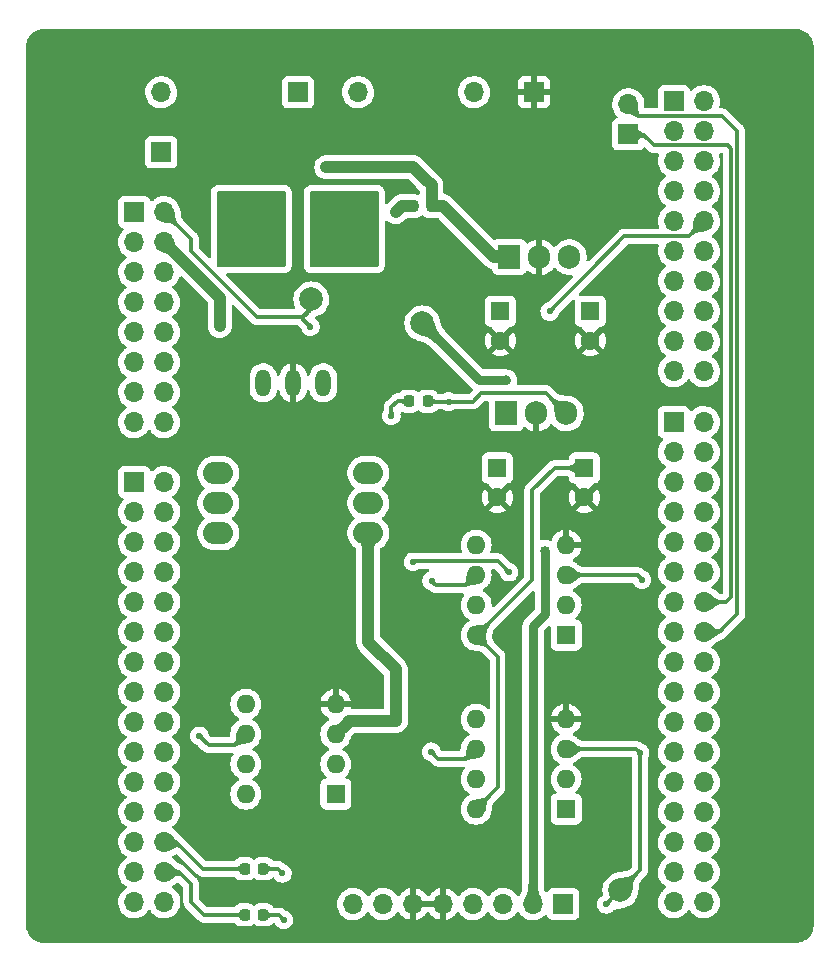
<source format=gbr>
%TF.GenerationSoftware,KiCad,Pcbnew,(6.0.2-0)*%
%TF.CreationDate,2022-07-28T16:30:58+02:00*%
%TF.ProjectId,stepper_testbench,73746570-7065-4725-9f74-65737462656e,rev?*%
%TF.SameCoordinates,Original*%
%TF.FileFunction,Copper,L1,Top*%
%TF.FilePolarity,Positive*%
%FSLAX46Y46*%
G04 Gerber Fmt 4.6, Leading zero omitted, Abs format (unit mm)*
G04 Created by KiCad (PCBNEW (6.0.2-0)) date 2022-07-28 16:30:58*
%MOMM*%
%LPD*%
G01*
G04 APERTURE LIST*
G04 Aperture macros list*
%AMRoundRect*
0 Rectangle with rounded corners*
0 $1 Rounding radius*
0 $2 $3 $4 $5 $6 $7 $8 $9 X,Y pos of 4 corners*
0 Add a 4 corners polygon primitive as box body*
4,1,4,$2,$3,$4,$5,$6,$7,$8,$9,$2,$3,0*
0 Add four circle primitives for the rounded corners*
1,1,$1+$1,$2,$3*
1,1,$1+$1,$4,$5*
1,1,$1+$1,$6,$7*
1,1,$1+$1,$8,$9*
0 Add four rect primitives between the rounded corners*
20,1,$1+$1,$2,$3,$4,$5,0*
20,1,$1+$1,$4,$5,$6,$7,0*
20,1,$1+$1,$6,$7,$8,$9,0*
20,1,$1+$1,$8,$9,$2,$3,0*%
G04 Aperture macros list end*
%TA.AperFunction,ComponentPad*%
%ADD10R,1.600000X1.600000*%
%TD*%
%TA.AperFunction,ComponentPad*%
%ADD11C,1.600000*%
%TD*%
%TA.AperFunction,ComponentPad*%
%ADD12R,1.700000X1.700000*%
%TD*%
%TA.AperFunction,ComponentPad*%
%ADD13O,1.700000X1.700000*%
%TD*%
%TA.AperFunction,ComponentPad*%
%ADD14O,1.600000X1.600000*%
%TD*%
%TA.AperFunction,ComponentPad*%
%ADD15R,1.905000X2.000000*%
%TD*%
%TA.AperFunction,ComponentPad*%
%ADD16O,1.905000X2.000000*%
%TD*%
%TA.AperFunction,SMDPad,CuDef*%
%ADD17C,2.000000*%
%TD*%
%TA.AperFunction,SMDPad,CuDef*%
%ADD18RoundRect,0.218750X-0.218750X-0.256250X0.218750X-0.256250X0.218750X0.256250X-0.218750X0.256250X0*%
%TD*%
%TA.AperFunction,SMDPad,CuDef*%
%ADD19RoundRect,0.218750X0.218750X0.256250X-0.218750X0.256250X-0.218750X-0.256250X0.218750X-0.256250X0*%
%TD*%
%TA.AperFunction,ComponentPad*%
%ADD20O,1.300000X2.300000*%
%TD*%
%TA.AperFunction,ComponentPad*%
%ADD21O,2.540000X1.900000*%
%TD*%
%TA.AperFunction,ViaPad*%
%ADD22C,0.800000*%
%TD*%
%TA.AperFunction,ViaPad*%
%ADD23C,0.850000*%
%TD*%
%TA.AperFunction,ViaPad*%
%ADD24C,0.550000*%
%TD*%
%TA.AperFunction,Conductor*%
%ADD25C,1.000000*%
%TD*%
%TA.AperFunction,Conductor*%
%ADD26C,0.800000*%
%TD*%
%TA.AperFunction,Conductor*%
%ADD27C,0.300000*%
%TD*%
G04 APERTURE END LIST*
D10*
%TO.P,C13,1*%
%TO.N,+24V*%
X166116000Y-63500000D03*
D11*
%TO.P,C13,2*%
%TO.N,GND*%
X166116000Y-66000000D03*
%TD*%
D12*
%TO.P,J5,1,Pin_1*%
%TO.N,/Connectors/UART1_TX*%
X176961000Y-48519000D03*
D13*
%TO.P,J5,2,Pin_2*%
%TO.N,/Connectors/UART1_RX*%
X176961000Y-45979000D03*
%TD*%
D10*
%TO.P,U3,1,OUT1*%
%TO.N,/Sensing/TORQUE_BUFF*%
X171694000Y-105654000D03*
D14*
%TO.P,U3,2,IN1-*%
X171694000Y-103114000D03*
%TO.P,U3,3,IN1+*%
%TO.N,/Connectors/TORQUE*%
X171694000Y-100574000D03*
%TO.P,U3,4,V-*%
%TO.N,GND*%
X171694000Y-98034000D03*
%TO.P,U3,5,IN2+*%
%TO.N,/Sensing/ADC_TORQUE*%
X164074000Y-98034000D03*
%TO.P,U3,6,IN2-*%
%TO.N,/Sensing/TORQUE_BUFF_IN2-*%
X164074000Y-100574000D03*
%TO.P,U3,7,OUT2*%
%TO.N,/Sensing/TORQUE_BUFF_ADC*%
X164074000Y-103114000D03*
%TO.P,U3,8,V+*%
%TO.N,+5V*%
X164074000Y-105654000D03*
%TD*%
D15*
%TO.P,U6,1,IN*%
%TO.N,+12V*%
X166624000Y-72161500D03*
D16*
%TO.P,U6,2,GND*%
%TO.N,GND*%
X169164000Y-72161500D03*
%TO.P,U6,3,OUT*%
%TO.N,+5V*%
X171704000Y-72161500D03*
%TD*%
D12*
%TO.P,J4,1,Pin_1*%
%TO.N,GND*%
X168970000Y-44958000D03*
D13*
%TO.P,J4,2,Pin_2*%
%TO.N,/Power/VIN*%
X163890000Y-44958000D03*
%TD*%
D17*
%TO.P,TP3,1,1*%
%TO.N,+12V*%
X159512000Y-64516000D03*
%TD*%
D10*
%TO.P,C14,1*%
%TO.N,+12V*%
X165862000Y-76772888D03*
D11*
%TO.P,C14,2*%
%TO.N,GND*%
X165862000Y-79272888D03*
%TD*%
D12*
%TO.P,J2,1,Pin_1*%
%TO.N,+12V*%
X171445000Y-113698000D03*
D13*
%TO.P,J2,2,Pin_2*%
X168905000Y-113698000D03*
%TO.P,J2,3,Pin_3*%
%TO.N,/Connectors/TORQUE*%
X166365000Y-113698000D03*
%TO.P,J2,4,Pin_4*%
X163825000Y-113698000D03*
%TO.P,J2,5,Pin_5*%
%TO.N,GND*%
X161285000Y-113698000D03*
%TO.P,J2,6,Pin_6*%
X158745000Y-113698000D03*
%TO.P,J2,7,Pin_7*%
%TO.N,unconnected-(J2-Pad7)*%
X156205000Y-113698000D03*
%TO.P,J2,8,Pin_8*%
%TO.N,unconnected-(J2-Pad8)*%
X153665000Y-113698000D03*
%TD*%
D17*
%TO.P,TP2,1,1*%
%TO.N,/Connectors/TORQUE*%
X176276000Y-112522000D03*
%TD*%
D18*
%TO.P,D6,1,K*%
%TO.N,Net-(D6-Pad1)*%
X158387500Y-71125000D03*
%TO.P,D6,2,A*%
%TO.N,+5V*%
X159962500Y-71125000D03*
%TD*%
D19*
%TO.P,D8,1,K*%
%TO.N,Net-(D8-Pad1)*%
X146046500Y-114614000D03*
%TO.P,D8,2,A*%
%TO.N,/Connectors/LED2*%
X144471500Y-114614000D03*
%TD*%
D10*
%TO.P,U4,1,OUT1*%
%TO.N,/Sensing/V_SUPPLY_BUFF*%
X152199000Y-104384000D03*
D14*
%TO.P,U4,2,IN1-*%
X152199000Y-101844000D03*
%TO.P,U4,3,IN1+*%
%TO.N,+24V*%
X152199000Y-99304000D03*
%TO.P,U4,4,V-*%
%TO.N,GND*%
X152199000Y-96764000D03*
%TO.P,U4,5,IN2+*%
%TO.N,/Sensing/ADC_V_SUPPLY*%
X144579000Y-96764000D03*
%TO.P,U4,6,IN2-*%
%TO.N,/Sensing/VOLTAGE_STEPPER_BUFF_IN2-*%
X144579000Y-99304000D03*
%TO.P,U4,7,OUT2*%
%TO.N,/Sensing/VOLTAGE_STEPPER_BUFF_ADC*%
X144579000Y-101844000D03*
%TO.P,U4,8,V+*%
%TO.N,+24V*%
X144579000Y-104384000D03*
%TD*%
D12*
%TO.P,J1,1,Pin_1*%
%TO.N,/Connectors/24V_BRAKE*%
X148988000Y-44958000D03*
D13*
%TO.P,J1,2,Pin_2*%
%TO.N,Net-(D1-Pad1)*%
X154068000Y-44958000D03*
%TD*%
D10*
%TO.P,C15,1*%
%TO.N,+12V*%
X173736000Y-63500000D03*
D11*
%TO.P,C15,2*%
%TO.N,GND*%
X173736000Y-66000000D03*
%TD*%
D10*
%TO.P,U1,1,OUT1*%
%TO.N,/Sensing/CURRENT_BUFF*%
X171694000Y-90922000D03*
D14*
%TO.P,U1,2,IN1-*%
X171694000Y-88382000D03*
%TO.P,U1,3,IN1+*%
%TO.N,/Sensing/CURRENT_SENSOR_OUTPUT*%
X171694000Y-85842000D03*
%TO.P,U1,4,V-*%
%TO.N,GND*%
X171694000Y-83302000D03*
%TO.P,U1,5,IN2+*%
%TO.N,/Sensing/ADC_CURRENT*%
X164074000Y-83302000D03*
%TO.P,U1,6,IN2-*%
%TO.N,/Sensing/CURRENT_BUFF_IN2-*%
X164074000Y-85842000D03*
%TO.P,U1,7,OUT2*%
%TO.N,/Sensing/CURRENT_BUFF_ADC*%
X164074000Y-88382000D03*
%TO.P,U1,8,V+*%
%TO.N,+5V*%
X164074000Y-90922000D03*
%TD*%
D15*
%TO.P,U5,1,VI*%
%TO.N,+24V*%
X166878000Y-58928000D03*
D16*
%TO.P,U5,2,GND*%
%TO.N,GND*%
X169418000Y-58928000D03*
%TO.P,U5,3,VO*%
%TO.N,+12V*%
X171958000Y-58928000D03*
%TD*%
D18*
%TO.P,D4,1,K*%
%TO.N,Net-(D4-Pad1)*%
X158724500Y-54610000D03*
%TO.P,D4,2,A*%
%TO.N,+24V*%
X160299500Y-54610000D03*
%TD*%
D19*
%TO.P,D7,1,K*%
%TO.N,Net-(D7-Pad1)*%
X146046500Y-110714000D03*
%TO.P,D7,2,A*%
%TO.N,/Connectors/LED1*%
X144471500Y-110714000D03*
%TD*%
D20*
%TO.P,U2,1,VDD*%
%TO.N,+5V*%
X151130000Y-69566000D03*
%TO.P,U2,2,GND*%
%TO.N,GND*%
X148590000Y-69566000D03*
%TO.P,U2,3,Out*%
%TO.N,Net-(R2-Pad1)*%
X146050000Y-69566000D03*
D21*
%TO.P,U2,4,IN_COIL_1*%
%TO.N,+24V*%
X154940000Y-77216000D03*
%TO.P,U2,5,IN_COIL_2*%
X154940000Y-79756000D03*
%TO.P,U2,6,IN_COIL_3*%
X154940000Y-82296000D03*
%TO.P,U2,7,OUT_COIL_1*%
%TO.N,/Connectors/STEPPER+*%
X142240000Y-77216000D03*
%TO.P,U2,8,OUT_COIL_2*%
X142240000Y-79756000D03*
%TO.P,U2,9,OUT_COIL_3*%
X142240000Y-82296000D03*
%TD*%
D17*
%TO.P,TP5,1,1*%
%TO.N,/Connectors/PWM_BRAKE*%
X150114000Y-62484000D03*
%TD*%
D10*
%TO.P,C16,1*%
%TO.N,+5V*%
X173228000Y-76772888D03*
D11*
%TO.P,C16,2*%
%TO.N,GND*%
X173228000Y-79272888D03*
%TD*%
D12*
%TO.P,CN7,1,Pin_1*%
%TO.N,unconnected-(CN7-Pad1)*%
X180818000Y-45720000D03*
D13*
%TO.P,CN7,2,Pin_2*%
%TO.N,unconnected-(CN7-Pad2)*%
X183358000Y-45720000D03*
%TO.P,CN7,3,Pin_3*%
%TO.N,unconnected-(CN7-Pad3)*%
X180818000Y-48260000D03*
%TO.P,CN7,4,Pin_4*%
%TO.N,unconnected-(CN7-Pad4)*%
X183358000Y-48260000D03*
%TO.P,CN7,5,Pin_5*%
%TO.N,unconnected-(CN7-Pad5)*%
X180818000Y-50800000D03*
%TO.P,CN7,6,Pin_6*%
%TO.N,unconnected-(CN7-Pad6)*%
X183358000Y-50800000D03*
%TO.P,CN7,7,Pin_7*%
%TO.N,unconnected-(CN7-Pad7)*%
X180818000Y-53340000D03*
%TO.P,CN7,8,Pin_8*%
%TO.N,unconnected-(CN7-Pad8)*%
X183358000Y-53340000D03*
%TO.P,CN7,9,Pin_9*%
%TO.N,unconnected-(CN7-Pad9)*%
X180818000Y-55880000D03*
%TO.P,CN7,10,Pin_10*%
%TO.N,/Sensing/CURRENT_BUFF_ADC*%
X183358000Y-55880000D03*
%TO.P,CN7,11,Pin_11*%
%TO.N,unconnected-(CN7-Pad11)*%
X180818000Y-58420000D03*
%TO.P,CN7,12,Pin_12*%
%TO.N,unconnected-(CN7-Pad12)*%
X183358000Y-58420000D03*
%TO.P,CN7,13,Pin_13*%
%TO.N,unconnected-(CN7-Pad13)*%
X180818000Y-60960000D03*
%TO.P,CN7,14,Pin_14*%
%TO.N,unconnected-(CN7-Pad14)*%
X183358000Y-60960000D03*
%TO.P,CN7,15,Pin_15*%
%TO.N,unconnected-(CN7-Pad15)*%
X180818000Y-63500000D03*
%TO.P,CN7,16,Pin_16*%
%TO.N,unconnected-(CN7-Pad16)*%
X183358000Y-63500000D03*
%TO.P,CN7,17,Pin_17*%
%TO.N,unconnected-(CN7-Pad17)*%
X180818000Y-66040000D03*
%TO.P,CN7,18,Pin_18*%
%TO.N,unconnected-(CN7-Pad18)*%
X183358000Y-66040000D03*
%TO.P,CN7,19,Pin_19*%
%TO.N,unconnected-(CN7-Pad19)*%
X180818000Y-68580000D03*
%TO.P,CN7,20,Pin_20*%
%TO.N,unconnected-(CN7-Pad20)*%
X183358000Y-68580000D03*
%TD*%
D12*
%TO.P,CN8,1,Pin_1*%
%TO.N,unconnected-(CN8-Pad1)*%
X135128000Y-55113000D03*
D13*
%TO.P,CN8,2,Pin_2*%
%TO.N,/Connectors/PWM_BRAKE*%
X137668000Y-55113000D03*
%TO.P,CN8,3,Pin_3*%
%TO.N,unconnected-(CN8-Pad3)*%
X135128000Y-57653000D03*
%TO.P,CN8,4,Pin_4*%
%TO.N,/Connectors/ENABLE_STEPPER_SUPPLY*%
X137668000Y-57653000D03*
%TO.P,CN8,5,Pin_5*%
%TO.N,unconnected-(CN8-Pad5)*%
X135128000Y-60193000D03*
%TO.P,CN8,6,Pin_6*%
%TO.N,unconnected-(CN8-Pad6)*%
X137668000Y-60193000D03*
%TO.P,CN8,7,Pin_7*%
%TO.N,unconnected-(CN8-Pad7)*%
X135128000Y-62733000D03*
%TO.P,CN8,8,Pin_8*%
%TO.N,unconnected-(CN8-Pad8)*%
X137668000Y-62733000D03*
%TO.P,CN8,9,Pin_9*%
%TO.N,unconnected-(CN8-Pad9)*%
X135128000Y-65273000D03*
%TO.P,CN8,10,Pin_10*%
%TO.N,unconnected-(CN8-Pad10)*%
X137668000Y-65273000D03*
%TO.P,CN8,11,Pin_11*%
%TO.N,unconnected-(CN8-Pad11)*%
X135128000Y-67813000D03*
%TO.P,CN8,12,Pin_12*%
%TO.N,unconnected-(CN8-Pad12)*%
X137668000Y-67813000D03*
%TO.P,CN8,13,Pin_13*%
%TO.N,unconnected-(CN8-Pad13)*%
X135128000Y-70353000D03*
%TO.P,CN8,14,Pin_14*%
%TO.N,unconnected-(CN8-Pad14)*%
X137668000Y-70353000D03*
%TO.P,CN8,15,Pin_15*%
%TO.N,unconnected-(CN8-Pad15)*%
X135128000Y-72893000D03*
%TO.P,CN8,16,Pin_16*%
%TO.N,unconnected-(CN8-Pad16)*%
X137668000Y-72893000D03*
%TD*%
D12*
%TO.P,CN9,1,Pin_1*%
%TO.N,/Sensing/TORQUE_BUFF_ADC*%
X135133000Y-77973000D03*
D13*
%TO.P,CN9,2,Pin_2*%
%TO.N,unconnected-(CN9-Pad2)*%
X137673000Y-77973000D03*
%TO.P,CN9,3,Pin_3*%
%TO.N,unconnected-(CN9-Pad3)*%
X135133000Y-80513000D03*
%TO.P,CN9,4,Pin_4*%
%TO.N,unconnected-(CN9-Pad4)*%
X137673000Y-80513000D03*
%TO.P,CN9,5,Pin_5*%
%TO.N,/Sensing/VOLTAGE_STEPPER_BUFF_ADC*%
X135133000Y-83053000D03*
%TO.P,CN9,6,Pin_6*%
%TO.N,unconnected-(CN9-Pad6)*%
X137673000Y-83053000D03*
%TO.P,CN9,7,Pin_7*%
%TO.N,unconnected-(CN9-Pad7)*%
X135133000Y-85593000D03*
%TO.P,CN9,8,Pin_8*%
%TO.N,unconnected-(CN9-Pad8)*%
X137673000Y-85593000D03*
%TO.P,CN9,9,Pin_9*%
%TO.N,unconnected-(CN9-Pad9)*%
X135133000Y-88133000D03*
%TO.P,CN9,10,Pin_10*%
%TO.N,unconnected-(CN9-Pad10)*%
X137673000Y-88133000D03*
%TO.P,CN9,11,Pin_11*%
%TO.N,unconnected-(CN9-Pad11)*%
X135133000Y-90673000D03*
%TO.P,CN9,12,Pin_12*%
%TO.N,unconnected-(CN9-Pad12)*%
X137673000Y-90673000D03*
%TO.P,CN9,13,Pin_13*%
%TO.N,unconnected-(CN9-Pad13)*%
X135133000Y-93213000D03*
%TO.P,CN9,14,Pin_14*%
%TO.N,unconnected-(CN9-Pad14)*%
X137673000Y-93213000D03*
%TO.P,CN9,15,Pin_15*%
%TO.N,unconnected-(CN9-Pad15)*%
X135133000Y-95753000D03*
%TO.P,CN9,16,Pin_16*%
%TO.N,unconnected-(CN9-Pad16)*%
X137673000Y-95753000D03*
%TO.P,CN9,17,Pin_17*%
%TO.N,unconnected-(CN9-Pad17)*%
X135133000Y-98293000D03*
%TO.P,CN9,18,Pin_18*%
%TO.N,unconnected-(CN9-Pad18)*%
X137673000Y-98293000D03*
%TO.P,CN9,19,Pin_19*%
%TO.N,unconnected-(CN9-Pad19)*%
X135133000Y-100833000D03*
%TO.P,CN9,20,Pin_20*%
%TO.N,unconnected-(CN9-Pad20)*%
X137673000Y-100833000D03*
%TO.P,CN9,21,Pin_21*%
%TO.N,unconnected-(CN9-Pad21)*%
X135133000Y-103373000D03*
%TO.P,CN9,22,Pin_22*%
%TO.N,unconnected-(CN9-Pad22)*%
X137673000Y-103373000D03*
%TO.P,CN9,23,Pin_23*%
%TO.N,unconnected-(CN9-Pad23)*%
X135133000Y-105913000D03*
%TO.P,CN9,24,Pin_24*%
%TO.N,unconnected-(CN9-Pad24)*%
X137673000Y-105913000D03*
%TO.P,CN9,25,Pin_25*%
%TO.N,unconnected-(CN9-Pad25)*%
X135133000Y-108453000D03*
%TO.P,CN9,26,Pin_26*%
%TO.N,/Connectors/LED1*%
X137673000Y-108453000D03*
%TO.P,CN9,27,Pin_27*%
%TO.N,unconnected-(CN9-Pad27)*%
X135133000Y-110993000D03*
%TO.P,CN9,28,Pin_28*%
%TO.N,/Connectors/LED2*%
X137673000Y-110993000D03*
%TO.P,CN9,29,Pin_29*%
%TO.N,unconnected-(CN9-Pad29)*%
X135133000Y-113533000D03*
%TO.P,CN9,30,Pin_30*%
%TO.N,unconnected-(CN9-Pad30)*%
X137673000Y-113533000D03*
%TD*%
D12*
%TO.P,J6,1,Pin_1*%
%TO.N,/Connectors/STEPPER+*%
X137414000Y-50039000D03*
D13*
%TO.P,J6,2,Pin_2*%
%TO.N,Net-(Q2-Pad2)*%
X137414000Y-44959000D03*
%TD*%
D12*
%TO.P,CN10,1,Pin_1*%
%TO.N,unconnected-(CN10-Pad1)*%
X180811000Y-72893000D03*
D13*
%TO.P,CN10,2,Pin_2*%
%TO.N,unconnected-(CN10-Pad2)*%
X183351000Y-72893000D03*
%TO.P,CN10,3,Pin_3*%
%TO.N,unconnected-(CN10-Pad3)*%
X180811000Y-75433000D03*
%TO.P,CN10,4,Pin_4*%
%TO.N,unconnected-(CN10-Pad4)*%
X183351000Y-75433000D03*
%TO.P,CN10,5,Pin_5*%
%TO.N,unconnected-(CN10-Pad5)*%
X180811000Y-77973000D03*
%TO.P,CN10,6,Pin_6*%
%TO.N,unconnected-(CN10-Pad6)*%
X183351000Y-77973000D03*
%TO.P,CN10,7,Pin_7*%
%TO.N,unconnected-(CN10-Pad7)*%
X180811000Y-80513000D03*
%TO.P,CN10,8,Pin_8*%
%TO.N,unconnected-(CN10-Pad8)*%
X183351000Y-80513000D03*
%TO.P,CN10,9,Pin_9*%
%TO.N,unconnected-(CN10-Pad9)*%
X180811000Y-83053000D03*
%TO.P,CN10,10,Pin_10*%
%TO.N,unconnected-(CN10-Pad10)*%
X183351000Y-83053000D03*
%TO.P,CN10,11,Pin_11*%
%TO.N,unconnected-(CN10-Pad11)*%
X180811000Y-85593000D03*
%TO.P,CN10,12,Pin_12*%
%TO.N,unconnected-(CN10-Pad12)*%
X183351000Y-85593000D03*
%TO.P,CN10,13,Pin_13*%
%TO.N,unconnected-(CN10-Pad13)*%
X180811000Y-88133000D03*
%TO.P,CN10,14,Pin_14*%
%TO.N,/Connectors/UART1_TX*%
X183351000Y-88133000D03*
%TO.P,CN10,15,Pin_15*%
%TO.N,unconnected-(CN10-Pad15)*%
X180811000Y-90673000D03*
%TO.P,CN10,16,Pin_16*%
%TO.N,/Connectors/UART1_RX*%
X183351000Y-90673000D03*
%TO.P,CN10,17,Pin_17*%
%TO.N,unconnected-(CN10-Pad17)*%
X180811000Y-93213000D03*
%TO.P,CN10,18,Pin_18*%
%TO.N,unconnected-(CN10-Pad18)*%
X183351000Y-93213000D03*
%TO.P,CN10,19,Pin_19*%
%TO.N,unconnected-(CN10-Pad19)*%
X180811000Y-95753000D03*
%TO.P,CN10,20,Pin_20*%
%TO.N,unconnected-(CN10-Pad20)*%
X183351000Y-95753000D03*
%TO.P,CN10,21,Pin_21*%
%TO.N,unconnected-(CN10-Pad21)*%
X180811000Y-98293000D03*
%TO.P,CN10,22,Pin_22*%
%TO.N,unconnected-(CN10-Pad22)*%
X183351000Y-98293000D03*
%TO.P,CN10,23,Pin_23*%
%TO.N,unconnected-(CN10-Pad23)*%
X180811000Y-100833000D03*
%TO.P,CN10,24,Pin_24*%
%TO.N,unconnected-(CN10-Pad24)*%
X183351000Y-100833000D03*
%TO.P,CN10,25,Pin_25*%
%TO.N,unconnected-(CN10-Pad25)*%
X180811000Y-103373000D03*
%TO.P,CN10,26,Pin_26*%
%TO.N,unconnected-(CN10-Pad26)*%
X183351000Y-103373000D03*
%TO.P,CN10,27,Pin_27*%
%TO.N,unconnected-(CN10-Pad27)*%
X180811000Y-105913000D03*
%TO.P,CN10,28,Pin_28*%
%TO.N,unconnected-(CN10-Pad28)*%
X183351000Y-105913000D03*
%TO.P,CN10,29,Pin_29*%
%TO.N,unconnected-(CN10-Pad29)*%
X180811000Y-108453000D03*
%TO.P,CN10,30,Pin_30*%
%TO.N,unconnected-(CN10-Pad30)*%
X183351000Y-108453000D03*
%TO.P,CN10,31,Pin_31*%
%TO.N,unconnected-(CN10-Pad31)*%
X180811000Y-110993000D03*
%TO.P,CN10,32,Pin_32*%
%TO.N,unconnected-(CN10-Pad32)*%
X183351000Y-110993000D03*
%TO.P,CN10,33,Pin_33*%
%TO.N,unconnected-(CN10-Pad33)*%
X180811000Y-113533000D03*
%TO.P,CN10,34,Pin_34*%
%TO.N,unconnected-(CN10-Pad34)*%
X183351000Y-113533000D03*
%TD*%
D22*
%TO.N,+24V*%
X151384000Y-51308000D03*
X157275000Y-98200000D03*
D23*
%TO.N,+12V*%
X169925000Y-83800000D03*
D22*
X166624000Y-69342000D03*
D24*
%TO.N,/Sensing/CURRENT_SENSOR_OUTPUT*%
X178125000Y-86225000D03*
X166850000Y-85600000D03*
X158725000Y-84725000D03*
%TO.N,GND*%
X190236000Y-100765000D03*
X159110000Y-67880000D03*
X142600000Y-67590000D03*
X153000000Y-68130000D03*
X127086000Y-93565000D03*
X155510000Y-108440000D03*
X149098000Y-96266000D03*
X130486000Y-72290000D03*
X149352000Y-103632000D03*
X178470000Y-54450000D03*
X161700000Y-58280000D03*
X187961000Y-107115000D03*
X172974000Y-49784000D03*
X191436000Y-91990000D03*
X157600000Y-60280000D03*
X173482000Y-95250000D03*
X191561000Y-81790000D03*
X161750000Y-62810000D03*
X188311000Y-77340000D03*
X189386000Y-105190000D03*
X143740000Y-92830000D03*
X171510000Y-67990000D03*
X156430000Y-74180000D03*
X187286000Y-66065000D03*
X173425000Y-105950000D03*
X177450000Y-60440000D03*
X147550000Y-75540000D03*
X152110000Y-86790000D03*
X132011000Y-62865000D03*
X173450000Y-90700000D03*
X173450000Y-102200000D03*
X130811000Y-93315000D03*
X127936000Y-102915000D03*
X166070000Y-49810000D03*
X157340000Y-111000000D03*
X154178000Y-100838000D03*
X151800000Y-77060000D03*
X128270000Y-59182000D03*
X172220000Y-42860000D03*
X129836000Y-111440000D03*
X170440000Y-56990000D03*
X190461000Y-73740000D03*
X148590000Y-88392000D03*
X131336000Y-43890000D03*
X147290000Y-84980000D03*
X150090000Y-114330000D03*
X131611000Y-47765000D03*
X146220000Y-79350000D03*
X164180000Y-54560000D03*
X128561000Y-73265000D03*
X140990000Y-48950000D03*
X173550000Y-88250000D03*
X188561000Y-83115000D03*
X176800000Y-72200000D03*
X161130000Y-72150000D03*
X189161000Y-89840000D03*
X151020000Y-42260000D03*
X157950000Y-88540000D03*
X189511000Y-46515000D03*
X145360000Y-44040000D03*
X128886000Y-96190000D03*
X128886000Y-90565000D03*
X174320000Y-54610000D03*
X128011000Y-43190000D03*
X188186000Y-112165000D03*
X163380000Y-80760000D03*
X128636000Y-113240000D03*
X129794000Y-79502000D03*
X158950000Y-80430000D03*
X177390000Y-67340000D03*
X129011000Y-86715000D03*
X128411000Y-109640000D03*
X129736000Y-105915000D03*
X153924000Y-103378000D03*
X127036000Y-48040000D03*
X191770000Y-115570000D03*
X187436000Y-71740000D03*
X153416000Y-107950000D03*
X128686000Y-54415000D03*
X166180000Y-46690000D03*
X143140000Y-71400000D03*
X151030000Y-110420000D03*
X144200000Y-89340000D03*
X188976000Y-55118000D03*
X173550000Y-104125000D03*
X178308000Y-42926000D03*
X147430000Y-99310000D03*
X128836000Y-67165000D03*
X130561000Y-99565000D03*
X187561000Y-45840000D03*
X127561000Y-99690000D03*
X157380000Y-44040000D03*
X129536000Y-63840000D03*
X190336000Y-59965000D03*
X190610000Y-102720000D03*
X187711000Y-98965000D03*
%TO.N,+5V*%
X161750000Y-71150000D03*
%TO.N,/Connectors/PWM_BRAKE*%
X150050000Y-64825000D03*
%TO.N,Net-(D4-Pad1)*%
X157250000Y-55125000D03*
%TO.N,Net-(D6-Pad1)*%
X156900000Y-72350000D03*
%TO.N,Net-(D7-Pad1)*%
X147675000Y-111100000D03*
%TO.N,Net-(D8-Pad1)*%
X147782250Y-115036000D03*
%TO.N,/Connectors/TORQUE*%
X175100000Y-113725000D03*
X177950000Y-100875000D03*
%TO.N,Net-(Q1-Pad2)*%
X152800000Y-58410000D03*
X152909000Y-54531000D03*
X150910000Y-58500000D03*
X154950000Y-54520000D03*
X150790000Y-56650000D03*
X152909000Y-56539000D03*
X150760000Y-54490000D03*
X154940000Y-56642000D03*
X154950000Y-58500000D03*
%TO.N,/Sensing/CURRENT_BUFF_ADC*%
X170300000Y-63525000D03*
%TO.N,/Sensing/CURRENT_BUFF_IN2-*%
X160300810Y-86314190D03*
%TO.N,/Sensing/TORQUE_BUFF_IN2-*%
X160275000Y-100800000D03*
%TO.N,/Sensing/VOLTAGE_STEPPER_BUFF_IN2-*%
X140647000Y-99453000D03*
%TO.N,Net-(Q2-Pad2)*%
X147066000Y-56388000D03*
X145035000Y-58639000D03*
X145034000Y-54356000D03*
X147066000Y-58620000D03*
X143002000Y-54356000D03*
X147066000Y-54356000D03*
X145035000Y-56539000D03*
X143002000Y-58674000D03*
X143002000Y-56642000D03*
%TO.N,/Connectors/ENABLE_STEPPER_SUPPLY*%
X142375000Y-64750000D03*
%TD*%
D25*
%TO.N,+24V*%
X154940000Y-91490000D02*
X157275000Y-93825000D01*
X153325000Y-98200000D02*
X157275000Y-98200000D01*
X152221000Y-99304000D02*
X153100000Y-98425000D01*
X165608000Y-58928000D02*
X166878000Y-58928000D01*
X157275000Y-93825000D02*
X157275000Y-98200000D01*
X158750000Y-51308000D02*
X151384000Y-51308000D01*
X159766000Y-52324000D02*
X158750000Y-51308000D01*
X161290000Y-54610000D02*
X165608000Y-58928000D01*
X160299500Y-52857500D02*
X159766000Y-52324000D01*
X160299500Y-54610000D02*
X160299500Y-52857500D01*
X160299500Y-54610000D02*
X161290000Y-54610000D01*
X153100000Y-98425000D02*
X153325000Y-98200000D01*
X154940000Y-82296000D02*
X154940000Y-91490000D01*
X152199000Y-99304000D02*
X152221000Y-99304000D01*
D26*
%TO.N,+12V*%
X164317000Y-69342000D02*
X166624000Y-69342000D01*
X169925000Y-89150000D02*
X169925000Y-83800000D01*
X159512000Y-64516000D02*
X159512000Y-64537000D01*
X168905000Y-90170000D02*
X169925000Y-89150000D01*
X159512000Y-64537000D02*
X164317000Y-69342000D01*
X168905000Y-113698000D02*
X168905000Y-90170000D01*
D27*
%TO.N,/Sensing/CURRENT_SENSOR_OUTPUT*%
X177742000Y-85842000D02*
X171694000Y-85842000D01*
X166850000Y-85600000D02*
X165925000Y-84675000D01*
X165925000Y-84675000D02*
X158775000Y-84675000D01*
X178125000Y-86225000D02*
X177742000Y-85842000D01*
X158775000Y-84675000D02*
X158725000Y-84725000D01*
%TO.N,+5V*%
X170727112Y-76772888D02*
X173228000Y-76772888D01*
X168825000Y-86250000D02*
X168825000Y-78675000D01*
X164525000Y-70425000D02*
X169967500Y-70425000D01*
X160045500Y-71120000D02*
X160075500Y-71150000D01*
X165900000Y-92748000D02*
X165900000Y-103828000D01*
X168825000Y-78675000D02*
X170727112Y-76772888D01*
X164074000Y-90922000D02*
X164153000Y-90922000D01*
X163800000Y-71150000D02*
X164525000Y-70425000D01*
X160075500Y-71150000D02*
X163800000Y-71150000D01*
X164074000Y-90922000D02*
X165900000Y-92748000D01*
X164153000Y-90922000D02*
X168825000Y-86250000D01*
X165900000Y-103828000D02*
X164074000Y-105654000D01*
X169967500Y-70425000D02*
X171704000Y-72161500D01*
%TO.N,/Connectors/UART1_RX*%
X184663000Y-90673000D02*
X183351000Y-90673000D01*
X186182000Y-89154000D02*
X184663000Y-90673000D01*
X186182000Y-48260000D02*
X186182000Y-89154000D01*
X176961000Y-45979000D02*
X176961000Y-46151000D01*
X177800000Y-46990000D02*
X184912000Y-46990000D01*
X176961000Y-46151000D02*
X177800000Y-46990000D01*
X184912000Y-46990000D02*
X186182000Y-48260000D01*
%TO.N,/Connectors/PWM_BRAKE*%
X139954000Y-57399000D02*
X139954000Y-58420000D01*
X149352000Y-64008000D02*
X150114000Y-63246000D01*
X145542000Y-64008000D02*
X149233000Y-64008000D01*
X139954000Y-58420000D02*
X145542000Y-64008000D01*
X149233000Y-64008000D02*
X150050000Y-64825000D01*
X150114000Y-63246000D02*
X150114000Y-62484000D01*
X137668000Y-55113000D02*
X139954000Y-57399000D01*
X149233000Y-64008000D02*
X149352000Y-64008000D01*
%TO.N,/Connectors/LED1*%
X140940000Y-110714000D02*
X144471500Y-110714000D01*
X138679000Y-108453000D02*
X140940000Y-110714000D01*
X137673000Y-108453000D02*
X138679000Y-108453000D01*
%TO.N,/Connectors/LED2*%
X141030000Y-114614000D02*
X144546500Y-114614000D01*
X139954000Y-113538000D02*
X141030000Y-114614000D01*
X139954000Y-112014000D02*
X139954000Y-113538000D01*
X138938000Y-110998000D02*
X139954000Y-112014000D01*
X137678000Y-110998000D02*
X138938000Y-110998000D01*
X137673000Y-110993000D02*
X137678000Y-110998000D01*
%TO.N,/Connectors/UART1_TX*%
X185674000Y-49728000D02*
X185674000Y-87727000D01*
X179136000Y-49465000D02*
X185411000Y-49465000D01*
X178261000Y-48590000D02*
X179136000Y-49465000D01*
X176961000Y-48590000D02*
X178261000Y-48590000D01*
X185411000Y-49465000D02*
X185674000Y-49728000D01*
X185674000Y-87727000D02*
X185268000Y-88133000D01*
X185268000Y-88133000D02*
X183351000Y-88133000D01*
D25*
%TO.N,Net-(D4-Pad1)*%
X157765000Y-54610000D02*
X157250000Y-55125000D01*
X158724500Y-54610000D02*
X157765000Y-54610000D01*
D27*
%TO.N,Net-(D6-Pad1)*%
X157425000Y-71125000D02*
X158387500Y-71125000D01*
X156900000Y-71650000D02*
X157425000Y-71125000D01*
X156900000Y-72350000D02*
X156900000Y-71650000D01*
%TO.N,Net-(D7-Pad1)*%
X146046500Y-110714000D02*
X147289000Y-110714000D01*
X147289000Y-110714000D02*
X147675000Y-111100000D01*
%TO.N,Net-(D8-Pad1)*%
X147396250Y-114650000D02*
X147782250Y-115036000D01*
X146153750Y-114650000D02*
X147396250Y-114650000D01*
D26*
%TO.N,/Power/VIN*%
X163890000Y-44958000D02*
X163890000Y-45406000D01*
D27*
%TO.N,/Connectors/TORQUE*%
X171694000Y-100574000D02*
X177649000Y-100574000D01*
X177649000Y-100574000D02*
X177950000Y-100875000D01*
X176276000Y-112549000D02*
X176276000Y-112522000D01*
X175100000Y-113725000D02*
X176276000Y-112549000D01*
X177950000Y-100875000D02*
X177950000Y-110848000D01*
X177950000Y-110848000D02*
X176276000Y-112522000D01*
%TO.N,/Sensing/CURRENT_BUFF_ADC*%
X173800000Y-60025000D02*
X173800000Y-60000000D01*
X170300000Y-63525000D02*
X173800000Y-60025000D01*
X182063000Y-57175000D02*
X183358000Y-55880000D01*
X176625000Y-57175000D02*
X182063000Y-57175000D01*
X173800000Y-60000000D02*
X176625000Y-57175000D01*
%TO.N,/Sensing/CURRENT_BUFF_IN2-*%
X160711620Y-86725000D02*
X160300810Y-86314190D01*
X163175000Y-86725000D02*
X160711620Y-86725000D01*
X164074000Y-85842000D02*
X164058000Y-85842000D01*
X164058000Y-85842000D02*
X163175000Y-86725000D01*
%TO.N,/Sensing/TORQUE_BUFF_IN2-*%
X164074000Y-100576000D02*
X163250000Y-101400000D01*
X164074000Y-100574000D02*
X164074000Y-100576000D01*
X160875000Y-101400000D02*
X160275000Y-100800000D01*
X163250000Y-101400000D02*
X160875000Y-101400000D01*
%TO.N,/Sensing/VOLTAGE_STEPPER_BUFF_IN2-*%
X144546000Y-99304000D02*
X143625000Y-100225000D01*
X144579000Y-99304000D02*
X144546000Y-99304000D01*
X143625000Y-100225000D02*
X141419000Y-100225000D01*
X141419000Y-100225000D02*
X140647000Y-99453000D01*
D25*
%TO.N,/Connectors/ENABLE_STEPPER_SUPPLY*%
X142375000Y-62360000D02*
X137668000Y-57653000D01*
X142375000Y-64750000D02*
X142375000Y-62360000D01*
%TD*%
%TA.AperFunction,Conductor*%
%TO.N,Net-(D7-Pad1)*%
G36*
X147292922Y-110565498D02*
G01*
X147319036Y-110568498D01*
X147341990Y-110571135D01*
X147344913Y-110571862D01*
X147358350Y-110577122D01*
X147392793Y-110590606D01*
X147395367Y-110592008D01*
X147433823Y-110619715D01*
X147435514Y-110621200D01*
X147467615Y-110655395D01*
X147468452Y-110656392D01*
X147496885Y-110694377D01*
X147497067Y-110694627D01*
X147524229Y-110732989D01*
X147524238Y-110733001D01*
X147524328Y-110733128D01*
X147552961Y-110768624D01*
X147585721Y-110797856D01*
X147625452Y-110817692D01*
X147626368Y-110817827D01*
X147626371Y-110817828D01*
X147645662Y-110820673D01*
X147667344Y-110823872D01*
X147675028Y-110828469D01*
X147676956Y-110832489D01*
X147768320Y-111182270D01*
X147767095Y-111191141D01*
X147759957Y-111196547D01*
X147756772Y-111196925D01*
X147424219Y-111190424D01*
X147416016Y-111186836D01*
X147413088Y-111181519D01*
X147405416Y-111150274D01*
X147405142Y-111148698D01*
X147400793Y-111106776D01*
X147400736Y-111105918D01*
X147399441Y-111062478D01*
X147399437Y-111062269D01*
X147398924Y-111019339D01*
X147398924Y-111019324D01*
X147398922Y-111019196D01*
X147396833Y-110978328D01*
X147390801Y-110941364D01*
X147378459Y-110909876D01*
X147377818Y-110909131D01*
X147377817Y-110909129D01*
X147358207Y-110886332D01*
X147357438Y-110885438D01*
X147325370Y-110869621D01*
X147290151Y-110865268D01*
X147282362Y-110860853D01*
X147279887Y-110853657D01*
X147279887Y-110577122D01*
X147283314Y-110568849D01*
X147291587Y-110565422D01*
X147292922Y-110565498D01*
G37*
%TD.AperFunction*%
%TD*%
%TA.AperFunction,Conductor*%
%TO.N,/Connectors/TORQUE*%
G36*
X177999308Y-100788774D02*
G01*
X177999308Y-100788775D01*
X178000349Y-100789857D01*
X178191871Y-100989016D01*
X178195136Y-100997355D01*
X178193985Y-101002190D01*
X178176752Y-101038086D01*
X178167949Y-101057228D01*
X178158926Y-101076849D01*
X178158914Y-101076876D01*
X178158887Y-101076935D01*
X178143741Y-101112994D01*
X178131148Y-101147843D01*
X178120944Y-101183063D01*
X178112965Y-101220232D01*
X178107046Y-101260931D01*
X178103021Y-101306739D01*
X178100728Y-101359235D01*
X178100727Y-101359350D01*
X178100138Y-101408440D01*
X178096612Y-101416672D01*
X178088439Y-101420000D01*
X177811560Y-101420000D01*
X177803287Y-101416573D01*
X177799861Y-101408440D01*
X177799272Y-101359350D01*
X177799271Y-101359235D01*
X177796978Y-101306739D01*
X177792953Y-101260931D01*
X177787034Y-101220232D01*
X177779055Y-101183063D01*
X177768851Y-101147843D01*
X177756258Y-101112994D01*
X177741112Y-101076935D01*
X177741085Y-101076876D01*
X177741073Y-101076849D01*
X177723247Y-101038086D01*
X177723212Y-101038013D01*
X177706014Y-101002189D01*
X177705523Y-100993247D01*
X177708128Y-100989017D01*
X177950000Y-100737500D01*
X177999308Y-100788774D01*
G37*
%TD.AperFunction*%
%TD*%
%TA.AperFunction,Conductor*%
%TO.N,/Connectors/LED1*%
G36*
X138280429Y-107858325D02*
G01*
X138394754Y-107972224D01*
X138498080Y-108074332D01*
X138498114Y-108074365D01*
X138498155Y-108074406D01*
X138588984Y-108163438D01*
X138589025Y-108163478D01*
X138672144Y-108244414D01*
X138752289Y-108322183D01*
X138752292Y-108322186D01*
X138834251Y-108401769D01*
X138834269Y-108401787D01*
X138922771Y-108488107D01*
X138922800Y-108488135D01*
X139022720Y-108586258D01*
X139022751Y-108586289D01*
X139138762Y-108701080D01*
X139138793Y-108701110D01*
X139267498Y-108829393D01*
X139270938Y-108837661D01*
X139267511Y-108845953D01*
X139071257Y-109042207D01*
X139062984Y-109045634D01*
X139055453Y-109042888D01*
X138957802Y-108960747D01*
X138957798Y-108960744D01*
X138957309Y-108960333D01*
X138856440Y-108907913D01*
X138759361Y-108887504D01*
X138664378Y-108894069D01*
X138569794Y-108922575D01*
X138473913Y-108967987D01*
X138375040Y-109025271D01*
X138374971Y-109025314D01*
X138374952Y-109025325D01*
X138271542Y-109089350D01*
X138271418Y-109089426D01*
X138161771Y-109155168D01*
X138161261Y-109155455D01*
X138050993Y-109214023D01*
X138042079Y-109214877D01*
X138037395Y-109212123D01*
X137259142Y-108463715D01*
X137255554Y-108455511D01*
X137258819Y-108447172D01*
X137261338Y-108445187D01*
X138266257Y-107856519D01*
X138275128Y-107855294D01*
X138280429Y-107858325D01*
G37*
%TD.AperFunction*%
%TD*%
%TA.AperFunction,Conductor*%
%TO.N,Net-(Q2-Pad2)*%
G36*
X147892121Y-53345002D02*
G01*
X147938614Y-53398658D01*
X147950000Y-53451000D01*
X147950000Y-59649000D01*
X147929998Y-59717121D01*
X147876342Y-59763614D01*
X147824000Y-59775000D01*
X142292450Y-59775000D01*
X142224329Y-59754998D01*
X142203355Y-59738095D01*
X142161905Y-59696645D01*
X142127879Y-59634333D01*
X142125000Y-59607550D01*
X142125000Y-53451000D01*
X142145002Y-53382879D01*
X142198658Y-53336386D01*
X142251000Y-53325000D01*
X147824000Y-53325000D01*
X147892121Y-53345002D01*
G37*
%TD.AperFunction*%
%TD*%
%TA.AperFunction,Conductor*%
%TO.N,Net-(D7-Pad1)*%
G36*
X146244638Y-110324082D02*
G01*
X146312923Y-110359267D01*
X146313362Y-110359506D01*
X146378300Y-110396557D01*
X146378526Y-110396688D01*
X146436442Y-110431518D01*
X146490409Y-110463472D01*
X146543640Y-110491970D01*
X146543845Y-110492060D01*
X146543851Y-110492063D01*
X146582342Y-110508974D01*
X146599427Y-110516481D01*
X146661064Y-110536472D01*
X146731843Y-110551410D01*
X146732125Y-110551442D01*
X146732127Y-110551442D01*
X146814843Y-110560739D01*
X146814847Y-110560739D01*
X146815058Y-110560763D01*
X146825784Y-110561114D01*
X146902683Y-110563630D01*
X146910839Y-110567326D01*
X146914000Y-110575324D01*
X146914000Y-110852676D01*
X146910573Y-110860949D01*
X146902682Y-110864370D01*
X146829264Y-110866771D01*
X146815058Y-110867236D01*
X146814845Y-110867260D01*
X146814844Y-110867260D01*
X146732127Y-110876557D01*
X146732125Y-110876557D01*
X146731843Y-110876589D01*
X146661064Y-110891527D01*
X146599427Y-110911518D01*
X146599161Y-110911635D01*
X146543851Y-110935936D01*
X146543845Y-110935939D01*
X146543640Y-110936029D01*
X146490409Y-110964527D01*
X146490308Y-110964587D01*
X146436442Y-110996481D01*
X146378532Y-111031307D01*
X146378300Y-111031442D01*
X146313344Y-111068503D01*
X146312905Y-111068741D01*
X146244639Y-111103917D01*
X146235715Y-111104661D01*
X146231170Y-111101950D01*
X145836519Y-110722433D01*
X145832931Y-110714229D01*
X145836519Y-110705567D01*
X146231170Y-110326050D01*
X146239508Y-110322785D01*
X146244638Y-110324082D01*
G37*
%TD.AperFunction*%
%TD*%
%TA.AperFunction,Conductor*%
%TO.N,/Sensing/VOLTAGE_STEPPER_BUFF_IN2-*%
G36*
X140695325Y-99358618D02*
G01*
X140898651Y-99362593D01*
X140906854Y-99366181D01*
X140909460Y-99370413D01*
X140922657Y-99407981D01*
X140937495Y-99448084D01*
X140952282Y-99484291D01*
X140952350Y-99484435D01*
X140967933Y-99517654D01*
X140967941Y-99517671D01*
X140968020Y-99517838D01*
X140985709Y-99549957D01*
X140985814Y-99550119D01*
X141006244Y-99581718D01*
X141006253Y-99581730D01*
X141006350Y-99581881D01*
X141030942Y-99614845D01*
X141060487Y-99650082D01*
X141095985Y-99688824D01*
X141096045Y-99688886D01*
X141096070Y-99688912D01*
X141130362Y-99724035D01*
X141133689Y-99732348D01*
X141130263Y-99740481D01*
X140934481Y-99936263D01*
X140926208Y-99939690D01*
X140918035Y-99936362D01*
X140882912Y-99902070D01*
X140882886Y-99902045D01*
X140882824Y-99901985D01*
X140844082Y-99866487D01*
X140843991Y-99866411D01*
X140843980Y-99866401D01*
X140808958Y-99837037D01*
X140808845Y-99836942D01*
X140795173Y-99826742D01*
X140776037Y-99812466D01*
X140776029Y-99812461D01*
X140775881Y-99812350D01*
X140775730Y-99812253D01*
X140775718Y-99812244D01*
X140744119Y-99791814D01*
X140743957Y-99791709D01*
X140711838Y-99774020D01*
X140711671Y-99773941D01*
X140711654Y-99773933D01*
X140691578Y-99764515D01*
X140678291Y-99758282D01*
X140670122Y-99754946D01*
X140642146Y-99743520D01*
X140642131Y-99743514D01*
X140642084Y-99743495D01*
X140642024Y-99743473D01*
X140642009Y-99743467D01*
X140627080Y-99737944D01*
X140601981Y-99728657D01*
X140601959Y-99728649D01*
X140564413Y-99715460D01*
X140557743Y-99709485D01*
X140556593Y-99704650D01*
X140556286Y-99688912D01*
X140550011Y-99367938D01*
X140553276Y-99359599D01*
X140561938Y-99356011D01*
X140695325Y-99358618D01*
G37*
%TD.AperFunction*%
%TD*%
%TA.AperFunction,Conductor*%
%TO.N,/Connectors/PWM_BRAKE*%
G36*
X138298285Y-54830676D02*
G01*
X138462383Y-54833884D01*
X138470587Y-54837472D01*
X138473366Y-54842239D01*
X138521831Y-55004771D01*
X138522074Y-55005733D01*
X138553835Y-55158508D01*
X138553963Y-55159241D01*
X138573777Y-55298488D01*
X138573817Y-55298800D01*
X138584873Y-55394961D01*
X138588704Y-55428281D01*
X138605689Y-55551517D01*
X138631820Y-55672073D01*
X138674159Y-55793669D01*
X138739772Y-55920031D01*
X138835722Y-56054881D01*
X138961591Y-56193690D01*
X138964610Y-56202119D01*
X138961197Y-56209821D01*
X138764821Y-56406197D01*
X138756548Y-56409624D01*
X138748690Y-56406591D01*
X138609881Y-56280722D01*
X138475031Y-56184772D01*
X138348669Y-56119159D01*
X138342714Y-56117086D01*
X138227413Y-56076938D01*
X138227407Y-56076936D01*
X138227073Y-56076820D01*
X138226728Y-56076745D01*
X138226720Y-56076743D01*
X138161844Y-56062681D01*
X138106517Y-56050689D01*
X137983281Y-56033704D01*
X137949961Y-56029873D01*
X137853800Y-56018817D01*
X137853488Y-56018777D01*
X137714241Y-55998963D01*
X137713508Y-55998835D01*
X137560733Y-55967074D01*
X137559771Y-55966831D01*
X137538925Y-55960615D01*
X137397238Y-55918365D01*
X137390290Y-55912718D01*
X137388884Y-55907383D01*
X137367718Y-54824645D01*
X137370983Y-54816306D01*
X137379645Y-54812718D01*
X138298285Y-54830676D01*
G37*
%TD.AperFunction*%
%TD*%
%TA.AperFunction,Conductor*%
%TO.N,+24V*%
G36*
X154948433Y-81829769D02*
G01*
X155789264Y-82704131D01*
X155792529Y-82712470D01*
X155791288Y-82717490D01*
X155714639Y-82870193D01*
X155714545Y-82870375D01*
X155640749Y-83010238D01*
X155573917Y-83136495D01*
X155514543Y-83255593D01*
X155463076Y-83374071D01*
X155419962Y-83498467D01*
X155385650Y-83635320D01*
X155360587Y-83791167D01*
X155345221Y-83972548D01*
X155345217Y-83972714D01*
X155340279Y-84174586D01*
X155336650Y-84182773D01*
X155328582Y-84186000D01*
X154551418Y-84186000D01*
X154543145Y-84182573D01*
X154539722Y-84174586D01*
X154534784Y-83972746D01*
X154534782Y-83972709D01*
X154534778Y-83972548D01*
X154519412Y-83791167D01*
X154494349Y-83635320D01*
X154460037Y-83498467D01*
X154416923Y-83374071D01*
X154365456Y-83255593D01*
X154306082Y-83136495D01*
X154239250Y-83010238D01*
X154165454Y-82870375D01*
X154165360Y-82870193D01*
X154088712Y-82717490D01*
X154088064Y-82708558D01*
X154090736Y-82704131D01*
X154931567Y-81829769D01*
X154939771Y-81826181D01*
X154948433Y-81829769D01*
G37*
%TD.AperFunction*%
%TD*%
%TA.AperFunction,Conductor*%
%TO.N,GND*%
G36*
X191122140Y-39609450D02*
G01*
X191136857Y-39611742D01*
X191136861Y-39611742D01*
X191145730Y-39613123D01*
X191154632Y-39611959D01*
X191154634Y-39611959D01*
X191160959Y-39611132D01*
X191186282Y-39610389D01*
X191350126Y-39622107D01*
X191355343Y-39622480D01*
X191373137Y-39625038D01*
X191563540Y-39666458D01*
X191580788Y-39671523D01*
X191763358Y-39739619D01*
X191779710Y-39747086D01*
X191786265Y-39750665D01*
X191950734Y-39840471D01*
X191965848Y-39850185D01*
X192075516Y-39932281D01*
X192121842Y-39966960D01*
X192135428Y-39978733D01*
X192273204Y-40116509D01*
X192284977Y-40130095D01*
X192401752Y-40286089D01*
X192411469Y-40301208D01*
X192504851Y-40472227D01*
X192512318Y-40488579D01*
X192580414Y-40671149D01*
X192585480Y-40688399D01*
X192626899Y-40878800D01*
X192629457Y-40896595D01*
X192641041Y-41058566D01*
X192640297Y-41076470D01*
X192640195Y-41084795D01*
X192638814Y-41093667D01*
X192639978Y-41102569D01*
X192639978Y-41102572D01*
X192642936Y-41125188D01*
X192644000Y-41141526D01*
X192643999Y-115462135D01*
X192642340Y-115482515D01*
X192638880Y-115503625D01*
X192639972Y-115512529D01*
X192639972Y-115512533D01*
X192640750Y-115518871D01*
X192641292Y-115544193D01*
X192632154Y-115659176D01*
X192627883Y-115712909D01*
X192625189Y-115730660D01*
X192582352Y-115920504D01*
X192577163Y-115937689D01*
X192508332Y-116118064D01*
X192507778Y-116119516D01*
X192500198Y-116135792D01*
X192405672Y-116305913D01*
X192395859Y-116320942D01*
X192278111Y-116475902D01*
X192266264Y-116489379D01*
X192127684Y-116626032D01*
X192114035Y-116637695D01*
X191967703Y-116745690D01*
X191957452Y-116753255D01*
X191942282Y-116762861D01*
X191770854Y-116854995D01*
X191754474Y-116862346D01*
X191663086Y-116895762D01*
X191571696Y-116929179D01*
X191554440Y-116934126D01*
X191496782Y-116946291D01*
X191364014Y-116974301D01*
X191346228Y-116976746D01*
X191276984Y-116981275D01*
X191184438Y-116987328D01*
X191166452Y-116986472D01*
X191158208Y-116986322D01*
X191149349Y-116984888D01*
X191140444Y-116985998D01*
X191140441Y-116985998D01*
X191115960Y-116989050D01*
X191100346Y-116990018D01*
X127495371Y-116976011D01*
X127476014Y-116974511D01*
X127461142Y-116972195D01*
X127461139Y-116972195D01*
X127452270Y-116970814D01*
X127443368Y-116971978D01*
X127443366Y-116971978D01*
X127439826Y-116972441D01*
X127437043Y-116972805D01*
X127411721Y-116973548D01*
X127276022Y-116963843D01*
X127244650Y-116961599D01*
X127226856Y-116959041D01*
X127185592Y-116950065D01*
X127038404Y-116918046D01*
X127021156Y-116912982D01*
X126840450Y-116845582D01*
X126824105Y-116838116D01*
X126654840Y-116745690D01*
X126639717Y-116735971D01*
X126485327Y-116620396D01*
X126471741Y-116608623D01*
X126335377Y-116472259D01*
X126323604Y-116458673D01*
X126208029Y-116304283D01*
X126198310Y-116289160D01*
X126136191Y-116175399D01*
X126105883Y-116119892D01*
X126098418Y-116103550D01*
X126031018Y-115922843D01*
X126025953Y-115905594D01*
X126003209Y-115801037D01*
X125984959Y-115717144D01*
X125982401Y-115699350D01*
X125974364Y-115586978D01*
X125971217Y-115542980D01*
X125972302Y-115520229D01*
X125971829Y-115520187D01*
X125972264Y-115515336D01*
X125973071Y-115510539D01*
X125973147Y-115504349D01*
X125973165Y-115502864D01*
X125973165Y-115502859D01*
X125973224Y-115498000D01*
X125972535Y-115493187D01*
X125972534Y-115493175D01*
X125969264Y-115470344D01*
X125967991Y-115452505D01*
X125967991Y-115448705D01*
X125967624Y-113499695D01*
X133770251Y-113499695D01*
X133770548Y-113504848D01*
X133770548Y-113504851D01*
X133778885Y-113649445D01*
X133783110Y-113722715D01*
X133784247Y-113727761D01*
X133784248Y-113727767D01*
X133805275Y-113821069D01*
X133832222Y-113940639D01*
X133888670Y-114079654D01*
X133908728Y-114129051D01*
X133916266Y-114147616D01*
X133953543Y-114208447D01*
X134030291Y-114333688D01*
X134032987Y-114338088D01*
X134179250Y-114506938D01*
X134351126Y-114649632D01*
X134544000Y-114762338D01*
X134752692Y-114842030D01*
X134757760Y-114843061D01*
X134757763Y-114843062D01*
X134847495Y-114861318D01*
X134971597Y-114886567D01*
X134976772Y-114886757D01*
X134976774Y-114886757D01*
X135189673Y-114894564D01*
X135189677Y-114894564D01*
X135194837Y-114894753D01*
X135199957Y-114894097D01*
X135199959Y-114894097D01*
X135411288Y-114867025D01*
X135411289Y-114867025D01*
X135416416Y-114866368D01*
X135421366Y-114864883D01*
X135625429Y-114803661D01*
X135625434Y-114803659D01*
X135630384Y-114802174D01*
X135830994Y-114703896D01*
X136012860Y-114574173D01*
X136171096Y-114416489D01*
X136228664Y-114336375D01*
X136301453Y-114235077D01*
X136302776Y-114236028D01*
X136349645Y-114192857D01*
X136419580Y-114180625D01*
X136485026Y-114208144D01*
X136512875Y-114239994D01*
X136572987Y-114338088D01*
X136719250Y-114506938D01*
X136891126Y-114649632D01*
X137084000Y-114762338D01*
X137292692Y-114842030D01*
X137297760Y-114843061D01*
X137297763Y-114843062D01*
X137387495Y-114861318D01*
X137511597Y-114886567D01*
X137516772Y-114886757D01*
X137516774Y-114886757D01*
X137729673Y-114894564D01*
X137729677Y-114894564D01*
X137734837Y-114894753D01*
X137739957Y-114894097D01*
X137739959Y-114894097D01*
X137951288Y-114867025D01*
X137951289Y-114867025D01*
X137956416Y-114866368D01*
X137961366Y-114864883D01*
X138165429Y-114803661D01*
X138165434Y-114803659D01*
X138170384Y-114802174D01*
X138370994Y-114703896D01*
X138552860Y-114574173D01*
X138711096Y-114416489D01*
X138768664Y-114336375D01*
X138838435Y-114239277D01*
X138841453Y-114235077D01*
X138853285Y-114211138D01*
X138938136Y-114039453D01*
X138938137Y-114039451D01*
X138940430Y-114034811D01*
X138975739Y-113918595D01*
X139003865Y-113826023D01*
X139003865Y-113826021D01*
X139005370Y-113821069D01*
X139034529Y-113599590D01*
X139035824Y-113546592D01*
X139036074Y-113536365D01*
X139036074Y-113536361D01*
X139036156Y-113533000D01*
X139017852Y-113310361D01*
X138963431Y-113093702D01*
X138874354Y-112888840D01*
X138816794Y-112799866D01*
X138755822Y-112705617D01*
X138755820Y-112705614D01*
X138753014Y-112701277D01*
X138602670Y-112536051D01*
X138598619Y-112532852D01*
X138598615Y-112532848D01*
X138431414Y-112400800D01*
X138431410Y-112400798D01*
X138427359Y-112397598D01*
X138386053Y-112374796D01*
X138336084Y-112324364D01*
X138321312Y-112254921D01*
X138346428Y-112188516D01*
X138373777Y-112161911D01*
X138387004Y-112152476D01*
X138418259Y-112130182D01*
X138426793Y-112124603D01*
X138441547Y-112115791D01*
X138442575Y-112115140D01*
X138455723Y-112106327D01*
X138463774Y-112100931D01*
X138463794Y-112100917D01*
X138464494Y-112100448D01*
X138505203Y-112071602D01*
X138583705Y-112015976D01*
X138583767Y-112015931D01*
X138584078Y-112015711D01*
X138584433Y-112015452D01*
X138595219Y-112007580D01*
X138595256Y-112007553D01*
X138595539Y-112007346D01*
X138596070Y-112006947D01*
X138600319Y-112003658D01*
X138607326Y-111998233D01*
X138607334Y-111998227D01*
X138607663Y-111997972D01*
X138719107Y-111909086D01*
X138722247Y-111913023D01*
X138722254Y-111913018D01*
X138719103Y-111909081D01*
X138721885Y-111906854D01*
X138721904Y-111906839D01*
X138722046Y-111906725D01*
X138740772Y-111891566D01*
X138806304Y-111864252D01*
X138876200Y-111876703D01*
X138909145Y-111900405D01*
X139258595Y-112249855D01*
X139292621Y-112312167D01*
X139295500Y-112338950D01*
X139295500Y-113455944D01*
X139294941Y-113467800D01*
X139293212Y-113475537D01*
X139293461Y-113483459D01*
X139295438Y-113546369D01*
X139295500Y-113550327D01*
X139295500Y-113579432D01*
X139296056Y-113583832D01*
X139296988Y-113595664D01*
X139298438Y-113641831D01*
X139303590Y-113659562D01*
X139304419Y-113662416D01*
X139308430Y-113681782D01*
X139311118Y-113703064D01*
X139314034Y-113710429D01*
X139314035Y-113710433D01*
X139328126Y-113746021D01*
X139331965Y-113757231D01*
X139344855Y-113801600D01*
X139355775Y-113820065D01*
X139364466Y-113837805D01*
X139372365Y-113857756D01*
X139395014Y-113888930D01*
X139399516Y-113895126D01*
X139406033Y-113905048D01*
X139425507Y-113937977D01*
X139425510Y-113937981D01*
X139429547Y-113944807D01*
X139444711Y-113959971D01*
X139457551Y-113975004D01*
X139470159Y-113992357D01*
X139505752Y-114021802D01*
X139514532Y-114029792D01*
X140506345Y-115021605D01*
X140514335Y-115030385D01*
X140518584Y-115037080D01*
X140524362Y-115042506D01*
X140524363Y-115042507D01*
X140570257Y-115085604D01*
X140573099Y-115088359D01*
X140593667Y-115108927D01*
X140597170Y-115111644D01*
X140606195Y-115119352D01*
X140639867Y-115150972D01*
X140646818Y-115154793D01*
X140646819Y-115154794D01*
X140658658Y-115161303D01*
X140675182Y-115172157D01*
X140685271Y-115179982D01*
X140692132Y-115185304D01*
X140699404Y-115188451D01*
X140699406Y-115188452D01*
X140734535Y-115203654D01*
X140745195Y-115208876D01*
X140774724Y-115225110D01*
X140785663Y-115231124D01*
X140806441Y-115236459D01*
X140825131Y-115242858D01*
X140844824Y-115251380D01*
X140888596Y-115258313D01*
X140890448Y-115258606D01*
X140902071Y-115261013D01*
X140930072Y-115268202D01*
X140946812Y-115272500D01*
X140968259Y-115272500D01*
X140987969Y-115274051D01*
X141009152Y-115277406D01*
X141055141Y-115273059D01*
X141066996Y-115272500D01*
X143577446Y-115272500D01*
X143645567Y-115292502D01*
X143675636Y-115319734D01*
X143678929Y-115325055D01*
X143798947Y-115444864D01*
X143943308Y-115533849D01*
X143950256Y-115536154D01*
X143950257Y-115536154D01*
X144097738Y-115585072D01*
X144097740Y-115585072D01*
X144104269Y-115587238D01*
X144204428Y-115597500D01*
X144738572Y-115597500D01*
X144741818Y-115597163D01*
X144741822Y-115597163D01*
X144775603Y-115593658D01*
X144839982Y-115586978D01*
X145000849Y-115533308D01*
X145145055Y-115444071D01*
X145169887Y-115419195D01*
X145232168Y-115385116D01*
X145302988Y-115390118D01*
X145348078Y-115419040D01*
X145373947Y-115444864D01*
X145518308Y-115533849D01*
X145525256Y-115536154D01*
X145525257Y-115536154D01*
X145672738Y-115585072D01*
X145672740Y-115585072D01*
X145679269Y-115587238D01*
X145779428Y-115597500D01*
X146313572Y-115597500D01*
X146316818Y-115597163D01*
X146316822Y-115597163D01*
X146350603Y-115593658D01*
X146414982Y-115586978D01*
X146575849Y-115533308D01*
X146720055Y-115444071D01*
X146774217Y-115389815D01*
X146818266Y-115345689D01*
X146880549Y-115311610D01*
X146903635Y-115308764D01*
X146910488Y-115308557D01*
X146914292Y-115308500D01*
X146960249Y-115308500D01*
X147028370Y-115328502D01*
X147068025Y-115369229D01*
X147146011Y-115498000D01*
X147157563Y-115517074D01*
X147162452Y-115522137D01*
X147162453Y-115522138D01*
X147175988Y-115536154D01*
X147279668Y-115643517D01*
X147426752Y-115739766D01*
X147433356Y-115742222D01*
X147584903Y-115798582D01*
X147584905Y-115798583D01*
X147591505Y-115801037D01*
X147598486Y-115801968D01*
X147598488Y-115801969D01*
X147758757Y-115823354D01*
X147758761Y-115823354D01*
X147765738Y-115824285D01*
X147772749Y-115823647D01*
X147772753Y-115823647D01*
X147933770Y-115808993D01*
X147940791Y-115808354D01*
X147947493Y-115806176D01*
X147947495Y-115806176D01*
X148101266Y-115756213D01*
X148101269Y-115756212D01*
X148107965Y-115754036D01*
X148258951Y-115664030D01*
X148264045Y-115659179D01*
X148264049Y-115659176D01*
X148342155Y-115584796D01*
X148386244Y-115542811D01*
X148483517Y-115396403D01*
X148535508Y-115259536D01*
X148543437Y-115238664D01*
X148543438Y-115238662D01*
X148545937Y-115232082D01*
X148546917Y-115225110D01*
X148569850Y-115061938D01*
X148569850Y-115061932D01*
X148570401Y-115058015D01*
X148570708Y-115036000D01*
X148551114Y-114861318D01*
X148493307Y-114695319D01*
X148400159Y-114546251D01*
X148367423Y-114513285D01*
X148294081Y-114439430D01*
X148276301Y-114421525D01*
X148243849Y-114400930D01*
X148198572Y-114372197D01*
X148127887Y-114327339D01*
X148070204Y-114306799D01*
X147999857Y-114281749D01*
X147947919Y-114246725D01*
X147945794Y-114244332D01*
X147945781Y-114244317D01*
X147945236Y-114243704D01*
X147913135Y-114209509D01*
X147888502Y-114185680D01*
X147879058Y-114176544D01*
X147879047Y-114176534D01*
X147877971Y-114175493D01*
X147876280Y-114174008D01*
X147872627Y-114171099D01*
X147839231Y-114144505D01*
X147839211Y-114144490D01*
X147838032Y-114143551D01*
X147805256Y-114119936D01*
X147801170Y-114116992D01*
X147801160Y-114116985D01*
X147799576Y-114115844D01*
X147790963Y-114110425D01*
X147747266Y-114082935D01*
X147745607Y-114081891D01*
X147743033Y-114080489D01*
X147702793Y-114061744D01*
X147687028Y-114054400D01*
X147687024Y-114054398D01*
X147685233Y-114053564D01*
X147668479Y-114047005D01*
X147653711Y-114040091D01*
X147647529Y-114036692D01*
X147647526Y-114036691D01*
X147640587Y-114032876D01*
X147619809Y-114027541D01*
X147601119Y-114021142D01*
X147581426Y-114012620D01*
X147535802Y-114005394D01*
X147524179Y-114002987D01*
X147496178Y-113995798D01*
X147479438Y-113991500D01*
X147457991Y-113991500D01*
X147438281Y-113989949D01*
X147424927Y-113987834D01*
X147417098Y-113986594D01*
X147371109Y-113990941D01*
X147359254Y-113991500D01*
X146964074Y-113991500D01*
X146895953Y-113971498D01*
X146856930Y-113931803D01*
X146842925Y-113909171D01*
X146842919Y-113909164D01*
X146839071Y-113902945D01*
X146719053Y-113783136D01*
X146574692Y-113694151D01*
X146485886Y-113664695D01*
X152302251Y-113664695D01*
X152302548Y-113669848D01*
X152302548Y-113669851D01*
X152311209Y-113820058D01*
X152315110Y-113887715D01*
X152316247Y-113892761D01*
X152316248Y-113892767D01*
X152335470Y-113978060D01*
X152364222Y-114105639D01*
X152448266Y-114312616D01*
X152485685Y-114373678D01*
X152562291Y-114498688D01*
X152564987Y-114503088D01*
X152711250Y-114671938D01*
X152883126Y-114814632D01*
X153076000Y-114927338D01*
X153284692Y-115007030D01*
X153289760Y-115008061D01*
X153289763Y-115008062D01*
X153384862Y-115027410D01*
X153503597Y-115051567D01*
X153508772Y-115051757D01*
X153508774Y-115051757D01*
X153721673Y-115059564D01*
X153721677Y-115059564D01*
X153726837Y-115059753D01*
X153731957Y-115059097D01*
X153731959Y-115059097D01*
X153943288Y-115032025D01*
X153943289Y-115032025D01*
X153948416Y-115031368D01*
X153953366Y-115029883D01*
X154157429Y-114968661D01*
X154157434Y-114968659D01*
X154162384Y-114967174D01*
X154362994Y-114868896D01*
X154544860Y-114739173D01*
X154580261Y-114703896D01*
X154639124Y-114645238D01*
X154703096Y-114581489D01*
X154759474Y-114503031D01*
X154833453Y-114400077D01*
X154834776Y-114401028D01*
X154881645Y-114357857D01*
X154951580Y-114345625D01*
X155017026Y-114373144D01*
X155044875Y-114404994D01*
X155104987Y-114503088D01*
X155251250Y-114671938D01*
X155423126Y-114814632D01*
X155616000Y-114927338D01*
X155824692Y-115007030D01*
X155829760Y-115008061D01*
X155829763Y-115008062D01*
X155924862Y-115027410D01*
X156043597Y-115051567D01*
X156048772Y-115051757D01*
X156048774Y-115051757D01*
X156261673Y-115059564D01*
X156261677Y-115059564D01*
X156266837Y-115059753D01*
X156271957Y-115059097D01*
X156271959Y-115059097D01*
X156483288Y-115032025D01*
X156483289Y-115032025D01*
X156488416Y-115031368D01*
X156493366Y-115029883D01*
X156697429Y-114968661D01*
X156697434Y-114968659D01*
X156702384Y-114967174D01*
X156902994Y-114868896D01*
X157084860Y-114739173D01*
X157120261Y-114703896D01*
X157179124Y-114645238D01*
X157243096Y-114581489D01*
X157299474Y-114503031D01*
X157373453Y-114400077D01*
X157374640Y-114400930D01*
X157421960Y-114357362D01*
X157491897Y-114345145D01*
X157557338Y-114372678D01*
X157585166Y-114404511D01*
X157642694Y-114498388D01*
X157648777Y-114506699D01*
X157788213Y-114667667D01*
X157795580Y-114674883D01*
X157959434Y-114810916D01*
X157967881Y-114816831D01*
X158151756Y-114924279D01*
X158161042Y-114928729D01*
X158360001Y-115004703D01*
X158369899Y-115007579D01*
X158473250Y-115028606D01*
X158487299Y-115027410D01*
X158491000Y-115017065D01*
X158491000Y-115016517D01*
X158999000Y-115016517D01*
X159003064Y-115030359D01*
X159016478Y-115032393D01*
X159023184Y-115031534D01*
X159033262Y-115029392D01*
X159237255Y-114968191D01*
X159246842Y-114964433D01*
X159438095Y-114870739D01*
X159446945Y-114865464D01*
X159620328Y-114741792D01*
X159628200Y-114735139D01*
X159779052Y-114584812D01*
X159785730Y-114576965D01*
X159913022Y-114399819D01*
X159914147Y-114400627D01*
X159961669Y-114356876D01*
X160031607Y-114344661D01*
X160097046Y-114372197D01*
X160124870Y-114404028D01*
X160182690Y-114498383D01*
X160188777Y-114506699D01*
X160328213Y-114667667D01*
X160335580Y-114674883D01*
X160499434Y-114810916D01*
X160507881Y-114816831D01*
X160691756Y-114924279D01*
X160701042Y-114928729D01*
X160900001Y-115004703D01*
X160909899Y-115007579D01*
X161013250Y-115028606D01*
X161027299Y-115027410D01*
X161031000Y-115017065D01*
X161031000Y-113970115D01*
X161026525Y-113954876D01*
X161025135Y-113953671D01*
X161017452Y-113952000D01*
X159017115Y-113952000D01*
X159001876Y-113956475D01*
X159000671Y-113957865D01*
X158999000Y-113965548D01*
X158999000Y-115016517D01*
X158491000Y-115016517D01*
X158491000Y-113425885D01*
X158999000Y-113425885D01*
X159003475Y-113441124D01*
X159004865Y-113442329D01*
X159012548Y-113444000D01*
X161012885Y-113444000D01*
X161028124Y-113439525D01*
X161029329Y-113438135D01*
X161031000Y-113430452D01*
X161031000Y-112381102D01*
X161027082Y-112367758D01*
X161012806Y-112365771D01*
X160974324Y-112371660D01*
X160964288Y-112374051D01*
X160761868Y-112440212D01*
X160752359Y-112444209D01*
X160563463Y-112542542D01*
X160554738Y-112548036D01*
X160384433Y-112675905D01*
X160376726Y-112682748D01*
X160229590Y-112836717D01*
X160223104Y-112844727D01*
X160118193Y-112998521D01*
X160063282Y-113043524D01*
X159992757Y-113051695D01*
X159929010Y-113020441D01*
X159908313Y-112995957D01*
X159827427Y-112870926D01*
X159821136Y-112862757D01*
X159677806Y-112705240D01*
X159670273Y-112698215D01*
X159503139Y-112566222D01*
X159494552Y-112560517D01*
X159308117Y-112457599D01*
X159298705Y-112453369D01*
X159097959Y-112382280D01*
X159087988Y-112379646D01*
X159016837Y-112366972D01*
X159003540Y-112368432D01*
X158999000Y-112382989D01*
X158999000Y-113425885D01*
X158491000Y-113425885D01*
X158491000Y-112381102D01*
X158487082Y-112367758D01*
X158472806Y-112365771D01*
X158434324Y-112371660D01*
X158424288Y-112374051D01*
X158221868Y-112440212D01*
X158212359Y-112444209D01*
X158023463Y-112542542D01*
X158014738Y-112548036D01*
X157844433Y-112675905D01*
X157836726Y-112682748D01*
X157689590Y-112836717D01*
X157683109Y-112844722D01*
X157578498Y-112998074D01*
X157523587Y-113043076D01*
X157453062Y-113051247D01*
X157389315Y-113019993D01*
X157368618Y-112995509D01*
X157287822Y-112870617D01*
X157287820Y-112870614D01*
X157285014Y-112866277D01*
X157134670Y-112701051D01*
X157130619Y-112697852D01*
X157130615Y-112697848D01*
X156963414Y-112565800D01*
X156963410Y-112565798D01*
X156959359Y-112562598D01*
X156923028Y-112542542D01*
X156893393Y-112526183D01*
X156763789Y-112454638D01*
X156758920Y-112452914D01*
X156758916Y-112452912D01*
X156558087Y-112381795D01*
X156558083Y-112381794D01*
X156553212Y-112380069D01*
X156548119Y-112379162D01*
X156548116Y-112379161D01*
X156338373Y-112341800D01*
X156338367Y-112341799D01*
X156333284Y-112340894D01*
X156259452Y-112339992D01*
X156115081Y-112338228D01*
X156115079Y-112338228D01*
X156109911Y-112338165D01*
X155889091Y-112371955D01*
X155676756Y-112441357D01*
X155603757Y-112479358D01*
X155487515Y-112539870D01*
X155478607Y-112544507D01*
X155474474Y-112547610D01*
X155474471Y-112547612D01*
X155304100Y-112675530D01*
X155299965Y-112678635D01*
X155296393Y-112682373D01*
X155155266Y-112830054D01*
X155145629Y-112840138D01*
X155038201Y-112997621D01*
X154983293Y-113042621D01*
X154912768Y-113050792D01*
X154849021Y-113019538D01*
X154828324Y-112995054D01*
X154747822Y-112870617D01*
X154747820Y-112870614D01*
X154745014Y-112866277D01*
X154594670Y-112701051D01*
X154590619Y-112697852D01*
X154590615Y-112697848D01*
X154423414Y-112565800D01*
X154423410Y-112565798D01*
X154419359Y-112562598D01*
X154383028Y-112542542D01*
X154353393Y-112526183D01*
X154223789Y-112454638D01*
X154218920Y-112452914D01*
X154218916Y-112452912D01*
X154018087Y-112381795D01*
X154018083Y-112381794D01*
X154013212Y-112380069D01*
X154008119Y-112379162D01*
X154008116Y-112379161D01*
X153798373Y-112341800D01*
X153798367Y-112341799D01*
X153793284Y-112340894D01*
X153719452Y-112339992D01*
X153575081Y-112338228D01*
X153575079Y-112338228D01*
X153569911Y-112338165D01*
X153349091Y-112371955D01*
X153136756Y-112441357D01*
X153063757Y-112479358D01*
X152947515Y-112539870D01*
X152938607Y-112544507D01*
X152934474Y-112547610D01*
X152934471Y-112547612D01*
X152764100Y-112675530D01*
X152759965Y-112678635D01*
X152756393Y-112682373D01*
X152615266Y-112830054D01*
X152605629Y-112840138D01*
X152602720Y-112844403D01*
X152602714Y-112844411D01*
X152529396Y-112951892D01*
X152479743Y-113024680D01*
X152462278Y-113062305D01*
X152388272Y-113221739D01*
X152385688Y-113227305D01*
X152325989Y-113442570D01*
X152302251Y-113664695D01*
X146485886Y-113664695D01*
X146420262Y-113642928D01*
X146420260Y-113642928D01*
X146413731Y-113640762D01*
X146313572Y-113630500D01*
X145779428Y-113630500D01*
X145776182Y-113630837D01*
X145776178Y-113630837D01*
X145746601Y-113633906D01*
X145678018Y-113641022D01*
X145517151Y-113694692D01*
X145372945Y-113783929D01*
X145348113Y-113808805D01*
X145285832Y-113842884D01*
X145215012Y-113837882D01*
X145169922Y-113808960D01*
X145149233Y-113788307D01*
X145144053Y-113783136D01*
X144999692Y-113694151D01*
X144910886Y-113664695D01*
X144845262Y-113642928D01*
X144845260Y-113642928D01*
X144838731Y-113640762D01*
X144738572Y-113630500D01*
X144204428Y-113630500D01*
X144201182Y-113630837D01*
X144201178Y-113630837D01*
X144171601Y-113633906D01*
X144103018Y-113641022D01*
X143942151Y-113694692D01*
X143797945Y-113783929D01*
X143678136Y-113903947D01*
X143675541Y-113908157D01*
X143618417Y-113948656D01*
X143577455Y-113955500D01*
X141354950Y-113955500D01*
X141286829Y-113935498D01*
X141265855Y-113918595D01*
X140649405Y-113302145D01*
X140615379Y-113239833D01*
X140612500Y-113213050D01*
X140612500Y-112096056D01*
X140613059Y-112084200D01*
X140613059Y-112084197D01*
X140614788Y-112076463D01*
X140612562Y-112005631D01*
X140612500Y-112001673D01*
X140612500Y-111972568D01*
X140611944Y-111968168D01*
X140611012Y-111956330D01*
X140609811Y-111918094D01*
X140609562Y-111910169D01*
X140603580Y-111889579D01*
X140599570Y-111870216D01*
X140597875Y-111856796D01*
X140597875Y-111856795D01*
X140596882Y-111848936D01*
X140593966Y-111841571D01*
X140593965Y-111841567D01*
X140579874Y-111805979D01*
X140576035Y-111794769D01*
X140563145Y-111750400D01*
X140552225Y-111731935D01*
X140543534Y-111714195D01*
X140535635Y-111694244D01*
X140508482Y-111656871D01*
X140501967Y-111646952D01*
X140482493Y-111614023D01*
X140482490Y-111614019D01*
X140478453Y-111607193D01*
X140463289Y-111592029D01*
X140450448Y-111576995D01*
X140442501Y-111566057D01*
X140437841Y-111559643D01*
X140402247Y-111530197D01*
X140393468Y-111522208D01*
X139461655Y-110590395D01*
X139453665Y-110581615D01*
X139453663Y-110581613D01*
X139449416Y-110574920D01*
X139397742Y-110526395D01*
X139394901Y-110523641D01*
X139374333Y-110503073D01*
X139370826Y-110500353D01*
X139361804Y-110492647D01*
X139333913Y-110466456D01*
X139328133Y-110461028D01*
X139321181Y-110457206D01*
X139309342Y-110450697D01*
X139292818Y-110439843D01*
X139282132Y-110431555D01*
X139275868Y-110426696D01*
X139268596Y-110423549D01*
X139268594Y-110423548D01*
X139233465Y-110408346D01*
X139222805Y-110403124D01*
X139189284Y-110384695D01*
X139189282Y-110384694D01*
X139182337Y-110380876D01*
X139161559Y-110375541D01*
X139142869Y-110369142D01*
X139123176Y-110360620D01*
X139115354Y-110359381D01*
X139115350Y-110359380D01*
X139100138Y-110356971D01*
X139056250Y-110341293D01*
X139049279Y-110337217D01*
X139049205Y-110337174D01*
X139046770Y-110335759D01*
X138960379Y-110285903D01*
X138957178Y-110283992D01*
X138884682Y-110239245D01*
X138878657Y-110235284D01*
X138830873Y-110201870D01*
X138830843Y-110201850D01*
X138811372Y-110188235D01*
X138804231Y-110182854D01*
X138755875Y-110143654D01*
X138730949Y-110123448D01*
X138724158Y-110117529D01*
X138653674Y-110051507D01*
X138646619Y-110044349D01*
X138606149Y-109999874D01*
X138606145Y-109999870D01*
X138602670Y-109996051D01*
X138598619Y-109992852D01*
X138598615Y-109992848D01*
X138431414Y-109860800D01*
X138431410Y-109860798D01*
X138427359Y-109857598D01*
X138386053Y-109834796D01*
X138336084Y-109784364D01*
X138321312Y-109714921D01*
X138346428Y-109648516D01*
X138373778Y-109621911D01*
X138389984Y-109610351D01*
X138402701Y-109602377D01*
X138410158Y-109598299D01*
X138410396Y-109598169D01*
X138410906Y-109597882D01*
X138423000Y-109590855D01*
X138454044Y-109572242D01*
X138532465Y-109525222D01*
X138532647Y-109525113D01*
X138536880Y-109522547D01*
X138536905Y-109522532D01*
X138537004Y-109522471D01*
X138538732Y-109521407D01*
X138538816Y-109521354D01*
X138538958Y-109521267D01*
X138625216Y-109467862D01*
X138693663Y-109449010D01*
X138761437Y-109470156D01*
X138780637Y-109485897D01*
X140416345Y-111121605D01*
X140424335Y-111130385D01*
X140428584Y-111137080D01*
X140477181Y-111182715D01*
X140480257Y-111185604D01*
X140483099Y-111188359D01*
X140503667Y-111208927D01*
X140507170Y-111211644D01*
X140516195Y-111219352D01*
X140549867Y-111250972D01*
X140556818Y-111254793D01*
X140556819Y-111254794D01*
X140568658Y-111261303D01*
X140585182Y-111272157D01*
X140590310Y-111276134D01*
X140602132Y-111285304D01*
X140609404Y-111288451D01*
X140609406Y-111288452D01*
X140644535Y-111303654D01*
X140655196Y-111308876D01*
X140695663Y-111331124D01*
X140716441Y-111336459D01*
X140735131Y-111342858D01*
X140754824Y-111351380D01*
X140798596Y-111358313D01*
X140800448Y-111358606D01*
X140812071Y-111361013D01*
X140827741Y-111365036D01*
X140856812Y-111372500D01*
X140878259Y-111372500D01*
X140897969Y-111374051D01*
X140919152Y-111377406D01*
X140965141Y-111373059D01*
X140976996Y-111372500D01*
X143577445Y-111372500D01*
X143645566Y-111392502D01*
X143675636Y-111419733D01*
X143678929Y-111425055D01*
X143798947Y-111544864D01*
X143805177Y-111548704D01*
X143805178Y-111548705D01*
X143822923Y-111559643D01*
X143943308Y-111633849D01*
X143950256Y-111636154D01*
X143950257Y-111636154D01*
X144097738Y-111685072D01*
X144097740Y-111685072D01*
X144104269Y-111687238D01*
X144204428Y-111697500D01*
X144738572Y-111697500D01*
X144741818Y-111697163D01*
X144741822Y-111697163D01*
X144775603Y-111693658D01*
X144839982Y-111686978D01*
X145000849Y-111633308D01*
X145145055Y-111544071D01*
X145169887Y-111519195D01*
X145232168Y-111485116D01*
X145302988Y-111490118D01*
X145348078Y-111519040D01*
X145373947Y-111544864D01*
X145380177Y-111548704D01*
X145380178Y-111548705D01*
X145397923Y-111559643D01*
X145518308Y-111633849D01*
X145525256Y-111636154D01*
X145525257Y-111636154D01*
X145672738Y-111685072D01*
X145672740Y-111685072D01*
X145679269Y-111687238D01*
X145779428Y-111697500D01*
X146313572Y-111697500D01*
X146316818Y-111697163D01*
X146316822Y-111697163D01*
X146350603Y-111693658D01*
X146414982Y-111686978D01*
X146575849Y-111633308D01*
X146720055Y-111544071D01*
X146798030Y-111465960D01*
X146860313Y-111431881D01*
X146931133Y-111436884D01*
X146988005Y-111479381D01*
X146994979Y-111489705D01*
X147050313Y-111581074D01*
X147055202Y-111586137D01*
X147055203Y-111586138D01*
X147103503Y-111636154D01*
X147172418Y-111707517D01*
X147319502Y-111803766D01*
X147326106Y-111806222D01*
X147477653Y-111862582D01*
X147477655Y-111862583D01*
X147484255Y-111865037D01*
X147491236Y-111865968D01*
X147491238Y-111865969D01*
X147651507Y-111887354D01*
X147651511Y-111887354D01*
X147658488Y-111888285D01*
X147665499Y-111887647D01*
X147665503Y-111887647D01*
X147826520Y-111872993D01*
X147833541Y-111872354D01*
X147840243Y-111870176D01*
X147840245Y-111870176D01*
X147994016Y-111820213D01*
X147994019Y-111820212D01*
X148000715Y-111818036D01*
X148151701Y-111728030D01*
X148156795Y-111723179D01*
X148156799Y-111723176D01*
X148236842Y-111646952D01*
X148278994Y-111606811D01*
X148376267Y-111460403D01*
X148425376Y-111331124D01*
X148436187Y-111302664D01*
X148436188Y-111302662D01*
X148438687Y-111296082D01*
X148440338Y-111284333D01*
X148462600Y-111125938D01*
X148462600Y-111125932D01*
X148463151Y-111122015D01*
X148463458Y-111100000D01*
X148443864Y-110925318D01*
X148438228Y-110909132D01*
X148412499Y-110835250D01*
X148386057Y-110759319D01*
X148292909Y-110610251D01*
X148169051Y-110485525D01*
X148020637Y-110391339D01*
X147943203Y-110363766D01*
X147892607Y-110345749D01*
X147840669Y-110310725D01*
X147838544Y-110308332D01*
X147838531Y-110308317D01*
X147837986Y-110307704D01*
X147805885Y-110273509D01*
X147797186Y-110265094D01*
X147771808Y-110240544D01*
X147771797Y-110240534D01*
X147770721Y-110239493D01*
X147769030Y-110238008D01*
X147767826Y-110237049D01*
X147731981Y-110208505D01*
X147731961Y-110208490D01*
X147730782Y-110207551D01*
X147712811Y-110194603D01*
X147693920Y-110180992D01*
X147693910Y-110180985D01*
X147692326Y-110179844D01*
X147638357Y-110145891D01*
X147635783Y-110144489D01*
X147602249Y-110128868D01*
X147579778Y-110118400D01*
X147579774Y-110118398D01*
X147577983Y-110117564D01*
X147561229Y-110111005D01*
X147546461Y-110104091D01*
X147540279Y-110100692D01*
X147540276Y-110100691D01*
X147533337Y-110096876D01*
X147512559Y-110091541D01*
X147493869Y-110085142D01*
X147474176Y-110076620D01*
X147428552Y-110069394D01*
X147416929Y-110066987D01*
X147388928Y-110059798D01*
X147372188Y-110055500D01*
X147350741Y-110055500D01*
X147331031Y-110053949D01*
X147317677Y-110051834D01*
X147309848Y-110050594D01*
X147263859Y-110054941D01*
X147252004Y-110055500D01*
X146940554Y-110055500D01*
X146872433Y-110035498D01*
X146842364Y-110008266D01*
X146839071Y-110002945D01*
X146719053Y-109883136D01*
X146574692Y-109794151D01*
X146567743Y-109791846D01*
X146420262Y-109742928D01*
X146420260Y-109742928D01*
X146413731Y-109740762D01*
X146313572Y-109730500D01*
X145779428Y-109730500D01*
X145776182Y-109730837D01*
X145776178Y-109730837D01*
X145746688Y-109733897D01*
X145678018Y-109741022D01*
X145517151Y-109794692D01*
X145372945Y-109883929D01*
X145348113Y-109908805D01*
X145285832Y-109942884D01*
X145215012Y-109937882D01*
X145169922Y-109908960D01*
X145149233Y-109888307D01*
X145144053Y-109883136D01*
X144999692Y-109794151D01*
X144992743Y-109791846D01*
X144845262Y-109742928D01*
X144845260Y-109742928D01*
X144838731Y-109740762D01*
X144738572Y-109730500D01*
X144204428Y-109730500D01*
X144201182Y-109730837D01*
X144201178Y-109730837D01*
X144171688Y-109733897D01*
X144103018Y-109741022D01*
X143942151Y-109794692D01*
X143797945Y-109883929D01*
X143678136Y-110003947D01*
X143675541Y-110008157D01*
X143618417Y-110048656D01*
X143577455Y-110055500D01*
X141264950Y-110055500D01*
X141196829Y-110035498D01*
X141175855Y-110018595D01*
X139202655Y-108045395D01*
X139194665Y-108036615D01*
X139194663Y-108036613D01*
X139190416Y-108029920D01*
X139168090Y-108008954D01*
X139138743Y-107981396D01*
X139135901Y-107978641D01*
X139115333Y-107958073D01*
X139111826Y-107955353D01*
X139102804Y-107947647D01*
X139074911Y-107921454D01*
X139074912Y-107921454D01*
X139069133Y-107916028D01*
X139062190Y-107912211D01*
X139057815Y-107909032D01*
X139044135Y-107897525D01*
X139026309Y-107880228D01*
X139026151Y-107880074D01*
X138944204Y-107800280D01*
X138943905Y-107799988D01*
X138941491Y-107797621D01*
X138854608Y-107712457D01*
X138854301Y-107712155D01*
X138752595Y-107611648D01*
X138752440Y-107611495D01*
X138665505Y-107524883D01*
X138661287Y-107520471D01*
X138602670Y-107456051D01*
X138598619Y-107452852D01*
X138598615Y-107452848D01*
X138431414Y-107320800D01*
X138431410Y-107320798D01*
X138427359Y-107317598D01*
X138386053Y-107294796D01*
X138336084Y-107244364D01*
X138321312Y-107174921D01*
X138346428Y-107108516D01*
X138373780Y-107081909D01*
X138417603Y-107050650D01*
X138552860Y-106954173D01*
X138599429Y-106907767D01*
X138707435Y-106800137D01*
X138711096Y-106796489D01*
X138714665Y-106791523D01*
X138838435Y-106619277D01*
X138841453Y-106615077D01*
X138862320Y-106572857D01*
X138938136Y-106419453D01*
X138938137Y-106419451D01*
X138940430Y-106414811D01*
X139005370Y-106201069D01*
X139034529Y-105979590D01*
X139036156Y-105913000D01*
X139017852Y-105690361D01*
X138963431Y-105473702D01*
X138874354Y-105268840D01*
X138813925Y-105175431D01*
X138755822Y-105085617D01*
X138755820Y-105085614D01*
X138753014Y-105081277D01*
X138602670Y-104916051D01*
X138598619Y-104912852D01*
X138598615Y-104912848D01*
X138431414Y-104780800D01*
X138431410Y-104780798D01*
X138427359Y-104777598D01*
X138386053Y-104754796D01*
X138336084Y-104704364D01*
X138321312Y-104634921D01*
X138346428Y-104568516D01*
X138373780Y-104541909D01*
X138435452Y-104497919D01*
X138552860Y-104414173D01*
X138577645Y-104389475D01*
X138650652Y-104316722D01*
X138711096Y-104256489D01*
X138714463Y-104251804D01*
X138838435Y-104079277D01*
X138841453Y-104075077D01*
X138846602Y-104064660D01*
X138938136Y-103879453D01*
X138938137Y-103879451D01*
X138940430Y-103874811D01*
X139005370Y-103661069D01*
X139034529Y-103439590D01*
X139034611Y-103436240D01*
X139036074Y-103376365D01*
X139036074Y-103376361D01*
X139036156Y-103373000D01*
X139017852Y-103150361D01*
X138963431Y-102933702D01*
X138874354Y-102728840D01*
X138753014Y-102541277D01*
X138602670Y-102376051D01*
X138598619Y-102372852D01*
X138598615Y-102372848D01*
X138431414Y-102240800D01*
X138431410Y-102240798D01*
X138427359Y-102237598D01*
X138386053Y-102214796D01*
X138336084Y-102164364D01*
X138321312Y-102094921D01*
X138346428Y-102028516D01*
X138373780Y-102001909D01*
X138435118Y-101958157D01*
X138552860Y-101874173D01*
X138577645Y-101849475D01*
X138707435Y-101720137D01*
X138711096Y-101716489D01*
X138714665Y-101711523D01*
X138838435Y-101539277D01*
X138841453Y-101535077D01*
X138858836Y-101499906D01*
X138938136Y-101339453D01*
X138938137Y-101339451D01*
X138940430Y-101334811D01*
X139005370Y-101121069D01*
X139034529Y-100899590D01*
X139034802Y-100888406D01*
X139036074Y-100836365D01*
X139036074Y-100836361D01*
X139036156Y-100833000D01*
X139017852Y-100610361D01*
X138963431Y-100393702D01*
X138874354Y-100188840D01*
X138817563Y-100101054D01*
X138755822Y-100005617D01*
X138755820Y-100005614D01*
X138753014Y-100001277D01*
X138602670Y-99836051D01*
X138598619Y-99832852D01*
X138598615Y-99832848D01*
X138431414Y-99700800D01*
X138431410Y-99700798D01*
X138427359Y-99697598D01*
X138386053Y-99674796D01*
X138336084Y-99624364D01*
X138321312Y-99554921D01*
X138346428Y-99488516D01*
X138373780Y-99461909D01*
X138401704Y-99441991D01*
X139858619Y-99441991D01*
X139875772Y-99616930D01*
X139931256Y-99783720D01*
X139934903Y-99789742D01*
X139934904Y-99789744D01*
X140012259Y-99917472D01*
X140022313Y-99934074D01*
X140027202Y-99939137D01*
X140027203Y-99939138D01*
X140093273Y-100007555D01*
X140144418Y-100060517D01*
X140291502Y-100156766D01*
X140298106Y-100159222D01*
X140449655Y-100215583D01*
X140449659Y-100215584D01*
X140456255Y-100218037D01*
X140456007Y-100218705D01*
X140500563Y-100241398D01*
X140506990Y-100246787D01*
X140511153Y-100250436D01*
X140532262Y-100269777D01*
X140535154Y-100272513D01*
X140537767Y-100275064D01*
X140538841Y-100276113D01*
X140539904Y-100277164D01*
X140895345Y-100632605D01*
X140903335Y-100641385D01*
X140907584Y-100648080D01*
X140913362Y-100653506D01*
X140913363Y-100653507D01*
X140959257Y-100696604D01*
X140962099Y-100699359D01*
X140982667Y-100719927D01*
X140986170Y-100722644D01*
X140995195Y-100730352D01*
X141028867Y-100761972D01*
X141035818Y-100765793D01*
X141035819Y-100765794D01*
X141047658Y-100772303D01*
X141064182Y-100783157D01*
X141071704Y-100788991D01*
X141081132Y-100796304D01*
X141088404Y-100799451D01*
X141088406Y-100799452D01*
X141123535Y-100814654D01*
X141134195Y-100819876D01*
X141166802Y-100837802D01*
X141174663Y-100842124D01*
X141195441Y-100847459D01*
X141214131Y-100853858D01*
X141233824Y-100862380D01*
X141277596Y-100869313D01*
X141279448Y-100869606D01*
X141291071Y-100872013D01*
X141318137Y-100878962D01*
X141335812Y-100883500D01*
X141357259Y-100883500D01*
X141376969Y-100885051D01*
X141398152Y-100888406D01*
X141444141Y-100884059D01*
X141455996Y-100883500D01*
X143412122Y-100883500D01*
X143480243Y-100903502D01*
X143526736Y-100957158D01*
X143536840Y-101027432D01*
X143515335Y-101081771D01*
X143444634Y-101182742D01*
X143444633Y-101182744D01*
X143441477Y-101187251D01*
X143439154Y-101192233D01*
X143439151Y-101192238D01*
X143349759Y-101383942D01*
X143344716Y-101394757D01*
X143343294Y-101400065D01*
X143343293Y-101400067D01*
X143296409Y-101575041D01*
X143285457Y-101615913D01*
X143265502Y-101844000D01*
X143285457Y-102072087D01*
X143286881Y-102077400D01*
X143286881Y-102077402D01*
X143338408Y-102269700D01*
X143344716Y-102293243D01*
X143347039Y-102298224D01*
X143347039Y-102298225D01*
X143439151Y-102495762D01*
X143439154Y-102495767D01*
X143441477Y-102500749D01*
X143469855Y-102541277D01*
X143552829Y-102659775D01*
X143572802Y-102688300D01*
X143734700Y-102850198D01*
X143739208Y-102853355D01*
X143739211Y-102853357D01*
X143783554Y-102884406D01*
X143922251Y-102981523D01*
X143927233Y-102983846D01*
X143927238Y-102983849D01*
X143961457Y-102999805D01*
X144014742Y-103046722D01*
X144034203Y-103114999D01*
X144013661Y-103182959D01*
X143961457Y-103228195D01*
X143927238Y-103244151D01*
X143927233Y-103244154D01*
X143922251Y-103246477D01*
X143817389Y-103319902D01*
X143739211Y-103374643D01*
X143739208Y-103374645D01*
X143734700Y-103377802D01*
X143572802Y-103539700D01*
X143569645Y-103544208D01*
X143569643Y-103544211D01*
X143514902Y-103622389D01*
X143441477Y-103727251D01*
X143439154Y-103732233D01*
X143439151Y-103732238D01*
X143355706Y-103911188D01*
X143344716Y-103934757D01*
X143343294Y-103940065D01*
X143343293Y-103940067D01*
X143297008Y-104112805D01*
X143285457Y-104155913D01*
X143265502Y-104384000D01*
X143285457Y-104612087D01*
X143286881Y-104617400D01*
X143286881Y-104617402D01*
X143338408Y-104809700D01*
X143344716Y-104833243D01*
X143347039Y-104838224D01*
X143347039Y-104838225D01*
X143439151Y-105035762D01*
X143439154Y-105035767D01*
X143441477Y-105040749D01*
X143514902Y-105145611D01*
X143552829Y-105199775D01*
X143572802Y-105228300D01*
X143734700Y-105390198D01*
X143739208Y-105393355D01*
X143739211Y-105393357D01*
X143789611Y-105428647D01*
X143922251Y-105521523D01*
X143927233Y-105523846D01*
X143927238Y-105523849D01*
X144124775Y-105615961D01*
X144129757Y-105618284D01*
X144135065Y-105619706D01*
X144135067Y-105619707D01*
X144345598Y-105676119D01*
X144345600Y-105676119D01*
X144350913Y-105677543D01*
X144579000Y-105697498D01*
X144807087Y-105677543D01*
X144812400Y-105676119D01*
X144812402Y-105676119D01*
X145022933Y-105619707D01*
X145022935Y-105619706D01*
X145028243Y-105618284D01*
X145033225Y-105615961D01*
X145230762Y-105523849D01*
X145230767Y-105523846D01*
X145235749Y-105521523D01*
X145368389Y-105428647D01*
X145418789Y-105393357D01*
X145418792Y-105393355D01*
X145423300Y-105390198D01*
X145585198Y-105228300D01*
X145605172Y-105199775D01*
X145643098Y-105145611D01*
X145716523Y-105040749D01*
X145718846Y-105035767D01*
X145718849Y-105035762D01*
X145810961Y-104838225D01*
X145810961Y-104838224D01*
X145813284Y-104833243D01*
X145819593Y-104809700D01*
X145871119Y-104617402D01*
X145871119Y-104617400D01*
X145872543Y-104612087D01*
X145892498Y-104384000D01*
X145872543Y-104155913D01*
X145860992Y-104112805D01*
X145814707Y-103940067D01*
X145814706Y-103940065D01*
X145813284Y-103934757D01*
X145802294Y-103911188D01*
X145718849Y-103732238D01*
X145718846Y-103732233D01*
X145716523Y-103727251D01*
X145643098Y-103622389D01*
X145588357Y-103544211D01*
X145588355Y-103544208D01*
X145585198Y-103539700D01*
X145423300Y-103377802D01*
X145418792Y-103374645D01*
X145418789Y-103374643D01*
X145340611Y-103319902D01*
X145235749Y-103246477D01*
X145230767Y-103244154D01*
X145230762Y-103244151D01*
X145196543Y-103228195D01*
X145143258Y-103181278D01*
X145123797Y-103113001D01*
X145144339Y-103045041D01*
X145196543Y-102999805D01*
X145230762Y-102983849D01*
X145230767Y-102983846D01*
X145235749Y-102981523D01*
X145374446Y-102884406D01*
X145418789Y-102853357D01*
X145418792Y-102853355D01*
X145423300Y-102850198D01*
X145585198Y-102688300D01*
X145605172Y-102659775D01*
X145688145Y-102541277D01*
X145716523Y-102500749D01*
X145718846Y-102495767D01*
X145718849Y-102495762D01*
X145810961Y-102298225D01*
X145810961Y-102298224D01*
X145813284Y-102293243D01*
X145819593Y-102269700D01*
X145871119Y-102077402D01*
X145871119Y-102077400D01*
X145872543Y-102072087D01*
X145892498Y-101844000D01*
X150885502Y-101844000D01*
X150905457Y-102072087D01*
X150906881Y-102077400D01*
X150906881Y-102077402D01*
X150958408Y-102269700D01*
X150964716Y-102293243D01*
X150967039Y-102298224D01*
X150967039Y-102298225D01*
X151059151Y-102495762D01*
X151059154Y-102495767D01*
X151061477Y-102500749D01*
X151089855Y-102541277D01*
X151172829Y-102659775D01*
X151192802Y-102688300D01*
X151354700Y-102850198D01*
X151359211Y-102853357D01*
X151363424Y-102856892D01*
X151362473Y-102858026D01*
X151402471Y-102908071D01*
X151409776Y-102978690D01*
X151377742Y-103042049D01*
X151316538Y-103078030D01*
X151299483Y-103081082D01*
X151288684Y-103082255D01*
X151152295Y-103133385D01*
X151035739Y-103220739D01*
X150948385Y-103337295D01*
X150897255Y-103473684D01*
X150890500Y-103535866D01*
X150890500Y-105232134D01*
X150897255Y-105294316D01*
X150948385Y-105430705D01*
X151035739Y-105547261D01*
X151152295Y-105634615D01*
X151288684Y-105685745D01*
X151350866Y-105692500D01*
X153047134Y-105692500D01*
X153109316Y-105685745D01*
X153245705Y-105634615D01*
X153362261Y-105547261D01*
X153449615Y-105430705D01*
X153500745Y-105294316D01*
X153507500Y-105232134D01*
X153507500Y-103535866D01*
X153500745Y-103473684D01*
X153449615Y-103337295D01*
X153362261Y-103220739D01*
X153245705Y-103133385D01*
X153109316Y-103082255D01*
X153098526Y-103081083D01*
X153096394Y-103080197D01*
X153093778Y-103079575D01*
X153093879Y-103079152D01*
X153032965Y-103053845D01*
X152992537Y-102995483D01*
X152990078Y-102924529D01*
X153026371Y-102863510D01*
X153035031Y-102856511D01*
X153038793Y-102853354D01*
X153043300Y-102850198D01*
X153205198Y-102688300D01*
X153225172Y-102659775D01*
X153308145Y-102541277D01*
X153336523Y-102500749D01*
X153338846Y-102495767D01*
X153338849Y-102495762D01*
X153430961Y-102298225D01*
X153430961Y-102298224D01*
X153433284Y-102293243D01*
X153439593Y-102269700D01*
X153491119Y-102077402D01*
X153491119Y-102077400D01*
X153492543Y-102072087D01*
X153512498Y-101844000D01*
X153492543Y-101615913D01*
X153481591Y-101575041D01*
X153434707Y-101400067D01*
X153434706Y-101400065D01*
X153433284Y-101394757D01*
X153428241Y-101383942D01*
X153338849Y-101192238D01*
X153338846Y-101192233D01*
X153336523Y-101187251D01*
X153255180Y-101071082D01*
X153208357Y-101004211D01*
X153208355Y-101004208D01*
X153205198Y-100999700D01*
X153043300Y-100837802D01*
X153038792Y-100834645D01*
X153038789Y-100834643D01*
X152889847Y-100730353D01*
X152855749Y-100706477D01*
X152850767Y-100704154D01*
X152850762Y-100704151D01*
X152816543Y-100688195D01*
X152763258Y-100641278D01*
X152743797Y-100573001D01*
X152764339Y-100505041D01*
X152816543Y-100459805D01*
X152850762Y-100443849D01*
X152850767Y-100443846D01*
X152855749Y-100441523D01*
X152999882Y-100340600D01*
X153038789Y-100313357D01*
X153038792Y-100313355D01*
X153043300Y-100310198D01*
X153205198Y-100148300D01*
X153225172Y-100119775D01*
X153283112Y-100037028D01*
X153336523Y-99960749D01*
X153338846Y-99955767D01*
X153338849Y-99955762D01*
X153430961Y-99758225D01*
X153430961Y-99758224D01*
X153433284Y-99753243D01*
X153439593Y-99729700D01*
X153491119Y-99537402D01*
X153491119Y-99537400D01*
X153492543Y-99532087D01*
X153493022Y-99526611D01*
X153493023Y-99526606D01*
X153495583Y-99497339D01*
X153521446Y-99431221D01*
X153532009Y-99419225D01*
X153705829Y-99245405D01*
X153768141Y-99211379D01*
X153794924Y-99208500D01*
X157215127Y-99208500D01*
X157228297Y-99209190D01*
X157261796Y-99212711D01*
X157261798Y-99212711D01*
X157267925Y-99213355D01*
X157318173Y-99208782D01*
X157322207Y-99208500D01*
X157324769Y-99208500D01*
X157327827Y-99208200D01*
X157327831Y-99208200D01*
X157369596Y-99204105D01*
X157370471Y-99204023D01*
X157392170Y-99202048D01*
X157464888Y-99195430D01*
X157468297Y-99194427D01*
X157471833Y-99194080D01*
X157562721Y-99166639D01*
X157563390Y-99166439D01*
X157654619Y-99139590D01*
X157657772Y-99137942D01*
X157661169Y-99136916D01*
X157745101Y-99092289D01*
X157745681Y-99091984D01*
X157829890Y-99047960D01*
X157832658Y-99045735D01*
X157835796Y-99044066D01*
X157874869Y-99012199D01*
X157909372Y-98984059D01*
X157910056Y-98983506D01*
X157979218Y-98927898D01*
X157979224Y-98927892D01*
X157984025Y-98924032D01*
X157986308Y-98921311D01*
X157989062Y-98919065D01*
X157998534Y-98907616D01*
X158042262Y-98854757D01*
X158049619Y-98845864D01*
X158050123Y-98845259D01*
X158057376Y-98836616D01*
X158079001Y-98810844D01*
X158107193Y-98777247D01*
X158107195Y-98777244D01*
X158111154Y-98772526D01*
X158112866Y-98769411D01*
X158115130Y-98766675D01*
X158160318Y-98683101D01*
X158160721Y-98682363D01*
X158203465Y-98604612D01*
X158203465Y-98604611D01*
X158206433Y-98599213D01*
X158207506Y-98595830D01*
X158209198Y-98592701D01*
X158237277Y-98501992D01*
X158237540Y-98501152D01*
X158264373Y-98416565D01*
X158264374Y-98416561D01*
X158266235Y-98410694D01*
X158266631Y-98407163D01*
X158267682Y-98403768D01*
X158277611Y-98309293D01*
X158277699Y-98308486D01*
X158283500Y-98256773D01*
X158283500Y-98254200D01*
X158283820Y-98250224D01*
X158287711Y-98213204D01*
X158287711Y-98213202D01*
X158288355Y-98207075D01*
X158284019Y-98159430D01*
X158283500Y-98148010D01*
X158283500Y-93886850D01*
X158284237Y-93873242D01*
X158287659Y-93841739D01*
X158288325Y-93835612D01*
X158283947Y-93785570D01*
X158283621Y-93780788D01*
X158283500Y-93778310D01*
X158283500Y-93775231D01*
X158283201Y-93772177D01*
X158283200Y-93772166D01*
X158279313Y-93732529D01*
X158279191Y-93731215D01*
X158271623Y-93644718D01*
X158271087Y-93638587D01*
X158269600Y-93633468D01*
X158269080Y-93628167D01*
X158242209Y-93539166D01*
X158241874Y-93538033D01*
X158217630Y-93454586D01*
X158217628Y-93454582D01*
X158215909Y-93448664D01*
X158213456Y-93443932D01*
X158211916Y-93438831D01*
X158209022Y-93433388D01*
X158168269Y-93356740D01*
X158167657Y-93355574D01*
X158127729Y-93278547D01*
X158124892Y-93273074D01*
X158121569Y-93268911D01*
X158119066Y-93264204D01*
X158080050Y-93216365D01*
X158060261Y-93192102D01*
X158059433Y-93191075D01*
X158030469Y-93154792D01*
X158030464Y-93154787D01*
X158028262Y-93152028D01*
X158025761Y-93149527D01*
X158025119Y-93148809D01*
X158021406Y-93144461D01*
X158013642Y-93134941D01*
X157994065Y-93110938D01*
X157989323Y-93107015D01*
X157989321Y-93107013D01*
X157958727Y-93081703D01*
X157949947Y-93073713D01*
X155985405Y-91109171D01*
X155951379Y-91046859D01*
X155948500Y-91020076D01*
X155948500Y-84713991D01*
X157936619Y-84713991D01*
X157953772Y-84888930D01*
X157955996Y-84895615D01*
X157955996Y-84895616D01*
X157974700Y-84951842D01*
X158009256Y-85055720D01*
X158012903Y-85061742D01*
X158012904Y-85061744D01*
X158093599Y-85194987D01*
X158100313Y-85206074D01*
X158105202Y-85211137D01*
X158105203Y-85211138D01*
X158137381Y-85244459D01*
X158222418Y-85332517D01*
X158369502Y-85428766D01*
X158376106Y-85431222D01*
X158527653Y-85487582D01*
X158527655Y-85487583D01*
X158534255Y-85490037D01*
X158541236Y-85490968D01*
X158541238Y-85490969D01*
X158701507Y-85512354D01*
X158701511Y-85512354D01*
X158708488Y-85513285D01*
X158715499Y-85512647D01*
X158715503Y-85512647D01*
X158876520Y-85497993D01*
X158883541Y-85497354D01*
X158890243Y-85495176D01*
X158890245Y-85495176D01*
X159044016Y-85445213D01*
X159044019Y-85445212D01*
X159050715Y-85443036D01*
X159201701Y-85353030D01*
X159202942Y-85355111D01*
X159258700Y-85333885D01*
X159268536Y-85333500D01*
X159989102Y-85333500D01*
X160057223Y-85353502D01*
X160103716Y-85407158D01*
X160113820Y-85477432D01*
X160084326Y-85542012D01*
X160029707Y-85578778D01*
X159971768Y-85598502D01*
X159971765Y-85598503D01*
X159965101Y-85600772D01*
X159959103Y-85604462D01*
X159959101Y-85604463D01*
X159821389Y-85689184D01*
X159821386Y-85689187D01*
X159815387Y-85692877D01*
X159689799Y-85815861D01*
X159594579Y-85963614D01*
X159592168Y-85970237D01*
X159592167Y-85970240D01*
X159536870Y-86122167D01*
X159536869Y-86122172D01*
X159534460Y-86128790D01*
X159512429Y-86303181D01*
X159529582Y-86478120D01*
X159531806Y-86484805D01*
X159531806Y-86484806D01*
X159544957Y-86524338D01*
X159585066Y-86644910D01*
X159588713Y-86650932D01*
X159588714Y-86650934D01*
X159655923Y-86761909D01*
X159676123Y-86795264D01*
X159681012Y-86800327D01*
X159681013Y-86800328D01*
X159740708Y-86862144D01*
X159798228Y-86921707D01*
X159945312Y-87017956D01*
X159951916Y-87020412D01*
X160103465Y-87076773D01*
X160103469Y-87076774D01*
X160109183Y-87078899D01*
X160110065Y-87079227D01*
X160109817Y-87079895D01*
X160154373Y-87102588D01*
X160160800Y-87107977D01*
X160164964Y-87111627D01*
X160184884Y-87129879D01*
X160196223Y-87141806D01*
X160200204Y-87148080D01*
X160205983Y-87153507D01*
X160205984Y-87153508D01*
X160251877Y-87196604D01*
X160254719Y-87199359D01*
X160275287Y-87219927D01*
X160278790Y-87222644D01*
X160287815Y-87230352D01*
X160321487Y-87261972D01*
X160328438Y-87265793D01*
X160328439Y-87265794D01*
X160340278Y-87272303D01*
X160356802Y-87283157D01*
X160366891Y-87290982D01*
X160373752Y-87296304D01*
X160381024Y-87299451D01*
X160381026Y-87299452D01*
X160416155Y-87314654D01*
X160426815Y-87319876D01*
X160460235Y-87338249D01*
X160467283Y-87342124D01*
X160488061Y-87347459D01*
X160506751Y-87353858D01*
X160526444Y-87362380D01*
X160570216Y-87369313D01*
X160572068Y-87369606D01*
X160583691Y-87372013D01*
X160611692Y-87379202D01*
X160628432Y-87383500D01*
X160649879Y-87383500D01*
X160669589Y-87385051D01*
X160690772Y-87388406D01*
X160736761Y-87384059D01*
X160748616Y-87383500D01*
X162933730Y-87383500D01*
X163001851Y-87403502D01*
X163048344Y-87457158D01*
X163058448Y-87527432D01*
X163036943Y-87581771D01*
X162936477Y-87725251D01*
X162934154Y-87730233D01*
X162934151Y-87730238D01*
X162852500Y-87905342D01*
X162839716Y-87932757D01*
X162780457Y-88153913D01*
X162760502Y-88382000D01*
X162780457Y-88610087D01*
X162781881Y-88615400D01*
X162781881Y-88615402D01*
X162834183Y-88810592D01*
X162839716Y-88831243D01*
X162842039Y-88836224D01*
X162842039Y-88836225D01*
X162934151Y-89033762D01*
X162934154Y-89033767D01*
X162936477Y-89038749D01*
X162943484Y-89048756D01*
X163053465Y-89205824D01*
X163067802Y-89226300D01*
X163229700Y-89388198D01*
X163234208Y-89391355D01*
X163234211Y-89391357D01*
X163309418Y-89444017D01*
X163417251Y-89519523D01*
X163422233Y-89521846D01*
X163422238Y-89521849D01*
X163456457Y-89537805D01*
X163509742Y-89584722D01*
X163529203Y-89652999D01*
X163508661Y-89720959D01*
X163456457Y-89766195D01*
X163422238Y-89782151D01*
X163422233Y-89782154D01*
X163417251Y-89784477D01*
X163334200Y-89842630D01*
X163234211Y-89912643D01*
X163234208Y-89912645D01*
X163229700Y-89915802D01*
X163067802Y-90077700D01*
X163064645Y-90082208D01*
X163064643Y-90082211D01*
X163034206Y-90125680D01*
X162936477Y-90265251D01*
X162934154Y-90270233D01*
X162934151Y-90270238D01*
X162852500Y-90445342D01*
X162839716Y-90472757D01*
X162838294Y-90478065D01*
X162838293Y-90478067D01*
X162785159Y-90676365D01*
X162780457Y-90693913D01*
X162760502Y-90922000D01*
X162780457Y-91150087D01*
X162781881Y-91155400D01*
X162781881Y-91155402D01*
X162833527Y-91348144D01*
X162839716Y-91371243D01*
X162842039Y-91376224D01*
X162842039Y-91376225D01*
X162934151Y-91573762D01*
X162934154Y-91573767D01*
X162936477Y-91578749D01*
X162981488Y-91643031D01*
X163028751Y-91710529D01*
X163067802Y-91766300D01*
X163229700Y-91928198D01*
X163234208Y-91931355D01*
X163234211Y-91931357D01*
X163266402Y-91953897D01*
X163417251Y-92059523D01*
X163422233Y-92061846D01*
X163422238Y-92061849D01*
X163619775Y-92153961D01*
X163624757Y-92156284D01*
X163630064Y-92157706D01*
X163756520Y-92191590D01*
X163760060Y-92192595D01*
X163824865Y-92212005D01*
X163824898Y-92212014D01*
X163825544Y-92212208D01*
X163839384Y-92216051D01*
X163844652Y-92217514D01*
X163844666Y-92217518D01*
X163845308Y-92217696D01*
X163846222Y-92217930D01*
X163866913Y-92222768D01*
X163867602Y-92222914D01*
X163867620Y-92222918D01*
X163962751Y-92243075D01*
X164009444Y-92252969D01*
X164009472Y-92252975D01*
X164009884Y-92253062D01*
X164025000Y-92256026D01*
X164025704Y-92256153D01*
X164026218Y-92256238D01*
X164026232Y-92256240D01*
X164040718Y-92258624D01*
X164040750Y-92258629D01*
X164041145Y-92258694D01*
X164041569Y-92258757D01*
X164171164Y-92278035D01*
X164171202Y-92278041D01*
X164171434Y-92278075D01*
X164174089Y-92278452D01*
X164178127Y-92279025D01*
X164178186Y-92279033D01*
X164178241Y-92279041D01*
X164178283Y-92279047D01*
X164178343Y-92279055D01*
X164178444Y-92279068D01*
X164178530Y-92279080D01*
X164178587Y-92279087D01*
X164178720Y-92279105D01*
X164183969Y-92279783D01*
X164184093Y-92279799D01*
X164184205Y-92279813D01*
X164184424Y-92279840D01*
X164297870Y-92293851D01*
X164300840Y-92294254D01*
X164367388Y-92304085D01*
X164384588Y-92306626D01*
X164394086Y-92308404D01*
X164411170Y-92312285D01*
X164445917Y-92320178D01*
X164460474Y-92324421D01*
X164496033Y-92337151D01*
X164512318Y-92344315D01*
X164552568Y-92365538D01*
X164567199Y-92374582D01*
X164628506Y-92418530D01*
X164639822Y-92427675D01*
X164731682Y-92511143D01*
X164736021Y-92515281D01*
X165204595Y-92983855D01*
X165238621Y-93046167D01*
X165241500Y-93072950D01*
X165241500Y-97046812D01*
X165221498Y-97114933D01*
X165167842Y-97161426D01*
X165097568Y-97171530D01*
X165032988Y-97142036D01*
X165026405Y-97135907D01*
X164918300Y-97027802D01*
X164913792Y-97024645D01*
X164913789Y-97024643D01*
X164769907Y-96923896D01*
X164730749Y-96896477D01*
X164725767Y-96894154D01*
X164725762Y-96894151D01*
X164528225Y-96802039D01*
X164528224Y-96802039D01*
X164523243Y-96799716D01*
X164517935Y-96798294D01*
X164517933Y-96798293D01*
X164307402Y-96741881D01*
X164307400Y-96741881D01*
X164302087Y-96740457D01*
X164074000Y-96720502D01*
X163845913Y-96740457D01*
X163840600Y-96741881D01*
X163840598Y-96741881D01*
X163630067Y-96798293D01*
X163630065Y-96798294D01*
X163624757Y-96799716D01*
X163619776Y-96802039D01*
X163619775Y-96802039D01*
X163422238Y-96894151D01*
X163422233Y-96894154D01*
X163417251Y-96896477D01*
X163378093Y-96923896D01*
X163234211Y-97024643D01*
X163234208Y-97024645D01*
X163229700Y-97027802D01*
X163067802Y-97189700D01*
X163064645Y-97194208D01*
X163064643Y-97194211D01*
X163037507Y-97232965D01*
X162936477Y-97377251D01*
X162934154Y-97382233D01*
X162934151Y-97382238D01*
X162869522Y-97520837D01*
X162839716Y-97584757D01*
X162838294Y-97590065D01*
X162838293Y-97590067D01*
X162789180Y-97773357D01*
X162780457Y-97805913D01*
X162760502Y-98034000D01*
X162780457Y-98262087D01*
X162781881Y-98267400D01*
X162781881Y-98267402D01*
X162833408Y-98459700D01*
X162839716Y-98483243D01*
X162842039Y-98488224D01*
X162842039Y-98488225D01*
X162934151Y-98685762D01*
X162934154Y-98685767D01*
X162936477Y-98690749D01*
X162987168Y-98763143D01*
X163047829Y-98849775D01*
X163067802Y-98878300D01*
X163229700Y-99040198D01*
X163234208Y-99043355D01*
X163234211Y-99043357D01*
X163273118Y-99070600D01*
X163417251Y-99171523D01*
X163422233Y-99173846D01*
X163422238Y-99173849D01*
X163456457Y-99189805D01*
X163509742Y-99236722D01*
X163529203Y-99304999D01*
X163508661Y-99372959D01*
X163456457Y-99418195D01*
X163422238Y-99434151D01*
X163422235Y-99434153D01*
X163417251Y-99436477D01*
X163342932Y-99488516D01*
X163234211Y-99564643D01*
X163234208Y-99564645D01*
X163229700Y-99567802D01*
X163067802Y-99729700D01*
X163064645Y-99734208D01*
X163064643Y-99734211D01*
X163034656Y-99777037D01*
X162936477Y-99917251D01*
X162934154Y-99922233D01*
X162934151Y-99922238D01*
X162858575Y-100084313D01*
X162839716Y-100124757D01*
X162838294Y-100130065D01*
X162838293Y-100130067D01*
X162832363Y-100152197D01*
X162780457Y-100345913D01*
X162779978Y-100351393D01*
X162779976Y-100351402D01*
X162778375Y-100369699D01*
X162777027Y-100380101D01*
X162766993Y-100438366D01*
X162757586Y-100492985D01*
X162755611Y-100505367D01*
X162755523Y-100505966D01*
X162753701Y-100519659D01*
X162743062Y-100608891D01*
X162740495Y-100630418D01*
X162712568Y-100695691D01*
X162653786Y-100735505D01*
X162615381Y-100741500D01*
X161199950Y-100741500D01*
X161131829Y-100721498D01*
X161110855Y-100704595D01*
X161099164Y-100692904D01*
X161098100Y-100691828D01*
X161094521Y-100688162D01*
X161091782Y-100685266D01*
X161072437Y-100664154D01*
X161068782Y-100659985D01*
X161062461Y-100652446D01*
X161042370Y-100619139D01*
X161040893Y-100615522D01*
X161039772Y-100612776D01*
X161038271Y-100608920D01*
X161036672Y-100604598D01*
X161035859Y-100602331D01*
X161007190Y-100520005D01*
X160986057Y-100459319D01*
X160892909Y-100310251D01*
X160855453Y-100272532D01*
X160817102Y-100233913D01*
X160769051Y-100185525D01*
X160756597Y-100177621D01*
X160703285Y-100143789D01*
X160620637Y-100091339D01*
X160544914Y-100064375D01*
X160461679Y-100034736D01*
X160461677Y-100034735D01*
X160455045Y-100032374D01*
X160448057Y-100031541D01*
X160448054Y-100031540D01*
X160328644Y-100017301D01*
X160280504Y-100011561D01*
X160273501Y-100012297D01*
X160273500Y-100012297D01*
X160239764Y-100015843D01*
X160105690Y-100029935D01*
X160099024Y-100032204D01*
X160099021Y-100032205D01*
X159945955Y-100084313D01*
X159945952Y-100084314D01*
X159939291Y-100086582D01*
X159933293Y-100090272D01*
X159933291Y-100090273D01*
X159795579Y-100174994D01*
X159795576Y-100174997D01*
X159789577Y-100178687D01*
X159663989Y-100301671D01*
X159568769Y-100449424D01*
X159566358Y-100456047D01*
X159566357Y-100456050D01*
X159511060Y-100607977D01*
X159511059Y-100607982D01*
X159508650Y-100614600D01*
X159486619Y-100788991D01*
X159503772Y-100963930D01*
X159505996Y-100970615D01*
X159505996Y-100970616D01*
X159523327Y-101022715D01*
X159559256Y-101130720D01*
X159562903Y-101136742D01*
X159562904Y-101136744D01*
X159640758Y-101265296D01*
X159650313Y-101281074D01*
X159655202Y-101286137D01*
X159655203Y-101286138D01*
X159700900Y-101333458D01*
X159772418Y-101407517D01*
X159919502Y-101503766D01*
X159926106Y-101506222D01*
X160077655Y-101562583D01*
X160077659Y-101562584D01*
X160084255Y-101565037D01*
X160084007Y-101565705D01*
X160128563Y-101588398D01*
X160134990Y-101593787D01*
X160139153Y-101597436D01*
X160160262Y-101616777D01*
X160163154Y-101619513D01*
X160165080Y-101621393D01*
X160166841Y-101623113D01*
X160167904Y-101624164D01*
X160351345Y-101807605D01*
X160359335Y-101816385D01*
X160363584Y-101823080D01*
X160369362Y-101828506D01*
X160369363Y-101828507D01*
X160415257Y-101871604D01*
X160418099Y-101874359D01*
X160438667Y-101894927D01*
X160442170Y-101897644D01*
X160451195Y-101905352D01*
X160484867Y-101936972D01*
X160491818Y-101940793D01*
X160491819Y-101940794D01*
X160503658Y-101947303D01*
X160520182Y-101958157D01*
X160530865Y-101966443D01*
X160537132Y-101971304D01*
X160564666Y-101983219D01*
X160579536Y-101989654D01*
X160590181Y-101994869D01*
X160630663Y-102017124D01*
X160638337Y-102019094D01*
X160638344Y-102019097D01*
X160651426Y-102022455D01*
X160670134Y-102028860D01*
X160689823Y-102037380D01*
X160697649Y-102038619D01*
X160697651Y-102038620D01*
X160722159Y-102042501D01*
X160735459Y-102044608D01*
X160747070Y-102047012D01*
X160778107Y-102054981D01*
X160784135Y-102056529D01*
X160784136Y-102056529D01*
X160791812Y-102058500D01*
X160813258Y-102058500D01*
X160832968Y-102060051D01*
X160846322Y-102062166D01*
X160846323Y-102062166D01*
X160854152Y-102063406D01*
X160900141Y-102059059D01*
X160911996Y-102058500D01*
X162975438Y-102058500D01*
X163043559Y-102078502D01*
X163090052Y-102132158D01*
X163100156Y-102202432D01*
X163071959Y-102265492D01*
X163071693Y-102265809D01*
X163067802Y-102269700D01*
X162936477Y-102457251D01*
X162934154Y-102462233D01*
X162934151Y-102462238D01*
X162842039Y-102659775D01*
X162839716Y-102664757D01*
X162838294Y-102670065D01*
X162838293Y-102670067D01*
X162822545Y-102728840D01*
X162780457Y-102885913D01*
X162760502Y-103114000D01*
X162780457Y-103342087D01*
X162781881Y-103347400D01*
X162781881Y-103347402D01*
X162833408Y-103539700D01*
X162839716Y-103563243D01*
X162842039Y-103568224D01*
X162842039Y-103568225D01*
X162934151Y-103765762D01*
X162934154Y-103765767D01*
X162936477Y-103770749D01*
X162950660Y-103791004D01*
X163047829Y-103929775D01*
X163067802Y-103958300D01*
X163229700Y-104120198D01*
X163234208Y-104123355D01*
X163234211Y-104123357D01*
X163280706Y-104155913D01*
X163417251Y-104251523D01*
X163422233Y-104253846D01*
X163422238Y-104253849D01*
X163456457Y-104269805D01*
X163509742Y-104316722D01*
X163529203Y-104384999D01*
X163508661Y-104452959D01*
X163456457Y-104498195D01*
X163422238Y-104514151D01*
X163422233Y-104514154D01*
X163417251Y-104516477D01*
X163378093Y-104543896D01*
X163234211Y-104644643D01*
X163234208Y-104644645D01*
X163229700Y-104647802D01*
X163067802Y-104809700D01*
X163064645Y-104814208D01*
X163064643Y-104814211D01*
X163011204Y-104890530D01*
X162936477Y-104997251D01*
X162934154Y-105002233D01*
X162934151Y-105002238D01*
X162856947Y-105167805D01*
X162839716Y-105204757D01*
X162838294Y-105210065D01*
X162838293Y-105210067D01*
X162813736Y-105301715D01*
X162780457Y-105425913D01*
X162760502Y-105654000D01*
X162780457Y-105882087D01*
X162781881Y-105887400D01*
X162781881Y-105887402D01*
X162803468Y-105967963D01*
X162839716Y-106103243D01*
X162842039Y-106108224D01*
X162842039Y-106108225D01*
X162934151Y-106305762D01*
X162934154Y-106305767D01*
X162936477Y-106310749D01*
X163067802Y-106498300D01*
X163229700Y-106660198D01*
X163234208Y-106663355D01*
X163234211Y-106663357D01*
X163275542Y-106692297D01*
X163417251Y-106791523D01*
X163422233Y-106793846D01*
X163422238Y-106793849D01*
X163613492Y-106883031D01*
X163624757Y-106888284D01*
X163630065Y-106889706D01*
X163630067Y-106889707D01*
X163840598Y-106946119D01*
X163840600Y-106946119D01*
X163845913Y-106947543D01*
X164074000Y-106967498D01*
X164302087Y-106947543D01*
X164307400Y-106946119D01*
X164307402Y-106946119D01*
X164517933Y-106889707D01*
X164517935Y-106889706D01*
X164523243Y-106888284D01*
X164534508Y-106883031D01*
X164725762Y-106793849D01*
X164725767Y-106793846D01*
X164730749Y-106791523D01*
X164872458Y-106692297D01*
X164913789Y-106663357D01*
X164913792Y-106663355D01*
X164918300Y-106660198D01*
X165080198Y-106498300D01*
X165211523Y-106310749D01*
X165213846Y-106305767D01*
X165213849Y-106305762D01*
X165305961Y-106108225D01*
X165305961Y-106108224D01*
X165308284Y-106103243D01*
X165341417Y-105979590D01*
X165343584Y-105971503D01*
X165344589Y-105967963D01*
X165364004Y-105903141D01*
X165364009Y-105903124D01*
X165364206Y-105902466D01*
X165369771Y-105882399D01*
X165370009Y-105881467D01*
X165374770Y-105861076D01*
X165405062Y-105718114D01*
X165405148Y-105717678D01*
X165405162Y-105717607D01*
X165407932Y-105703476D01*
X165408026Y-105702999D01*
X165408153Y-105702295D01*
X165408240Y-105701767D01*
X165410624Y-105687281D01*
X165410629Y-105687249D01*
X165410694Y-105686854D01*
X165419266Y-105629229D01*
X165430040Y-105556803D01*
X165430054Y-105556707D01*
X165430075Y-105556565D01*
X165430978Y-105550223D01*
X165431017Y-105549936D01*
X165431813Y-105543797D01*
X165431814Y-105543793D01*
X165445851Y-105430129D01*
X165446254Y-105427159D01*
X165458626Y-105343412D01*
X165460404Y-105333914D01*
X165472178Y-105282085D01*
X165476420Y-105267529D01*
X165489150Y-105231970D01*
X165496323Y-105215668D01*
X165517540Y-105175431D01*
X165526588Y-105160791D01*
X165537072Y-105146166D01*
X165537074Y-105146163D01*
X165570525Y-105099499D01*
X165579677Y-105088176D01*
X165620351Y-105043412D01*
X165620352Y-105043410D01*
X165663105Y-104996358D01*
X165667264Y-104991996D01*
X166307605Y-104351655D01*
X166316385Y-104343665D01*
X166316387Y-104343663D01*
X166323080Y-104339416D01*
X166371605Y-104287742D01*
X166374359Y-104284901D01*
X166394927Y-104264333D01*
X166397647Y-104260826D01*
X166405353Y-104251804D01*
X166408277Y-104248690D01*
X166436972Y-104218133D01*
X166440794Y-104211181D01*
X166447303Y-104199342D01*
X166458157Y-104182818D01*
X166466445Y-104172132D01*
X166471304Y-104165868D01*
X166477912Y-104150598D01*
X166489654Y-104123465D01*
X166494876Y-104112805D01*
X166513305Y-104079284D01*
X166513306Y-104079282D01*
X166517124Y-104072337D01*
X166522459Y-104051559D01*
X166528858Y-104032869D01*
X166537380Y-104013176D01*
X166544606Y-103967552D01*
X166547013Y-103955929D01*
X166556528Y-103918868D01*
X166558500Y-103911188D01*
X166558500Y-103889741D01*
X166560051Y-103870031D01*
X166562166Y-103856677D01*
X166563406Y-103848848D01*
X166559059Y-103802859D01*
X166558500Y-103791004D01*
X166558500Y-92830056D01*
X166559059Y-92818200D01*
X166559059Y-92818197D01*
X166560788Y-92810463D01*
X166558562Y-92739631D01*
X166558500Y-92735673D01*
X166558500Y-92706568D01*
X166557944Y-92702168D01*
X166557012Y-92690330D01*
X166555811Y-92652094D01*
X166555562Y-92644169D01*
X166549580Y-92623579D01*
X166545570Y-92604216D01*
X166543875Y-92590796D01*
X166543875Y-92590795D01*
X166542882Y-92582936D01*
X166539966Y-92575571D01*
X166539965Y-92575567D01*
X166525874Y-92539979D01*
X166522035Y-92528769D01*
X166509145Y-92484400D01*
X166498225Y-92465935D01*
X166489534Y-92448195D01*
X166481635Y-92428244D01*
X166454482Y-92390871D01*
X166447967Y-92380952D01*
X166428493Y-92348023D01*
X166428490Y-92348019D01*
X166424453Y-92341193D01*
X166409289Y-92326029D01*
X166396448Y-92310995D01*
X166388501Y-92300057D01*
X166383841Y-92293643D01*
X166348247Y-92264197D01*
X166339468Y-92256208D01*
X165667273Y-91584013D01*
X165663114Y-91579651D01*
X165591700Y-91501056D01*
X165591680Y-91501034D01*
X165579674Y-91487822D01*
X165570528Y-91476504D01*
X165558790Y-91460129D01*
X165558788Y-91460126D01*
X165540762Y-91434981D01*
X165526586Y-91415206D01*
X165517547Y-91400580D01*
X165496319Y-91360324D01*
X165489150Y-91344029D01*
X165476419Y-91308465D01*
X165472177Y-91293911D01*
X165460404Y-91242086D01*
X165458627Y-91232591D01*
X165454032Y-91201493D01*
X165446241Y-91148754D01*
X165445845Y-91145833D01*
X165437172Y-91075596D01*
X165431813Y-91032204D01*
X165431017Y-91026063D01*
X165430978Y-91025776D01*
X165430075Y-91019434D01*
X165426169Y-90993175D01*
X165427628Y-90948087D01*
X165436959Y-90904807D01*
X165438612Y-90896830D01*
X165438683Y-90896473D01*
X165440116Y-90888971D01*
X165461680Y-90771323D01*
X165462052Y-90769379D01*
X165476020Y-90699393D01*
X165480292Y-90677988D01*
X165482214Y-90669797D01*
X165482255Y-90669646D01*
X165498698Y-90608780D01*
X165502999Y-90595733D01*
X165520867Y-90550084D01*
X165527826Y-90535235D01*
X165555301Y-90485343D01*
X165563918Y-90471812D01*
X165581537Y-90447686D01*
X165581539Y-90447684D01*
X165581550Y-90447668D01*
X165581551Y-90447666D01*
X165614780Y-90402164D01*
X165623464Y-90391542D01*
X165713140Y-90293304D01*
X165717103Y-90289157D01*
X168801405Y-87204855D01*
X168863717Y-87170829D01*
X168934532Y-87175894D01*
X168991368Y-87218441D01*
X169016179Y-87284961D01*
X169016500Y-87293950D01*
X169016500Y-88721497D01*
X168996498Y-88789618D01*
X168979595Y-88810592D01*
X168320168Y-89470019D01*
X168305135Y-89482860D01*
X168302742Y-89484599D01*
X168293747Y-89491134D01*
X168272441Y-89514797D01*
X168247984Y-89541959D01*
X168243443Y-89546744D01*
X168228928Y-89561259D01*
X168226852Y-89563823D01*
X168216006Y-89577216D01*
X168211722Y-89582231D01*
X168170381Y-89628145D01*
X168170377Y-89628150D01*
X168165960Y-89633056D01*
X168162660Y-89638772D01*
X168162657Y-89638776D01*
X168158927Y-89645237D01*
X168147727Y-89661533D01*
X168138871Y-89672470D01*
X168131972Y-89686010D01*
X168107815Y-89733421D01*
X168104667Y-89739218D01*
X168078916Y-89783821D01*
X168070473Y-89798444D01*
X168068432Y-89804726D01*
X168068431Y-89804728D01*
X168066125Y-89811826D01*
X168058560Y-89830092D01*
X168052171Y-89842630D01*
X168041166Y-89883703D01*
X168034469Y-89908695D01*
X168032600Y-89915003D01*
X168011458Y-89980072D01*
X168010768Y-89986637D01*
X168010766Y-89986646D01*
X168009985Y-89994075D01*
X168006383Y-90013509D01*
X168004453Y-90020714D01*
X168002743Y-90027097D01*
X168002398Y-90033688D01*
X168002397Y-90033692D01*
X167999164Y-90095384D01*
X167998647Y-90101958D01*
X167996844Y-90119116D01*
X167996500Y-90122390D01*
X167996500Y-90142926D01*
X167996327Y-90149520D01*
X167993561Y-90202305D01*
X167992748Y-90217810D01*
X167993780Y-90224325D01*
X167994949Y-90231705D01*
X167996500Y-90251417D01*
X167996500Y-112027603D01*
X167996476Y-112030049D01*
X167993877Y-112163896D01*
X167993709Y-112172534D01*
X167993444Y-112178619D01*
X167985893Y-112289638D01*
X167984784Y-112305938D01*
X167984008Y-112313744D01*
X167971257Y-112411137D01*
X167969697Y-112420368D01*
X167953948Y-112496302D01*
X167951515Y-112506059D01*
X167932283Y-112571865D01*
X167929317Y-112580768D01*
X167903843Y-112648687D01*
X167901083Y-112655443D01*
X167880889Y-112701051D01*
X167865588Y-112735606D01*
X167863722Y-112739626D01*
X167815595Y-112838745D01*
X167814917Y-112840120D01*
X167758932Y-112951892D01*
X167754825Y-112960091D01*
X167754751Y-112960238D01*
X167753444Y-112962871D01*
X167753443Y-112962870D01*
X167745244Y-112979486D01*
X167697163Y-113031724D01*
X167628473Y-113049674D01*
X167560983Y-113027639D01*
X167526459Y-112992171D01*
X167506786Y-112961761D01*
X167751200Y-112961761D01*
X167752489Y-112962397D01*
X167751201Y-112961757D01*
X167751200Y-112961761D01*
X167506786Y-112961761D01*
X167447822Y-112870617D01*
X167447820Y-112870614D01*
X167445014Y-112866277D01*
X167294670Y-112701051D01*
X167290619Y-112697852D01*
X167290615Y-112697848D01*
X167123414Y-112565800D01*
X167123410Y-112565798D01*
X167119359Y-112562598D01*
X167083028Y-112542542D01*
X167053393Y-112526183D01*
X166923789Y-112454638D01*
X166918920Y-112452914D01*
X166918916Y-112452912D01*
X166718087Y-112381795D01*
X166718083Y-112381794D01*
X166713212Y-112380069D01*
X166708119Y-112379162D01*
X166708116Y-112379161D01*
X166498373Y-112341800D01*
X166498367Y-112341799D01*
X166493284Y-112340894D01*
X166419452Y-112339992D01*
X166275081Y-112338228D01*
X166275079Y-112338228D01*
X166269911Y-112338165D01*
X166049091Y-112371955D01*
X165836756Y-112441357D01*
X165763757Y-112479358D01*
X165647515Y-112539870D01*
X165638607Y-112544507D01*
X165634474Y-112547610D01*
X165634471Y-112547612D01*
X165464100Y-112675530D01*
X165459965Y-112678635D01*
X165456393Y-112682373D01*
X165315266Y-112830054D01*
X165305629Y-112840138D01*
X165198201Y-112997621D01*
X165143293Y-113042621D01*
X165072768Y-113050792D01*
X165009021Y-113019538D01*
X164988324Y-112995054D01*
X164907822Y-112870617D01*
X164907820Y-112870614D01*
X164905014Y-112866277D01*
X164754670Y-112701051D01*
X164750619Y-112697852D01*
X164750615Y-112697848D01*
X164583414Y-112565800D01*
X164583410Y-112565798D01*
X164579359Y-112562598D01*
X164543028Y-112542542D01*
X164513393Y-112526183D01*
X164383789Y-112454638D01*
X164378920Y-112452914D01*
X164378916Y-112452912D01*
X164178087Y-112381795D01*
X164178083Y-112381794D01*
X164173212Y-112380069D01*
X164168119Y-112379162D01*
X164168116Y-112379161D01*
X163958373Y-112341800D01*
X163958367Y-112341799D01*
X163953284Y-112340894D01*
X163879452Y-112339992D01*
X163735081Y-112338228D01*
X163735079Y-112338228D01*
X163729911Y-112338165D01*
X163509091Y-112371955D01*
X163296756Y-112441357D01*
X163223757Y-112479358D01*
X163107515Y-112539870D01*
X163098607Y-112544507D01*
X163094474Y-112547610D01*
X163094471Y-112547612D01*
X162924100Y-112675530D01*
X162919965Y-112678635D01*
X162916393Y-112682373D01*
X162775266Y-112830054D01*
X162765629Y-112840138D01*
X162762720Y-112844403D01*
X162762714Y-112844411D01*
X162711153Y-112919997D01*
X162658204Y-112997618D01*
X162657898Y-112998066D01*
X162602987Y-113043069D01*
X162532462Y-113051240D01*
X162468715Y-113019986D01*
X162448018Y-112995502D01*
X162367426Y-112870926D01*
X162361136Y-112862757D01*
X162217806Y-112705240D01*
X162210273Y-112698215D01*
X162043139Y-112566222D01*
X162034552Y-112560517D01*
X161848117Y-112457599D01*
X161838705Y-112453369D01*
X161637959Y-112382280D01*
X161627988Y-112379646D01*
X161556837Y-112366972D01*
X161543540Y-112368432D01*
X161539000Y-112382989D01*
X161539000Y-115016517D01*
X161543064Y-115030359D01*
X161556478Y-115032393D01*
X161563184Y-115031534D01*
X161573262Y-115029392D01*
X161777255Y-114968191D01*
X161786842Y-114964433D01*
X161978095Y-114870739D01*
X161986945Y-114865464D01*
X162160328Y-114741792D01*
X162168200Y-114735139D01*
X162319052Y-114584812D01*
X162325730Y-114576965D01*
X162453022Y-114399819D01*
X162454279Y-114400722D01*
X162501373Y-114357362D01*
X162571311Y-114345145D01*
X162636751Y-114372678D01*
X162664579Y-114404511D01*
X162724987Y-114503088D01*
X162871250Y-114671938D01*
X163043126Y-114814632D01*
X163236000Y-114927338D01*
X163444692Y-115007030D01*
X163449760Y-115008061D01*
X163449763Y-115008062D01*
X163544862Y-115027410D01*
X163663597Y-115051567D01*
X163668772Y-115051757D01*
X163668774Y-115051757D01*
X163881673Y-115059564D01*
X163881677Y-115059564D01*
X163886837Y-115059753D01*
X163891957Y-115059097D01*
X163891959Y-115059097D01*
X164103288Y-115032025D01*
X164103289Y-115032025D01*
X164108416Y-115031368D01*
X164113366Y-115029883D01*
X164317429Y-114968661D01*
X164317434Y-114968659D01*
X164322384Y-114967174D01*
X164522994Y-114868896D01*
X164704860Y-114739173D01*
X164740261Y-114703896D01*
X164799124Y-114645238D01*
X164863096Y-114581489D01*
X164919474Y-114503031D01*
X164993453Y-114400077D01*
X164994776Y-114401028D01*
X165041645Y-114357857D01*
X165111580Y-114345625D01*
X165177026Y-114373144D01*
X165204875Y-114404994D01*
X165264987Y-114503088D01*
X165411250Y-114671938D01*
X165583126Y-114814632D01*
X165776000Y-114927338D01*
X165984692Y-115007030D01*
X165989760Y-115008061D01*
X165989763Y-115008062D01*
X166084862Y-115027410D01*
X166203597Y-115051567D01*
X166208772Y-115051757D01*
X166208774Y-115051757D01*
X166421673Y-115059564D01*
X166421677Y-115059564D01*
X166426837Y-115059753D01*
X166431957Y-115059097D01*
X166431959Y-115059097D01*
X166643288Y-115032025D01*
X166643289Y-115032025D01*
X166648416Y-115031368D01*
X166653366Y-115029883D01*
X166857429Y-114968661D01*
X166857434Y-114968659D01*
X166862384Y-114967174D01*
X167062994Y-114868896D01*
X167244860Y-114739173D01*
X167280261Y-114703896D01*
X167339124Y-114645238D01*
X167403096Y-114581489D01*
X167459474Y-114503031D01*
X167533453Y-114400077D01*
X167534776Y-114401028D01*
X167581645Y-114357857D01*
X167651580Y-114345625D01*
X167717026Y-114373144D01*
X167744875Y-114404994D01*
X167804987Y-114503088D01*
X167951250Y-114671938D01*
X168123126Y-114814632D01*
X168316000Y-114927338D01*
X168524692Y-115007030D01*
X168529760Y-115008061D01*
X168529763Y-115008062D01*
X168624862Y-115027410D01*
X168743597Y-115051567D01*
X168748772Y-115051757D01*
X168748774Y-115051757D01*
X168961673Y-115059564D01*
X168961677Y-115059564D01*
X168966837Y-115059753D01*
X168971957Y-115059097D01*
X168971959Y-115059097D01*
X169183288Y-115032025D01*
X169183289Y-115032025D01*
X169188416Y-115031368D01*
X169193366Y-115029883D01*
X169397429Y-114968661D01*
X169397434Y-114968659D01*
X169402384Y-114967174D01*
X169602994Y-114868896D01*
X169784860Y-114739173D01*
X169893091Y-114631319D01*
X169955462Y-114597404D01*
X170026268Y-114602592D01*
X170083030Y-114645238D01*
X170100012Y-114676341D01*
X170107127Y-114695319D01*
X170144385Y-114794705D01*
X170231739Y-114911261D01*
X170348295Y-114998615D01*
X170484684Y-115049745D01*
X170546866Y-115056500D01*
X172343134Y-115056500D01*
X172405316Y-115049745D01*
X172541705Y-114998615D01*
X172658261Y-114911261D01*
X172745615Y-114794705D01*
X172796745Y-114658316D01*
X172803500Y-114596134D01*
X172803500Y-112799866D01*
X172796745Y-112737684D01*
X172745615Y-112601295D01*
X172658261Y-112484739D01*
X172541705Y-112397385D01*
X172405316Y-112346255D01*
X172343134Y-112339500D01*
X170546866Y-112339500D01*
X170484684Y-112346255D01*
X170348295Y-112397385D01*
X170231739Y-112484739D01*
X170144385Y-112601295D01*
X170141233Y-112609703D01*
X170141231Y-112609707D01*
X170134366Y-112628018D01*
X170091724Y-112684782D01*
X170025162Y-112709481D01*
X169955814Y-112694273D01*
X169905696Y-112643986D01*
X169898410Y-112628035D01*
X169880682Y-112580768D01*
X169877716Y-112571865D01*
X169858484Y-112506059D01*
X169856051Y-112496302D01*
X169840302Y-112420368D01*
X169838742Y-112411137D01*
X169825991Y-112313744D01*
X169825215Y-112305938D01*
X169824106Y-112289638D01*
X169816555Y-112178619D01*
X169816290Y-112172534D01*
X169816123Y-112163896D01*
X169813524Y-112030049D01*
X169813500Y-112027611D01*
X169813500Y-103114000D01*
X170380502Y-103114000D01*
X170400457Y-103342087D01*
X170401881Y-103347400D01*
X170401881Y-103347402D01*
X170453408Y-103539700D01*
X170459716Y-103563243D01*
X170462039Y-103568224D01*
X170462039Y-103568225D01*
X170554151Y-103765762D01*
X170554154Y-103765767D01*
X170556477Y-103770749D01*
X170570660Y-103791004D01*
X170667829Y-103929775D01*
X170687802Y-103958300D01*
X170849700Y-104120198D01*
X170854211Y-104123357D01*
X170858424Y-104126892D01*
X170857473Y-104128026D01*
X170897471Y-104178071D01*
X170904776Y-104248690D01*
X170872742Y-104312049D01*
X170811538Y-104348030D01*
X170794483Y-104351082D01*
X170783684Y-104352255D01*
X170647295Y-104403385D01*
X170530739Y-104490739D01*
X170443385Y-104607295D01*
X170392255Y-104743684D01*
X170385500Y-104805866D01*
X170385500Y-106502134D01*
X170392255Y-106564316D01*
X170443385Y-106700705D01*
X170530739Y-106817261D01*
X170647295Y-106904615D01*
X170783684Y-106955745D01*
X170845866Y-106962500D01*
X172542134Y-106962500D01*
X172604316Y-106955745D01*
X172740705Y-106904615D01*
X172857261Y-106817261D01*
X172944615Y-106700705D01*
X172995745Y-106564316D01*
X173002500Y-106502134D01*
X173002500Y-104805866D01*
X172995745Y-104743684D01*
X172944615Y-104607295D01*
X172857261Y-104490739D01*
X172740705Y-104403385D01*
X172604316Y-104352255D01*
X172593526Y-104351083D01*
X172591394Y-104350197D01*
X172588778Y-104349575D01*
X172588879Y-104349152D01*
X172527965Y-104323845D01*
X172487537Y-104265483D01*
X172485078Y-104194529D01*
X172521371Y-104133510D01*
X172530031Y-104126511D01*
X172533793Y-104123354D01*
X172538300Y-104120198D01*
X172700198Y-103958300D01*
X172720172Y-103929775D01*
X172817340Y-103791004D01*
X172831523Y-103770749D01*
X172833846Y-103765767D01*
X172833849Y-103765762D01*
X172925961Y-103568225D01*
X172925961Y-103568224D01*
X172928284Y-103563243D01*
X172934593Y-103539700D01*
X172986119Y-103347402D01*
X172986119Y-103347400D01*
X172987543Y-103342087D01*
X173007498Y-103114000D01*
X172987543Y-102885913D01*
X172945455Y-102728840D01*
X172929707Y-102670067D01*
X172929706Y-102670065D01*
X172928284Y-102664757D01*
X172925961Y-102659775D01*
X172833849Y-102462238D01*
X172833846Y-102462233D01*
X172831523Y-102457251D01*
X172756796Y-102350530D01*
X172703357Y-102274211D01*
X172703353Y-102274206D01*
X172700198Y-102269700D01*
X172538300Y-102107802D01*
X172533792Y-102104645D01*
X172533789Y-102104643D01*
X172411616Y-102019097D01*
X172350749Y-101976477D01*
X172345767Y-101974154D01*
X172345762Y-101974151D01*
X172311543Y-101958195D01*
X172258258Y-101911278D01*
X172238797Y-101843001D01*
X172259339Y-101775041D01*
X172311543Y-101729805D01*
X172345762Y-101713849D01*
X172345767Y-101713846D01*
X172350749Y-101711523D01*
X172355258Y-101708366D01*
X172384836Y-101687655D01*
X172397322Y-101679955D01*
X172430031Y-101662324D01*
X172430059Y-101662309D01*
X172430624Y-101662004D01*
X172431160Y-101661700D01*
X172431190Y-101661684D01*
X172448382Y-101651951D01*
X172448990Y-101651607D01*
X172449810Y-101651120D01*
X172450346Y-101650787D01*
X172466772Y-101640574D01*
X172466815Y-101640547D01*
X172467358Y-101640209D01*
X172586723Y-101562583D01*
X172589479Y-101560791D01*
X172589490Y-101560784D01*
X172589874Y-101560534D01*
X172602857Y-101551804D01*
X172603444Y-101551396D01*
X172615955Y-101542416D01*
X172636349Y-101527304D01*
X172636350Y-101527303D01*
X172721793Y-101463989D01*
X172726952Y-101460115D01*
X172727136Y-101459975D01*
X172732007Y-101456222D01*
X172786397Y-101413789D01*
X172822326Y-101385759D01*
X172824714Y-101383942D01*
X172892702Y-101333458D01*
X172900667Y-101328004D01*
X172907071Y-101323970D01*
X172920181Y-101315714D01*
X172920191Y-101315708D01*
X172928923Y-101310209D01*
X172945645Y-101299677D01*
X172958932Y-101292386D01*
X172993089Y-101276239D01*
X173009670Y-101269790D01*
X173053137Y-101256337D01*
X173069879Y-101252385D01*
X173144312Y-101240109D01*
X173158782Y-101238575D01*
X173257400Y-101233855D01*
X173282693Y-101232644D01*
X173288717Y-101232500D01*
X177164634Y-101232500D01*
X177232755Y-101252502D01*
X177279248Y-101306158D01*
X177290514Y-101353000D01*
X177291317Y-101371377D01*
X177291428Y-101375366D01*
X177291491Y-101380620D01*
X177291500Y-101382131D01*
X177291500Y-110523050D01*
X177271498Y-110591171D01*
X177254595Y-110612145D01*
X177222119Y-110644621D01*
X177217437Y-110649070D01*
X177091521Y-110762695D01*
X177079295Y-110772423D01*
X176989402Y-110835257D01*
X176973601Y-110844663D01*
X176941031Y-110860956D01*
X176907214Y-110877872D01*
X176889802Y-110885010D01*
X176827630Y-110905223D01*
X176812463Y-110909131D01*
X176762870Y-110918664D01*
X176731100Y-110924771D01*
X176721639Y-110926219D01*
X176708163Y-110927761D01*
X176707936Y-110927787D01*
X176707924Y-110927789D01*
X176604547Y-110939622D01*
X176602294Y-110939858D01*
X176453756Y-110953953D01*
X176446627Y-110954680D01*
X176446288Y-110954717D01*
X176446141Y-110954734D01*
X176446047Y-110954745D01*
X176437680Y-110955733D01*
X176437627Y-110955740D01*
X176437369Y-110955770D01*
X176377087Y-110963430D01*
X176377086Y-110963430D01*
X176271769Y-110976811D01*
X176271729Y-110976816D01*
X176271213Y-110976882D01*
X176270696Y-110976957D01*
X176270674Y-110976960D01*
X176259708Y-110978551D01*
X176253450Y-110979459D01*
X176252647Y-110979590D01*
X176235551Y-110982680D01*
X176183551Y-110993000D01*
X176054031Y-111018704D01*
X176053996Y-111018711D01*
X176053358Y-111018838D01*
X176039579Y-111021898D01*
X176031651Y-111023658D01*
X176031625Y-111023664D01*
X176030950Y-111023814D01*
X176029917Y-111024068D01*
X176029193Y-111024264D01*
X176029188Y-111024265D01*
X176025175Y-111025350D01*
X176007455Y-111030140D01*
X175920177Y-111055892D01*
X175913962Y-111057553D01*
X175869309Y-111068274D01*
X175808406Y-111082895D01*
X175803835Y-111084788D01*
X175803833Y-111084789D01*
X175593611Y-111171865D01*
X175593607Y-111171867D01*
X175589037Y-111173760D01*
X175584817Y-111176346D01*
X175390798Y-111295241D01*
X175390792Y-111295245D01*
X175386584Y-111297824D01*
X175206031Y-111452031D01*
X175051824Y-111632584D01*
X175049245Y-111636792D01*
X175049241Y-111636798D01*
X174990937Y-111731942D01*
X174927760Y-111835037D01*
X174925867Y-111839607D01*
X174925865Y-111839611D01*
X174846785Y-112030529D01*
X174836895Y-112054406D01*
X174822314Y-112115140D01*
X174784200Y-112273897D01*
X174781465Y-112285289D01*
X174762835Y-112522000D01*
X174781465Y-112758711D01*
X174782619Y-112763518D01*
X174782620Y-112763524D01*
X174802114Y-112844722D01*
X174810800Y-112880899D01*
X174810820Y-112880984D01*
X174807273Y-112951892D01*
X174765953Y-113009626D01*
X174754343Y-113017702D01*
X174614577Y-113103687D01*
X174488989Y-113226671D01*
X174393769Y-113374424D01*
X174391358Y-113381047D01*
X174391357Y-113381050D01*
X174336060Y-113532977D01*
X174336059Y-113532982D01*
X174333650Y-113539600D01*
X174311619Y-113713991D01*
X174328772Y-113888930D01*
X174330996Y-113895615D01*
X174330996Y-113895616D01*
X174348640Y-113948656D01*
X174384256Y-114055720D01*
X174387903Y-114061742D01*
X174387904Y-114061744D01*
X174467309Y-114192857D01*
X174475313Y-114206074D01*
X174480202Y-114211137D01*
X174480203Y-114211138D01*
X174532951Y-114265760D01*
X174597418Y-114332517D01*
X174744502Y-114428766D01*
X174751106Y-114431222D01*
X174902653Y-114487582D01*
X174902655Y-114487583D01*
X174909255Y-114490037D01*
X174916236Y-114490968D01*
X174916238Y-114490969D01*
X175076507Y-114512354D01*
X175076511Y-114512354D01*
X175083488Y-114513285D01*
X175090499Y-114512647D01*
X175090503Y-114512647D01*
X175251520Y-114497993D01*
X175258541Y-114497354D01*
X175265243Y-114495176D01*
X175265245Y-114495176D01*
X175419016Y-114445213D01*
X175419019Y-114445212D01*
X175425715Y-114443036D01*
X175576701Y-114353030D01*
X175581795Y-114348179D01*
X175581799Y-114348176D01*
X175669391Y-114264763D01*
X175703994Y-114231811D01*
X175707895Y-114225939D01*
X175712419Y-114220548D01*
X175714279Y-114222109D01*
X175759955Y-114183743D01*
X175796847Y-114173892D01*
X175797529Y-114173817D01*
X175800672Y-114173474D01*
X175801428Y-114173379D01*
X175801910Y-114173310D01*
X175801958Y-114173304D01*
X175809376Y-114172248D01*
X175817905Y-114171034D01*
X175937421Y-114152020D01*
X176050527Y-114134026D01*
X176050574Y-114134018D01*
X176050971Y-114133955D01*
X176059288Y-114132517D01*
X176063880Y-114131724D01*
X176063922Y-114131716D01*
X176064318Y-114131648D01*
X176064913Y-114131537D01*
X176077375Y-114129051D01*
X176120251Y-114119937D01*
X176120252Y-114119937D01*
X176237296Y-114095057D01*
X176312227Y-114079129D01*
X176317692Y-114077899D01*
X176323633Y-114076563D01*
X176323683Y-114076551D01*
X176323987Y-114076483D01*
X176324547Y-114076350D01*
X176330114Y-114074953D01*
X176336740Y-114073290D01*
X176336792Y-114073277D01*
X176337109Y-114073197D01*
X176489491Y-114032876D01*
X176558062Y-114014732D01*
X176558084Y-114014726D01*
X176558443Y-114014631D01*
X176572530Y-114010685D01*
X176573176Y-114010494D01*
X176580148Y-114008323D01*
X176586717Y-114006278D01*
X176586759Y-114006264D01*
X176587127Y-114006150D01*
X176587495Y-114006030D01*
X176587572Y-114006005D01*
X176668140Y-113979642D01*
X176677909Y-113976876D01*
X176738772Y-113962263D01*
X176738776Y-113962262D01*
X176743594Y-113961105D01*
X176748167Y-113959211D01*
X176958389Y-113872135D01*
X176958393Y-113872133D01*
X176962963Y-113870240D01*
X177015766Y-113837882D01*
X177161202Y-113748759D01*
X177161208Y-113748755D01*
X177165416Y-113746176D01*
X177345969Y-113591969D01*
X177500176Y-113411416D01*
X177502755Y-113407208D01*
X177502759Y-113407202D01*
X177621654Y-113213183D01*
X177624240Y-113208963D01*
X177667847Y-113103687D01*
X177713211Y-112994167D01*
X177713212Y-112994165D01*
X177715105Y-112989594D01*
X177740446Y-112884040D01*
X177742115Y-112877798D01*
X177764100Y-112803283D01*
X177767860Y-112790541D01*
X177773931Y-112768082D01*
X177774185Y-112767049D01*
X177779161Y-112744641D01*
X177780157Y-112739626D01*
X177807609Y-112601295D01*
X177815319Y-112562448D01*
X177818409Y-112545352D01*
X177818540Y-112544549D01*
X177821116Y-112526788D01*
X177842227Y-112360640D01*
X177843189Y-112352557D01*
X177843230Y-112352187D01*
X177843555Y-112349029D01*
X177844048Y-112344226D01*
X177844058Y-112344124D01*
X177858130Y-112195821D01*
X177858384Y-112193397D01*
X177860772Y-112172534D01*
X177871781Y-112076349D01*
X177873227Y-112066902D01*
X177888869Y-111985532D01*
X177892776Y-111970367D01*
X177892818Y-111970240D01*
X177897340Y-111956330D01*
X177912989Y-111908196D01*
X177920127Y-111890785D01*
X177950125Y-111830817D01*
X177953336Y-111824398D01*
X177962742Y-111808597D01*
X178025581Y-111718697D01*
X178035305Y-111706476D01*
X178148926Y-111580567D01*
X178153374Y-111575886D01*
X178357605Y-111371655D01*
X178366385Y-111363665D01*
X178366387Y-111363663D01*
X178373080Y-111359416D01*
X178383584Y-111348231D01*
X178421604Y-111307743D01*
X178424359Y-111304901D01*
X178444927Y-111284333D01*
X178447647Y-111280826D01*
X178455353Y-111271804D01*
X178474915Y-111250972D01*
X178486972Y-111238133D01*
X178490794Y-111231181D01*
X178497303Y-111219342D01*
X178508157Y-111202818D01*
X178516445Y-111192132D01*
X178521304Y-111185868D01*
X178524905Y-111177547D01*
X178539654Y-111143465D01*
X178544876Y-111132805D01*
X178563305Y-111099284D01*
X178563306Y-111099282D01*
X178567124Y-111092337D01*
X178572459Y-111071559D01*
X178578858Y-111052869D01*
X178587380Y-111033176D01*
X178588792Y-111024265D01*
X178594608Y-110987543D01*
X178597015Y-110975921D01*
X178606529Y-110938867D01*
X178606530Y-110938863D01*
X178608500Y-110931188D01*
X178608500Y-110909747D01*
X178610051Y-110890036D01*
X178612167Y-110876676D01*
X178613407Y-110868848D01*
X178609059Y-110822852D01*
X178608500Y-110810994D01*
X178608500Y-101382048D01*
X178608509Y-101380537D01*
X178608571Y-101375366D01*
X178608682Y-101371375D01*
X178609930Y-101342821D01*
X178610293Y-101337306D01*
X178610640Y-101333355D01*
X178611155Y-101327494D01*
X178620508Y-101289709D01*
X178623165Y-101283383D01*
X178624845Y-101279563D01*
X178627305Y-101274215D01*
X178636834Y-101257126D01*
X178647368Y-101241272D01*
X178647369Y-101241269D01*
X178651267Y-101235403D01*
X178667664Y-101192238D01*
X178711187Y-101077664D01*
X178711188Y-101077662D01*
X178713687Y-101071082D01*
X178719822Y-101027432D01*
X178737600Y-100900938D01*
X178737600Y-100900932D01*
X178738151Y-100897015D01*
X178738332Y-100884059D01*
X178738403Y-100878962D01*
X178738403Y-100878958D01*
X178738458Y-100875000D01*
X178718864Y-100700318D01*
X178715908Y-100691828D01*
X178676782Y-100579475D01*
X178661057Y-100534319D01*
X178567909Y-100385251D01*
X178444051Y-100260525D01*
X178428154Y-100250436D01*
X178373233Y-100215583D01*
X178295637Y-100166339D01*
X178131115Y-100107755D01*
X178090052Y-100083566D01*
X178088140Y-100081880D01*
X178085333Y-100079073D01*
X178081826Y-100076353D01*
X178072804Y-100068647D01*
X178064146Y-100060517D01*
X178039133Y-100037028D01*
X178032181Y-100033206D01*
X178020342Y-100026697D01*
X178003818Y-100015843D01*
X177993132Y-100007555D01*
X177986868Y-100002696D01*
X177979596Y-99999549D01*
X177979594Y-99999548D01*
X177944465Y-99984346D01*
X177933805Y-99979124D01*
X177900284Y-99960695D01*
X177900282Y-99960694D01*
X177893337Y-99956876D01*
X177872559Y-99951541D01*
X177853869Y-99945142D01*
X177834176Y-99936620D01*
X177788552Y-99929394D01*
X177776929Y-99926987D01*
X177748928Y-99919798D01*
X177732188Y-99915500D01*
X177710741Y-99915500D01*
X177691031Y-99913949D01*
X177669848Y-99910594D01*
X177623859Y-99914941D01*
X177612004Y-99915500D01*
X173288721Y-99915500D01*
X173282696Y-99915356D01*
X173158782Y-99909424D01*
X173144314Y-99907890D01*
X173069876Y-99895613D01*
X173053128Y-99891659D01*
X173046369Y-99889567D01*
X173009679Y-99878211D01*
X172993085Y-99871758D01*
X172958934Y-99855613D01*
X172945647Y-99848323D01*
X172914229Y-99828537D01*
X172900667Y-99819995D01*
X172892699Y-99814539D01*
X172824695Y-99764043D01*
X172822307Y-99762226D01*
X172732006Y-99691777D01*
X172727316Y-99688163D01*
X172727136Y-99688024D01*
X172726952Y-99687884D01*
X172721793Y-99684010D01*
X172615956Y-99605584D01*
X172603444Y-99596603D01*
X172602857Y-99596195D01*
X172602555Y-99595992D01*
X172602523Y-99595970D01*
X172590274Y-99587733D01*
X172590245Y-99587714D01*
X172589869Y-99587461D01*
X172558796Y-99567254D01*
X172489729Y-99522338D01*
X172467894Y-99508138D01*
X172467885Y-99508132D01*
X172467351Y-99507785D01*
X172449865Y-99496912D01*
X172449052Y-99496429D01*
X172430624Y-99485995D01*
X172430071Y-99485697D01*
X172430044Y-99485682D01*
X172397317Y-99468041D01*
X172384832Y-99460341D01*
X172355262Y-99439636D01*
X172355254Y-99439631D01*
X172350749Y-99436477D01*
X172310951Y-99417919D01*
X172257666Y-99371002D01*
X172238205Y-99302725D01*
X172258747Y-99234765D01*
X172310951Y-99189529D01*
X172345511Y-99173414D01*
X172355007Y-99167931D01*
X172533467Y-99042972D01*
X172541875Y-99035916D01*
X172695916Y-98881875D01*
X172702972Y-98873467D01*
X172827931Y-98695007D01*
X172833414Y-98685511D01*
X172925490Y-98488053D01*
X172929236Y-98477761D01*
X172975394Y-98305497D01*
X172975058Y-98291401D01*
X172967116Y-98288000D01*
X170426033Y-98288000D01*
X170412502Y-98291973D01*
X170411273Y-98300522D01*
X170458764Y-98477761D01*
X170462510Y-98488053D01*
X170554586Y-98685511D01*
X170560069Y-98695007D01*
X170685028Y-98873467D01*
X170692084Y-98881875D01*
X170846125Y-99035916D01*
X170854533Y-99042972D01*
X171032993Y-99167931D01*
X171042489Y-99173414D01*
X171077049Y-99189529D01*
X171130334Y-99236446D01*
X171149795Y-99304723D01*
X171129253Y-99372683D01*
X171077049Y-99417919D01*
X171042238Y-99434151D01*
X171042235Y-99434153D01*
X171037251Y-99436477D01*
X170962932Y-99488516D01*
X170854211Y-99564643D01*
X170854208Y-99564645D01*
X170849700Y-99567802D01*
X170687802Y-99729700D01*
X170684645Y-99734208D01*
X170684643Y-99734211D01*
X170654656Y-99777037D01*
X170556477Y-99917251D01*
X170554154Y-99922233D01*
X170554151Y-99922238D01*
X170478575Y-100084313D01*
X170459716Y-100124757D01*
X170458294Y-100130065D01*
X170458293Y-100130067D01*
X170410027Y-100310198D01*
X170400457Y-100345913D01*
X170380502Y-100574000D01*
X170400457Y-100802087D01*
X170401881Y-100807400D01*
X170401881Y-100807402D01*
X170453408Y-100999700D01*
X170459716Y-101023243D01*
X170462039Y-101028224D01*
X170462039Y-101028225D01*
X170554151Y-101225762D01*
X170554154Y-101225767D01*
X170556477Y-101230749D01*
X170619448Y-101320680D01*
X170680252Y-101407517D01*
X170687802Y-101418300D01*
X170849700Y-101580198D01*
X170854208Y-101583355D01*
X170854211Y-101583357D01*
X170908532Y-101621393D01*
X171037251Y-101711523D01*
X171042233Y-101713846D01*
X171042238Y-101713849D01*
X171076457Y-101729805D01*
X171129742Y-101776722D01*
X171149203Y-101844999D01*
X171128661Y-101912959D01*
X171076457Y-101958195D01*
X171042238Y-101974151D01*
X171042233Y-101974154D01*
X171037251Y-101976477D01*
X170976384Y-102019097D01*
X170854211Y-102104643D01*
X170854208Y-102104645D01*
X170849700Y-102107802D01*
X170687802Y-102269700D01*
X170684647Y-102274206D01*
X170684643Y-102274211D01*
X170631204Y-102350530D01*
X170556477Y-102457251D01*
X170554154Y-102462233D01*
X170554151Y-102462238D01*
X170462039Y-102659775D01*
X170459716Y-102664757D01*
X170458294Y-102670065D01*
X170458293Y-102670067D01*
X170442545Y-102728840D01*
X170400457Y-102885913D01*
X170380502Y-103114000D01*
X169813500Y-103114000D01*
X169813500Y-97762503D01*
X170412606Y-97762503D01*
X170412942Y-97776599D01*
X170420884Y-97780000D01*
X171421885Y-97780000D01*
X171437124Y-97775525D01*
X171438329Y-97774135D01*
X171440000Y-97766452D01*
X171440000Y-97761885D01*
X171948000Y-97761885D01*
X171952475Y-97777124D01*
X171953865Y-97778329D01*
X171961548Y-97780000D01*
X172961967Y-97780000D01*
X172975498Y-97776027D01*
X172976727Y-97767478D01*
X172929236Y-97590239D01*
X172925490Y-97579947D01*
X172833414Y-97382489D01*
X172827931Y-97372993D01*
X172702972Y-97194533D01*
X172695916Y-97186125D01*
X172541875Y-97032084D01*
X172533467Y-97025028D01*
X172355007Y-96900069D01*
X172345511Y-96894586D01*
X172148053Y-96802510D01*
X172137761Y-96798764D01*
X171965497Y-96752606D01*
X171951401Y-96752942D01*
X171948000Y-96760884D01*
X171948000Y-97761885D01*
X171440000Y-97761885D01*
X171440000Y-96766033D01*
X171436027Y-96752502D01*
X171427478Y-96751273D01*
X171250239Y-96798764D01*
X171239947Y-96802510D01*
X171042489Y-96894586D01*
X171032993Y-96900069D01*
X170854533Y-97025028D01*
X170846125Y-97032084D01*
X170692084Y-97186125D01*
X170685028Y-97194533D01*
X170560069Y-97372993D01*
X170554586Y-97382489D01*
X170462510Y-97579947D01*
X170458764Y-97590239D01*
X170412606Y-97762503D01*
X169813500Y-97762503D01*
X169813500Y-90598503D01*
X169833502Y-90530382D01*
X169850405Y-90509408D01*
X170170405Y-90189408D01*
X170232717Y-90155382D01*
X170303532Y-90160447D01*
X170360368Y-90202994D01*
X170385179Y-90269514D01*
X170385500Y-90278503D01*
X170385500Y-91770134D01*
X170392255Y-91832316D01*
X170443385Y-91968705D01*
X170530739Y-92085261D01*
X170647295Y-92172615D01*
X170783684Y-92223745D01*
X170845866Y-92230500D01*
X172542134Y-92230500D01*
X172604316Y-92223745D01*
X172740705Y-92172615D01*
X172857261Y-92085261D01*
X172944615Y-91968705D01*
X172995745Y-91832316D01*
X173002500Y-91770134D01*
X173002500Y-90073866D01*
X172995745Y-90011684D01*
X172944615Y-89875295D01*
X172857261Y-89758739D01*
X172740705Y-89671385D01*
X172604316Y-89620255D01*
X172593526Y-89619083D01*
X172591394Y-89618197D01*
X172588778Y-89617575D01*
X172588879Y-89617152D01*
X172527965Y-89591845D01*
X172487537Y-89533483D01*
X172485078Y-89462529D01*
X172521371Y-89401510D01*
X172530031Y-89394511D01*
X172533793Y-89391354D01*
X172538300Y-89388198D01*
X172700198Y-89226300D01*
X172714536Y-89205824D01*
X172824516Y-89048756D01*
X172831523Y-89038749D01*
X172833846Y-89033767D01*
X172833849Y-89033762D01*
X172925961Y-88836225D01*
X172925961Y-88836224D01*
X172928284Y-88831243D01*
X172933818Y-88810592D01*
X172986119Y-88615402D01*
X172986119Y-88615400D01*
X172987543Y-88610087D01*
X173007498Y-88382000D01*
X172987543Y-88153913D01*
X172928284Y-87932757D01*
X172915500Y-87905342D01*
X172833849Y-87730238D01*
X172833846Y-87730233D01*
X172831523Y-87725251D01*
X172700198Y-87537700D01*
X172538300Y-87375802D01*
X172533792Y-87372645D01*
X172533789Y-87372643D01*
X172438066Y-87305617D01*
X172350749Y-87244477D01*
X172345767Y-87242154D01*
X172345762Y-87242151D01*
X172311543Y-87226195D01*
X172258258Y-87179278D01*
X172238797Y-87111001D01*
X172259339Y-87043041D01*
X172311543Y-86997805D01*
X172345762Y-86981849D01*
X172345767Y-86981846D01*
X172350749Y-86979523D01*
X172355258Y-86976366D01*
X172384836Y-86955655D01*
X172397322Y-86947955D01*
X172430031Y-86930324D01*
X172430059Y-86930309D01*
X172430624Y-86930004D01*
X172431160Y-86929700D01*
X172431190Y-86929684D01*
X172448382Y-86919951D01*
X172448990Y-86919607D01*
X172449810Y-86919120D01*
X172450346Y-86918787D01*
X172466772Y-86908574D01*
X172466815Y-86908547D01*
X172467358Y-86908209D01*
X172577817Y-86836375D01*
X172589479Y-86828791D01*
X172589490Y-86828784D01*
X172589874Y-86828534D01*
X172602857Y-86819804D01*
X172603444Y-86819396D01*
X172615955Y-86810416D01*
X172636349Y-86795304D01*
X172636350Y-86795303D01*
X172721793Y-86731989D01*
X172726952Y-86728115D01*
X172727136Y-86727975D01*
X172732007Y-86724222D01*
X172822326Y-86653759D01*
X172824714Y-86651942D01*
X172892702Y-86601458D01*
X172900667Y-86596004D01*
X172908177Y-86591274D01*
X172920181Y-86583714D01*
X172920191Y-86583708D01*
X172941576Y-86570240D01*
X172945645Y-86567677D01*
X172958932Y-86560386D01*
X172993089Y-86544239D01*
X173009670Y-86537790D01*
X173053137Y-86524337D01*
X173069879Y-86520385D01*
X173144312Y-86508109D01*
X173158782Y-86506575D01*
X173257400Y-86501855D01*
X173282693Y-86500644D01*
X173288717Y-86500500D01*
X177304816Y-86500500D01*
X177372937Y-86520502D01*
X177412592Y-86561229D01*
X177490698Y-86690197D01*
X177500313Y-86706074D01*
X177505202Y-86711137D01*
X177505203Y-86711138D01*
X177525132Y-86731775D01*
X177622418Y-86832517D01*
X177769502Y-86928766D01*
X177776106Y-86931222D01*
X177927653Y-86987582D01*
X177927655Y-86987583D01*
X177934255Y-86990037D01*
X177941236Y-86990968D01*
X177941238Y-86990969D01*
X178101507Y-87012354D01*
X178101511Y-87012354D01*
X178108488Y-87013285D01*
X178115499Y-87012647D01*
X178115503Y-87012647D01*
X178276520Y-86997993D01*
X178283541Y-86997354D01*
X178290243Y-86995176D01*
X178290245Y-86995176D01*
X178444016Y-86945213D01*
X178444019Y-86945212D01*
X178450715Y-86943036D01*
X178601701Y-86853030D01*
X178606795Y-86848179D01*
X178606799Y-86848176D01*
X178697388Y-86761909D01*
X178728994Y-86731811D01*
X178826267Y-86585403D01*
X178888687Y-86421082D01*
X178892537Y-86393688D01*
X178912600Y-86250938D01*
X178912600Y-86250932D01*
X178913151Y-86247015D01*
X178913302Y-86236210D01*
X178913403Y-86228962D01*
X178913403Y-86228958D01*
X178913458Y-86225000D01*
X178893864Y-86050318D01*
X178836057Y-85884319D01*
X178742909Y-85735251D01*
X178619051Y-85610525D01*
X178608710Y-85603962D01*
X178518264Y-85546564D01*
X178470637Y-85516339D01*
X178338597Y-85469321D01*
X178287352Y-85435070D01*
X178284677Y-85432108D01*
X178284667Y-85432097D01*
X178284096Y-85431465D01*
X178278225Y-85425318D01*
X178274229Y-85421135D01*
X178251796Y-85397650D01*
X178216549Y-85364122D01*
X178214859Y-85362662D01*
X178176763Y-85332798D01*
X178175550Y-85331937D01*
X178175527Y-85331920D01*
X178139761Y-85306539D01*
X178138155Y-85305399D01*
X178084630Y-85272202D01*
X178082077Y-85270830D01*
X178024719Y-85244459D01*
X178022904Y-85243758D01*
X178021086Y-85242989D01*
X178021125Y-85242898D01*
X178008023Y-85236798D01*
X177993284Y-85228695D01*
X177993283Y-85228695D01*
X177986337Y-85224876D01*
X177965559Y-85219541D01*
X177946869Y-85213142D01*
X177927176Y-85204620D01*
X177881552Y-85197394D01*
X177869929Y-85194987D01*
X177841928Y-85187798D01*
X177825188Y-85183500D01*
X177803741Y-85183500D01*
X177784031Y-85181949D01*
X177770677Y-85179834D01*
X177762848Y-85178594D01*
X177716859Y-85182941D01*
X177705004Y-85183500D01*
X173288721Y-85183500D01*
X173282696Y-85183356D01*
X173158782Y-85177424D01*
X173144314Y-85175890D01*
X173069876Y-85163613D01*
X173053128Y-85159659D01*
X173046369Y-85157567D01*
X173009679Y-85146211D01*
X172993085Y-85139758D01*
X172958934Y-85123613D01*
X172945647Y-85116323D01*
X172914229Y-85096537D01*
X172900667Y-85087995D01*
X172892699Y-85082539D01*
X172824695Y-85032043D01*
X172822307Y-85030226D01*
X172732006Y-84959777D01*
X172727316Y-84956163D01*
X172727136Y-84956024D01*
X172726952Y-84955884D01*
X172721793Y-84952010D01*
X172615956Y-84873584D01*
X172603444Y-84864603D01*
X172602857Y-84864195D01*
X172602555Y-84863992D01*
X172602523Y-84863970D01*
X172590274Y-84855733D01*
X172590245Y-84855714D01*
X172589869Y-84855461D01*
X172558796Y-84835254D01*
X172467351Y-84775785D01*
X172449865Y-84764912D01*
X172449052Y-84764429D01*
X172430624Y-84753995D01*
X172430071Y-84753697D01*
X172430044Y-84753682D01*
X172397317Y-84736041D01*
X172384832Y-84728341D01*
X172355262Y-84707636D01*
X172355254Y-84707631D01*
X172350749Y-84704477D01*
X172310951Y-84685919D01*
X172257666Y-84639002D01*
X172238205Y-84570725D01*
X172258747Y-84502765D01*
X172310951Y-84457529D01*
X172345511Y-84441414D01*
X172355007Y-84435931D01*
X172533467Y-84310972D01*
X172541875Y-84303916D01*
X172695916Y-84149875D01*
X172702972Y-84141467D01*
X172827931Y-83963007D01*
X172833414Y-83953511D01*
X172925490Y-83756053D01*
X172929236Y-83745761D01*
X172975394Y-83573497D01*
X172975058Y-83559401D01*
X172967116Y-83556000D01*
X171566000Y-83556000D01*
X171497879Y-83535998D01*
X171451386Y-83482342D01*
X171440000Y-83430000D01*
X171440000Y-83029885D01*
X171948000Y-83029885D01*
X171952475Y-83045124D01*
X171953865Y-83046329D01*
X171961548Y-83048000D01*
X172961967Y-83048000D01*
X172975498Y-83044027D01*
X172976727Y-83035478D01*
X172929236Y-82858239D01*
X172925490Y-82847947D01*
X172833414Y-82650489D01*
X172827931Y-82640993D01*
X172702972Y-82462533D01*
X172695916Y-82454125D01*
X172541875Y-82300084D01*
X172533467Y-82293028D01*
X172355007Y-82168069D01*
X172345511Y-82162586D01*
X172148053Y-82070510D01*
X172137761Y-82066764D01*
X171965497Y-82020606D01*
X171951401Y-82020942D01*
X171948000Y-82028884D01*
X171948000Y-83029885D01*
X171440000Y-83029885D01*
X171440000Y-82034033D01*
X171436027Y-82020502D01*
X171427478Y-82019273D01*
X171250239Y-82066764D01*
X171239947Y-82070510D01*
X171042489Y-82162586D01*
X171032993Y-82168069D01*
X170854533Y-82293028D01*
X170846125Y-82300084D01*
X170692084Y-82454125D01*
X170685028Y-82462533D01*
X170560069Y-82640993D01*
X170554586Y-82650489D01*
X170462510Y-82847947D01*
X170456881Y-82863413D01*
X170455356Y-82862858D01*
X170422282Y-82917126D01*
X170358424Y-82948152D01*
X170286273Y-82939005D01*
X170221091Y-82909984D01*
X170221083Y-82909981D01*
X170215056Y-82907298D01*
X170119085Y-82886899D01*
X170029572Y-82867872D01*
X170029568Y-82867872D01*
X170023115Y-82866500D01*
X169826885Y-82866500D01*
X169820432Y-82867872D01*
X169820428Y-82867872D01*
X169635697Y-82907138D01*
X169564906Y-82901736D01*
X169508273Y-82858919D01*
X169483780Y-82792281D01*
X169483500Y-82783891D01*
X169483500Y-80358950D01*
X172506493Y-80358950D01*
X172515789Y-80370965D01*
X172566994Y-80406819D01*
X172576489Y-80412302D01*
X172773947Y-80504378D01*
X172784239Y-80508124D01*
X172994688Y-80564513D01*
X173005481Y-80566416D01*
X173222525Y-80585405D01*
X173233475Y-80585405D01*
X173450519Y-80566416D01*
X173461312Y-80564513D01*
X173671761Y-80508124D01*
X173682053Y-80504378D01*
X173879511Y-80412302D01*
X173889006Y-80406819D01*
X173941048Y-80370379D01*
X173949424Y-80359900D01*
X173942356Y-80346454D01*
X173240812Y-79644910D01*
X173226868Y-79637296D01*
X173225035Y-79637427D01*
X173218420Y-79641678D01*
X172512923Y-80347175D01*
X172506493Y-80358950D01*
X169483500Y-80358950D01*
X169483500Y-79278363D01*
X171915483Y-79278363D01*
X171934472Y-79495407D01*
X171936375Y-79506200D01*
X171992764Y-79716649D01*
X171996510Y-79726941D01*
X172088586Y-79924399D01*
X172094069Y-79933894D01*
X172130509Y-79985936D01*
X172140988Y-79994312D01*
X172154434Y-79987244D01*
X172855978Y-79285700D01*
X172862356Y-79274020D01*
X173592408Y-79274020D01*
X173592539Y-79275853D01*
X173596790Y-79282468D01*
X174302287Y-79987965D01*
X174314062Y-79994395D01*
X174326077Y-79985099D01*
X174361931Y-79933894D01*
X174367414Y-79924399D01*
X174459490Y-79726941D01*
X174463236Y-79716649D01*
X174519625Y-79506200D01*
X174521528Y-79495407D01*
X174540517Y-79278363D01*
X174540517Y-79267413D01*
X174521528Y-79050369D01*
X174519625Y-79039576D01*
X174463236Y-78829127D01*
X174459490Y-78818835D01*
X174367414Y-78621377D01*
X174361931Y-78611882D01*
X174325491Y-78559840D01*
X174315012Y-78551464D01*
X174301566Y-78558532D01*
X173600022Y-79260076D01*
X173592408Y-79274020D01*
X172862356Y-79274020D01*
X172863592Y-79271756D01*
X172863461Y-79269923D01*
X172859210Y-79263308D01*
X172153713Y-78557811D01*
X172141938Y-78551381D01*
X172129923Y-78560677D01*
X172094069Y-78611882D01*
X172088586Y-78621377D01*
X171996510Y-78818835D01*
X171992764Y-78829127D01*
X171936375Y-79039576D01*
X171934472Y-79050369D01*
X171915483Y-79267413D01*
X171915483Y-79278363D01*
X169483500Y-79278363D01*
X169483500Y-78999950D01*
X169503502Y-78931829D01*
X169520405Y-78910855D01*
X170962967Y-77468293D01*
X171025279Y-77434267D01*
X171052062Y-77431388D01*
X171633283Y-77431388D01*
X171639307Y-77431532D01*
X171664458Y-77432736D01*
X171763217Y-77437463D01*
X171777694Y-77438999D01*
X171814005Y-77444988D01*
X171877962Y-77475809D01*
X171915104Y-77536315D01*
X171919500Y-77569308D01*
X171919500Y-77621022D01*
X171926255Y-77683204D01*
X171977385Y-77819593D01*
X172064739Y-77936149D01*
X172181295Y-78023503D01*
X172317684Y-78074633D01*
X172361252Y-78079366D01*
X172376486Y-78081021D01*
X172376489Y-78081021D01*
X172379866Y-78081388D01*
X172383185Y-78081388D01*
X172450110Y-78105041D01*
X172485804Y-78151044D01*
X172487734Y-78150029D01*
X172493442Y-78160888D01*
X172493632Y-78161133D01*
X172493653Y-78161291D01*
X172513644Y-78199322D01*
X173215188Y-78900866D01*
X173229132Y-78908480D01*
X173230965Y-78908349D01*
X173237580Y-78904098D01*
X173943077Y-78198601D01*
X173965871Y-78156859D01*
X173968047Y-78146859D01*
X174018253Y-78096661D01*
X174071814Y-78081437D01*
X174072719Y-78081388D01*
X174076134Y-78081388D01*
X174079530Y-78081019D01*
X174079532Y-78081019D01*
X174091879Y-78079678D01*
X174138316Y-78074633D01*
X174274705Y-78023503D01*
X174391261Y-77936149D01*
X174478615Y-77819593D01*
X174529745Y-77683204D01*
X174536500Y-77621022D01*
X174536500Y-75924754D01*
X174529745Y-75862572D01*
X174478615Y-75726183D01*
X174391261Y-75609627D01*
X174274705Y-75522273D01*
X174138316Y-75471143D01*
X174076134Y-75464388D01*
X172379866Y-75464388D01*
X172317684Y-75471143D01*
X172181295Y-75522273D01*
X172064739Y-75609627D01*
X171977385Y-75726183D01*
X171926255Y-75862572D01*
X171919500Y-75924754D01*
X171919500Y-75976467D01*
X171899498Y-76044588D01*
X171845842Y-76091081D01*
X171814005Y-76100787D01*
X171777694Y-76106776D01*
X171763218Y-76108312D01*
X171639303Y-76114244D01*
X171633278Y-76114388D01*
X170809172Y-76114388D01*
X170797315Y-76113829D01*
X170789575Y-76112099D01*
X170781650Y-76112348D01*
X170781649Y-76112348D01*
X170718711Y-76114326D01*
X170714753Y-76114388D01*
X170685680Y-76114388D01*
X170681746Y-76114885D01*
X170681744Y-76114885D01*
X170681301Y-76114941D01*
X170669466Y-76115873D01*
X170636676Y-76116904D01*
X170631201Y-76117076D01*
X170631200Y-76117076D01*
X170623281Y-76117325D01*
X170603556Y-76123056D01*
X170602683Y-76123309D01*
X170583330Y-76127317D01*
X170579855Y-76127756D01*
X170562048Y-76130006D01*
X170554680Y-76132923D01*
X170554677Y-76132924D01*
X170519094Y-76147013D01*
X170507859Y-76150859D01*
X170471128Y-76161530D01*
X170471125Y-76161531D01*
X170463512Y-76163743D01*
X170445047Y-76174663D01*
X170427307Y-76183354D01*
X170407356Y-76191253D01*
X170375472Y-76214418D01*
X170369986Y-76218404D01*
X170360064Y-76224921D01*
X170327135Y-76244395D01*
X170327131Y-76244398D01*
X170320305Y-76248435D01*
X170305141Y-76263599D01*
X170290108Y-76276439D01*
X170272755Y-76289047D01*
X170253525Y-76312292D01*
X170243310Y-76324640D01*
X170235320Y-76333420D01*
X168417395Y-78151345D01*
X168408615Y-78159335D01*
X168408613Y-78159337D01*
X168401920Y-78163584D01*
X168396494Y-78169362D01*
X168396493Y-78169363D01*
X168353396Y-78215257D01*
X168350641Y-78218099D01*
X168330073Y-78238667D01*
X168327356Y-78242170D01*
X168319648Y-78251195D01*
X168288028Y-78284867D01*
X168284207Y-78291818D01*
X168284206Y-78291819D01*
X168277697Y-78303658D01*
X168266843Y-78320182D01*
X168259018Y-78330271D01*
X168253696Y-78337132D01*
X168250549Y-78344404D01*
X168250548Y-78344406D01*
X168235346Y-78379535D01*
X168230124Y-78390195D01*
X168223508Y-78402230D01*
X168207876Y-78430663D01*
X168202541Y-78451441D01*
X168196142Y-78470131D01*
X168187620Y-78489824D01*
X168180687Y-78533596D01*
X168180394Y-78535448D01*
X168177987Y-78547071D01*
X168176859Y-78551464D01*
X168166500Y-78591812D01*
X168166500Y-78613259D01*
X168164949Y-78632969D01*
X168161594Y-78654152D01*
X168163134Y-78670438D01*
X168165941Y-78700138D01*
X168166500Y-78711996D01*
X168166500Y-85925050D01*
X168146498Y-85993171D01*
X168129595Y-86014145D01*
X165596405Y-88547335D01*
X165534093Y-88581361D01*
X165463278Y-88576296D01*
X165406442Y-88533749D01*
X165381631Y-88467229D01*
X165381789Y-88447259D01*
X165387019Y-88387476D01*
X165387019Y-88387475D01*
X165387498Y-88382000D01*
X165367543Y-88153913D01*
X165308284Y-87932757D01*
X165295500Y-87905342D01*
X165213849Y-87730238D01*
X165213846Y-87730233D01*
X165211523Y-87725251D01*
X165080198Y-87537700D01*
X164918300Y-87375802D01*
X164913792Y-87372645D01*
X164913789Y-87372643D01*
X164818066Y-87305617D01*
X164730749Y-87244477D01*
X164725767Y-87242154D01*
X164725762Y-87242151D01*
X164691543Y-87226195D01*
X164638258Y-87179278D01*
X164618797Y-87111001D01*
X164639339Y-87043041D01*
X164691543Y-86997805D01*
X164725762Y-86981849D01*
X164725767Y-86981846D01*
X164730749Y-86979523D01*
X164881598Y-86873897D01*
X164913789Y-86851357D01*
X164913792Y-86851355D01*
X164918300Y-86848198D01*
X165080198Y-86686300D01*
X165119250Y-86630529D01*
X165167774Y-86561229D01*
X165211523Y-86498749D01*
X165213846Y-86493767D01*
X165213849Y-86493762D01*
X165305961Y-86296225D01*
X165305961Y-86296224D01*
X165308284Y-86291243D01*
X165314474Y-86268144D01*
X165366119Y-86075402D01*
X165366119Y-86075400D01*
X165367543Y-86070087D01*
X165387498Y-85842000D01*
X165367543Y-85613913D01*
X165365297Y-85605529D01*
X165334906Y-85492111D01*
X165336596Y-85421135D01*
X165376390Y-85362339D01*
X165441654Y-85334391D01*
X165456613Y-85333500D01*
X165600050Y-85333500D01*
X165668171Y-85353502D01*
X165689145Y-85370405D01*
X166025871Y-85707131D01*
X166026860Y-85708130D01*
X166030519Y-85711878D01*
X166033229Y-85714744D01*
X166052019Y-85735251D01*
X166052554Y-85735835D01*
X166056207Y-85740003D01*
X166062538Y-85747554D01*
X166082629Y-85780862D01*
X166085229Y-85787228D01*
X166086719Y-85791058D01*
X166096129Y-85816488D01*
X166096792Y-85818327D01*
X166097883Y-85821433D01*
X166098562Y-85823421D01*
X166134256Y-85930720D01*
X166137903Y-85936742D01*
X166137904Y-85936744D01*
X166216487Y-86066500D01*
X166225313Y-86081074D01*
X166230202Y-86086137D01*
X166230203Y-86086138D01*
X166243061Y-86099453D01*
X166347418Y-86207517D01*
X166494502Y-86303766D01*
X166501106Y-86306222D01*
X166652653Y-86362582D01*
X166652655Y-86362583D01*
X166659255Y-86365037D01*
X166666236Y-86365968D01*
X166666238Y-86365969D01*
X166826507Y-86387354D01*
X166826511Y-86387354D01*
X166833488Y-86388285D01*
X166840499Y-86387647D01*
X166840503Y-86387647D01*
X167001520Y-86372993D01*
X167008541Y-86372354D01*
X167015243Y-86370176D01*
X167015245Y-86370176D01*
X167169016Y-86320213D01*
X167169019Y-86320212D01*
X167175715Y-86318036D01*
X167326701Y-86228030D01*
X167331795Y-86223179D01*
X167331799Y-86223176D01*
X167423571Y-86135782D01*
X167453994Y-86106811D01*
X167551267Y-85960403D01*
X167600645Y-85830415D01*
X167611187Y-85802664D01*
X167611188Y-85802662D01*
X167613687Y-85796082D01*
X167616967Y-85772744D01*
X167637600Y-85625938D01*
X167637600Y-85625932D01*
X167638151Y-85622015D01*
X167638458Y-85600000D01*
X167618864Y-85425318D01*
X167610316Y-85400770D01*
X167565310Y-85271532D01*
X167561057Y-85259319D01*
X167467909Y-85110251D01*
X167413758Y-85055720D01*
X167349013Y-84990522D01*
X167344051Y-84985525D01*
X167303479Y-84959777D01*
X167268566Y-84937621D01*
X167195637Y-84891339D01*
X167094880Y-84855461D01*
X167036024Y-84834503D01*
X166997336Y-84812356D01*
X166990000Y-84806205D01*
X166985834Y-84802553D01*
X166964746Y-84783231D01*
X166961843Y-84780485D01*
X166958202Y-84776930D01*
X166957131Y-84775871D01*
X166448655Y-84267395D01*
X166440665Y-84258615D01*
X166440663Y-84258613D01*
X166436416Y-84251920D01*
X166409529Y-84226671D01*
X166384743Y-84203396D01*
X166381901Y-84200641D01*
X166361333Y-84180073D01*
X166357826Y-84177353D01*
X166348804Y-84169647D01*
X166320913Y-84143456D01*
X166315133Y-84138028D01*
X166308181Y-84134206D01*
X166296342Y-84127697D01*
X166279818Y-84116843D01*
X166269132Y-84108555D01*
X166262868Y-84103696D01*
X166255596Y-84100549D01*
X166255594Y-84100548D01*
X166220465Y-84085346D01*
X166209805Y-84080124D01*
X166176284Y-84061695D01*
X166176282Y-84061694D01*
X166169337Y-84057876D01*
X166148559Y-84052541D01*
X166129869Y-84046142D01*
X166110176Y-84037620D01*
X166064552Y-84030394D01*
X166052929Y-84027987D01*
X166024928Y-84020798D01*
X166008188Y-84016500D01*
X165986741Y-84016500D01*
X165967031Y-84014949D01*
X165953677Y-84012834D01*
X165945848Y-84011594D01*
X165899859Y-84015941D01*
X165888004Y-84016500D01*
X165382374Y-84016500D01*
X165314253Y-83996498D01*
X165267760Y-83942842D01*
X165257656Y-83872568D01*
X165268179Y-83837251D01*
X165305959Y-83756230D01*
X165305961Y-83756225D01*
X165308284Y-83751243D01*
X165313388Y-83732197D01*
X165366119Y-83535402D01*
X165366119Y-83535400D01*
X165367543Y-83530087D01*
X165387498Y-83302000D01*
X165367543Y-83073913D01*
X165344285Y-82987112D01*
X165309707Y-82858067D01*
X165309706Y-82858065D01*
X165308284Y-82852757D01*
X165295500Y-82825342D01*
X165213849Y-82650238D01*
X165213846Y-82650233D01*
X165211523Y-82645251D01*
X165080198Y-82457700D01*
X164918300Y-82295802D01*
X164913792Y-82292645D01*
X164913789Y-82292643D01*
X164818066Y-82225617D01*
X164730749Y-82164477D01*
X164725767Y-82162154D01*
X164725762Y-82162151D01*
X164528225Y-82070039D01*
X164528224Y-82070039D01*
X164523243Y-82067716D01*
X164517935Y-82066294D01*
X164517933Y-82066293D01*
X164307402Y-82009881D01*
X164307400Y-82009881D01*
X164302087Y-82008457D01*
X164074000Y-81988502D01*
X163845913Y-82008457D01*
X163840600Y-82009881D01*
X163840598Y-82009881D01*
X163630067Y-82066293D01*
X163630065Y-82066294D01*
X163624757Y-82067716D01*
X163619776Y-82070039D01*
X163619775Y-82070039D01*
X163422238Y-82162151D01*
X163422233Y-82162154D01*
X163417251Y-82164477D01*
X163329934Y-82225617D01*
X163234211Y-82292643D01*
X163234208Y-82292645D01*
X163229700Y-82295802D01*
X163067802Y-82457700D01*
X162936477Y-82645251D01*
X162934154Y-82650233D01*
X162934151Y-82650238D01*
X162852500Y-82825342D01*
X162839716Y-82852757D01*
X162838294Y-82858065D01*
X162838293Y-82858067D01*
X162803715Y-82987112D01*
X162780457Y-83073913D01*
X162760502Y-83302000D01*
X162780457Y-83530087D01*
X162781881Y-83535400D01*
X162781881Y-83535402D01*
X162834613Y-83732197D01*
X162839716Y-83751243D01*
X162842039Y-83756225D01*
X162842041Y-83756230D01*
X162879821Y-83837251D01*
X162890482Y-83907443D01*
X162861501Y-83972255D01*
X162802081Y-84011111D01*
X162765626Y-84016500D01*
X159217128Y-84016500D01*
X159214130Y-84016464D01*
X159209262Y-84016348D01*
X159174496Y-84015520D01*
X159171361Y-84015407D01*
X159139154Y-84013829D01*
X159134957Y-84013553D01*
X159113165Y-84011751D01*
X159108104Y-84011230D01*
X159093296Y-84009401D01*
X159093271Y-84009398D01*
X159093166Y-84009385D01*
X159093149Y-84009382D01*
X159093113Y-84009378D01*
X159093097Y-84009376D01*
X159093097Y-84009375D01*
X159087624Y-84008580D01*
X159074261Y-84006336D01*
X159069261Y-84005391D01*
X159057736Y-84002971D01*
X159052217Y-84001812D01*
X159048271Y-84000915D01*
X159023190Y-83994792D01*
X159020558Y-83994119D01*
X158985055Y-83984636D01*
X158983738Y-83984277D01*
X158973512Y-83981426D01*
X158965118Y-83978765D01*
X158905045Y-83957374D01*
X158898057Y-83956541D01*
X158898054Y-83956540D01*
X158778644Y-83942301D01*
X158730504Y-83936561D01*
X158723501Y-83937297D01*
X158723500Y-83937297D01*
X158696481Y-83940137D01*
X158555690Y-83954935D01*
X158549024Y-83957204D01*
X158549021Y-83957205D01*
X158395955Y-84009313D01*
X158395952Y-84009314D01*
X158389291Y-84011582D01*
X158383293Y-84015272D01*
X158383291Y-84015273D01*
X158245579Y-84099994D01*
X158245576Y-84099997D01*
X158239577Y-84103687D01*
X158113989Y-84226671D01*
X158018769Y-84374424D01*
X158016358Y-84381047D01*
X158016357Y-84381050D01*
X157961060Y-84532977D01*
X157961059Y-84532982D01*
X157958650Y-84539600D01*
X157936619Y-84713991D01*
X155948500Y-84713991D01*
X155948500Y-83656333D01*
X155968502Y-83588212D01*
X156006060Y-83550541D01*
X156148604Y-83458325D01*
X156148607Y-83458323D01*
X156152947Y-83455515D01*
X156174101Y-83436267D01*
X156326513Y-83297582D01*
X156326514Y-83297580D01*
X156330335Y-83294104D01*
X156333534Y-83290053D01*
X156333538Y-83290049D01*
X156475774Y-83109946D01*
X156478979Y-83105888D01*
X156594887Y-82895922D01*
X156674945Y-82669845D01*
X156679326Y-82645251D01*
X156716098Y-82438816D01*
X156716099Y-82438810D01*
X156717004Y-82433727D01*
X156719934Y-82193911D01*
X156683657Y-81956837D01*
X156609146Y-81728871D01*
X156498403Y-81516136D01*
X156476481Y-81486938D01*
X156357507Y-81328480D01*
X156357505Y-81328477D01*
X156354402Y-81324345D01*
X156181010Y-81158648D01*
X156141080Y-81131410D01*
X156096080Y-81076502D01*
X156087909Y-81005977D01*
X156119163Y-80942230D01*
X156143643Y-80921535D01*
X156148599Y-80918329D01*
X156148608Y-80918322D01*
X156152947Y-80915515D01*
X156181229Y-80889781D01*
X156326513Y-80757582D01*
X156326514Y-80757580D01*
X156330335Y-80754104D01*
X156333534Y-80750053D01*
X156333538Y-80750049D01*
X156475774Y-80569946D01*
X156478979Y-80565888D01*
X156593215Y-80358950D01*
X165140493Y-80358950D01*
X165149789Y-80370965D01*
X165200994Y-80406819D01*
X165210489Y-80412302D01*
X165407947Y-80504378D01*
X165418239Y-80508124D01*
X165628688Y-80564513D01*
X165639481Y-80566416D01*
X165856525Y-80585405D01*
X165867475Y-80585405D01*
X166084519Y-80566416D01*
X166095312Y-80564513D01*
X166305761Y-80508124D01*
X166316053Y-80504378D01*
X166513511Y-80412302D01*
X166523006Y-80406819D01*
X166575048Y-80370379D01*
X166583424Y-80359900D01*
X166576356Y-80346454D01*
X165874812Y-79644910D01*
X165860868Y-79637296D01*
X165859035Y-79637427D01*
X165852420Y-79641678D01*
X165146923Y-80347175D01*
X165140493Y-80358950D01*
X156593215Y-80358950D01*
X156594887Y-80355922D01*
X156674945Y-80129845D01*
X156675853Y-80124749D01*
X156716098Y-79898816D01*
X156716099Y-79898810D01*
X156717004Y-79893727D01*
X156719042Y-79726941D01*
X156719871Y-79659081D01*
X156719871Y-79659079D01*
X156719934Y-79653911D01*
X156683657Y-79416837D01*
X156638397Y-79278363D01*
X164549483Y-79278363D01*
X164568472Y-79495407D01*
X164570375Y-79506200D01*
X164626764Y-79716649D01*
X164630510Y-79726941D01*
X164722586Y-79924399D01*
X164728069Y-79933894D01*
X164764509Y-79985936D01*
X164774988Y-79994312D01*
X164788434Y-79987244D01*
X165489978Y-79285700D01*
X165496356Y-79274020D01*
X166226408Y-79274020D01*
X166226539Y-79275853D01*
X166230790Y-79282468D01*
X166936287Y-79987965D01*
X166948062Y-79994395D01*
X166960077Y-79985099D01*
X166995931Y-79933894D01*
X167001414Y-79924399D01*
X167093490Y-79726941D01*
X167097236Y-79716649D01*
X167153625Y-79506200D01*
X167155528Y-79495407D01*
X167174517Y-79278363D01*
X167174517Y-79267413D01*
X167155528Y-79050369D01*
X167153625Y-79039576D01*
X167097236Y-78829127D01*
X167093490Y-78818835D01*
X167001414Y-78621377D01*
X166995931Y-78611882D01*
X166959491Y-78559840D01*
X166949012Y-78551464D01*
X166935566Y-78558532D01*
X166234022Y-79260076D01*
X166226408Y-79274020D01*
X165496356Y-79274020D01*
X165497592Y-79271756D01*
X165497461Y-79269923D01*
X165493210Y-79263308D01*
X164787713Y-78557811D01*
X164775938Y-78551381D01*
X164763923Y-78560677D01*
X164728069Y-78611882D01*
X164722586Y-78621377D01*
X164630510Y-78818835D01*
X164626764Y-78829127D01*
X164570375Y-79039576D01*
X164568472Y-79050369D01*
X164549483Y-79267413D01*
X164549483Y-79278363D01*
X156638397Y-79278363D01*
X156609146Y-79188871D01*
X156498403Y-78976136D01*
X156476481Y-78946938D01*
X156357507Y-78788480D01*
X156357505Y-78788477D01*
X156354402Y-78784345D01*
X156181010Y-78618648D01*
X156141080Y-78591410D01*
X156096080Y-78536502D01*
X156087909Y-78465977D01*
X156119163Y-78402230D01*
X156143643Y-78381535D01*
X156148599Y-78378329D01*
X156148608Y-78378322D01*
X156152947Y-78375515D01*
X156181229Y-78349781D01*
X156326513Y-78217582D01*
X156326514Y-78217580D01*
X156330335Y-78214104D01*
X156333534Y-78210053D01*
X156333538Y-78210049D01*
X156475774Y-78029946D01*
X156478979Y-78025888D01*
X156594887Y-77815922D01*
X156663905Y-77621022D01*
X164553500Y-77621022D01*
X164560255Y-77683204D01*
X164611385Y-77819593D01*
X164698739Y-77936149D01*
X164815295Y-78023503D01*
X164951684Y-78074633D01*
X164995252Y-78079366D01*
X165010486Y-78081021D01*
X165010489Y-78081021D01*
X165013866Y-78081388D01*
X165017185Y-78081388D01*
X165084110Y-78105041D01*
X165119804Y-78151044D01*
X165121734Y-78150029D01*
X165127442Y-78160888D01*
X165127632Y-78161133D01*
X165127653Y-78161291D01*
X165147644Y-78199322D01*
X165849188Y-78900866D01*
X165863132Y-78908480D01*
X165864965Y-78908349D01*
X165871580Y-78904098D01*
X166577077Y-78198601D01*
X166599871Y-78156859D01*
X166602047Y-78146859D01*
X166652253Y-78096661D01*
X166705814Y-78081437D01*
X166706719Y-78081388D01*
X166710134Y-78081388D01*
X166713530Y-78081019D01*
X166713532Y-78081019D01*
X166725879Y-78079678D01*
X166772316Y-78074633D01*
X166908705Y-78023503D01*
X167025261Y-77936149D01*
X167112615Y-77819593D01*
X167163745Y-77683204D01*
X167170500Y-77621022D01*
X167170500Y-75924754D01*
X167163745Y-75862572D01*
X167112615Y-75726183D01*
X167025261Y-75609627D01*
X166908705Y-75522273D01*
X166772316Y-75471143D01*
X166710134Y-75464388D01*
X165013866Y-75464388D01*
X164951684Y-75471143D01*
X164815295Y-75522273D01*
X164698739Y-75609627D01*
X164611385Y-75726183D01*
X164560255Y-75862572D01*
X164553500Y-75924754D01*
X164553500Y-77621022D01*
X156663905Y-77621022D01*
X156674945Y-77589845D01*
X156678603Y-77569308D01*
X156716098Y-77358816D01*
X156716099Y-77358810D01*
X156717004Y-77353727D01*
X156719934Y-77113911D01*
X156683657Y-76876837D01*
X156609146Y-76648871D01*
X156498403Y-76436136D01*
X156476481Y-76406938D01*
X156357507Y-76248480D01*
X156357505Y-76248477D01*
X156354402Y-76244345D01*
X156267741Y-76161530D01*
X156184747Y-76082219D01*
X156184746Y-76082218D01*
X156181010Y-76078648D01*
X155982883Y-75943495D01*
X155765344Y-75842516D01*
X155534232Y-75778424D01*
X155430521Y-75767340D01*
X155341778Y-75757856D01*
X155341770Y-75757856D01*
X155338443Y-75757500D01*
X154559197Y-75757500D01*
X154556624Y-75757712D01*
X154556613Y-75757712D01*
X154386124Y-75771729D01*
X154386118Y-75771730D01*
X154380973Y-75772153D01*
X154264668Y-75801367D01*
X154153375Y-75829321D01*
X154153371Y-75829322D01*
X154148364Y-75830580D01*
X154143634Y-75832636D01*
X154143627Y-75832639D01*
X153933159Y-75924153D01*
X153933156Y-75924155D01*
X153928422Y-75926213D01*
X153924088Y-75929017D01*
X153924084Y-75929019D01*
X153731396Y-76053675D01*
X153731393Y-76053677D01*
X153727053Y-76056485D01*
X153723230Y-76059964D01*
X153723227Y-76059966D01*
X153553487Y-76214418D01*
X153549665Y-76217896D01*
X153546466Y-76221947D01*
X153546462Y-76221951D01*
X153471801Y-76316489D01*
X153401021Y-76406112D01*
X153285113Y-76616078D01*
X153249602Y-76716357D01*
X153211976Y-76822612D01*
X153205055Y-76842155D01*
X153204148Y-76847248D01*
X153204147Y-76847251D01*
X153164208Y-77071469D01*
X153162996Y-77078273D01*
X153162493Y-77119411D01*
X153160234Y-77304375D01*
X153160066Y-77318089D01*
X153196343Y-77555163D01*
X153270854Y-77783129D01*
X153381597Y-77995864D01*
X153384700Y-77999997D01*
X153384702Y-78000000D01*
X153511864Y-78169363D01*
X153525598Y-78187655D01*
X153529336Y-78191227D01*
X153689629Y-78344406D01*
X153698990Y-78353352D01*
X153738920Y-78380590D01*
X153783920Y-78435498D01*
X153792091Y-78506023D01*
X153760837Y-78569770D01*
X153736357Y-78590465D01*
X153731401Y-78593671D01*
X153731392Y-78593678D01*
X153727053Y-78596485D01*
X153723230Y-78599964D01*
X153723227Y-78599966D01*
X153600108Y-78711996D01*
X153549665Y-78757896D01*
X153546466Y-78761947D01*
X153546462Y-78761951D01*
X153471801Y-78856489D01*
X153401021Y-78946112D01*
X153285113Y-79156078D01*
X153254625Y-79242174D01*
X153211976Y-79362612D01*
X153205055Y-79382155D01*
X153204148Y-79387248D01*
X153204147Y-79387251D01*
X153180044Y-79522568D01*
X153162996Y-79618273D01*
X153162493Y-79659411D01*
X153160234Y-79844375D01*
X153160066Y-79858089D01*
X153196343Y-80095163D01*
X153270854Y-80323129D01*
X153381597Y-80535864D01*
X153384700Y-80539997D01*
X153384702Y-80540000D01*
X153522493Y-80723520D01*
X153525598Y-80727655D01*
X153698990Y-80893352D01*
X153738920Y-80920590D01*
X153783920Y-80975498D01*
X153792091Y-81046023D01*
X153760837Y-81109770D01*
X153736357Y-81130465D01*
X153731401Y-81133671D01*
X153731392Y-81133678D01*
X153727053Y-81136485D01*
X153723230Y-81139964D01*
X153723227Y-81139966D01*
X153636066Y-81219277D01*
X153549665Y-81297896D01*
X153546466Y-81301947D01*
X153546462Y-81301951D01*
X153471801Y-81396489D01*
X153401021Y-81486112D01*
X153285113Y-81696078D01*
X153254625Y-81782174D01*
X153211976Y-81902612D01*
X153205055Y-81922155D01*
X153204148Y-81927248D01*
X153204147Y-81927251D01*
X153178713Y-82070039D01*
X153162996Y-82158273D01*
X153162493Y-82199411D01*
X153160234Y-82384375D01*
X153160066Y-82398089D01*
X153196343Y-82635163D01*
X153270854Y-82863129D01*
X153273244Y-82867720D01*
X153377815Y-83068598D01*
X153381597Y-83075864D01*
X153384700Y-83079997D01*
X153384702Y-83080000D01*
X153522493Y-83263520D01*
X153525598Y-83267655D01*
X153698990Y-83433352D01*
X153703262Y-83436266D01*
X153703263Y-83436267D01*
X153876504Y-83554444D01*
X153921507Y-83609355D01*
X153931500Y-83658532D01*
X153931500Y-91428157D01*
X153930763Y-91441764D01*
X153928769Y-91460125D01*
X153926676Y-91479388D01*
X153927213Y-91485523D01*
X153931050Y-91529388D01*
X153931379Y-91534214D01*
X153931500Y-91536686D01*
X153931500Y-91539769D01*
X153931801Y-91542837D01*
X153935690Y-91582506D01*
X153935812Y-91583819D01*
X153943913Y-91676413D01*
X153945400Y-91681532D01*
X153945920Y-91686833D01*
X153972791Y-91775834D01*
X153973126Y-91776967D01*
X153991357Y-91839715D01*
X153999091Y-91866336D01*
X154001544Y-91871068D01*
X154003084Y-91876169D01*
X154005978Y-91881612D01*
X154046731Y-91958260D01*
X154047343Y-91959426D01*
X154052153Y-91968705D01*
X154090108Y-92041926D01*
X154093431Y-92046089D01*
X154095934Y-92050796D01*
X154154755Y-92122918D01*
X154155446Y-92123774D01*
X154186738Y-92162973D01*
X154189242Y-92165477D01*
X154189884Y-92166195D01*
X154193585Y-92170528D01*
X154220935Y-92204062D01*
X154225682Y-92207989D01*
X154225684Y-92207991D01*
X154256262Y-92233287D01*
X154265042Y-92241277D01*
X156229595Y-94205829D01*
X156263620Y-94268141D01*
X156266500Y-94294924D01*
X156266500Y-97065500D01*
X156246498Y-97133621D01*
X156192842Y-97180114D01*
X156140500Y-97191500D01*
X153602800Y-97191500D01*
X153534679Y-97171498D01*
X153488186Y-97117842D01*
X153478082Y-97047568D01*
X153480411Y-97036214D01*
X153480058Y-97021401D01*
X153472116Y-97018000D01*
X150931033Y-97018000D01*
X150917502Y-97021973D01*
X150916273Y-97030522D01*
X150963764Y-97207761D01*
X150967510Y-97218053D01*
X151059586Y-97415511D01*
X151065069Y-97425007D01*
X151190028Y-97603467D01*
X151197084Y-97611875D01*
X151351125Y-97765916D01*
X151359533Y-97772972D01*
X151537993Y-97897931D01*
X151547489Y-97903414D01*
X151582049Y-97919529D01*
X151635334Y-97966446D01*
X151654795Y-98034723D01*
X151634253Y-98102683D01*
X151582049Y-98147919D01*
X151547238Y-98164151D01*
X151547233Y-98164154D01*
X151542251Y-98166477D01*
X151475518Y-98213204D01*
X151359211Y-98294643D01*
X151359208Y-98294645D01*
X151354700Y-98297802D01*
X151192802Y-98459700D01*
X151189645Y-98464208D01*
X151189643Y-98464211D01*
X151163777Y-98501152D01*
X151061477Y-98647251D01*
X151059154Y-98652233D01*
X151059151Y-98652238D01*
X150974045Y-98834750D01*
X150964716Y-98854757D01*
X150963294Y-98860065D01*
X150963293Y-98860067D01*
X150914180Y-99043357D01*
X150905457Y-99075913D01*
X150885502Y-99304000D01*
X150905457Y-99532087D01*
X150906881Y-99537400D01*
X150906881Y-99537402D01*
X150958408Y-99729700D01*
X150964716Y-99753243D01*
X150967039Y-99758224D01*
X150967039Y-99758225D01*
X151059151Y-99955762D01*
X151059154Y-99955767D01*
X151061477Y-99960749D01*
X151114888Y-100037028D01*
X151172829Y-100119775D01*
X151192802Y-100148300D01*
X151354700Y-100310198D01*
X151359208Y-100313355D01*
X151359211Y-100313357D01*
X151398118Y-100340600D01*
X151542251Y-100441523D01*
X151547233Y-100443846D01*
X151547238Y-100443849D01*
X151581457Y-100459805D01*
X151634742Y-100506722D01*
X151654203Y-100574999D01*
X151633661Y-100642959D01*
X151581457Y-100688195D01*
X151547238Y-100704151D01*
X151547233Y-100704154D01*
X151542251Y-100706477D01*
X151508153Y-100730353D01*
X151359211Y-100834643D01*
X151359208Y-100834645D01*
X151354700Y-100837802D01*
X151192802Y-100999700D01*
X151189645Y-101004208D01*
X151189643Y-101004211D01*
X151142820Y-101071082D01*
X151061477Y-101187251D01*
X151059154Y-101192233D01*
X151059151Y-101192238D01*
X150969759Y-101383942D01*
X150964716Y-101394757D01*
X150963294Y-101400065D01*
X150963293Y-101400067D01*
X150916409Y-101575041D01*
X150905457Y-101615913D01*
X150885502Y-101844000D01*
X145892498Y-101844000D01*
X145872543Y-101615913D01*
X145861591Y-101575041D01*
X145814707Y-101400067D01*
X145814706Y-101400065D01*
X145813284Y-101394757D01*
X145808241Y-101383942D01*
X145718849Y-101192238D01*
X145718846Y-101192233D01*
X145716523Y-101187251D01*
X145635180Y-101071082D01*
X145588357Y-101004211D01*
X145588355Y-101004208D01*
X145585198Y-100999700D01*
X145423300Y-100837802D01*
X145418792Y-100834645D01*
X145418789Y-100834643D01*
X145269847Y-100730353D01*
X145235749Y-100706477D01*
X145230767Y-100704154D01*
X145230762Y-100704151D01*
X145196543Y-100688195D01*
X145143258Y-100641278D01*
X145123797Y-100573001D01*
X145144339Y-100505041D01*
X145196543Y-100459805D01*
X145230762Y-100443849D01*
X145230767Y-100443846D01*
X145235749Y-100441523D01*
X145379882Y-100340600D01*
X145418789Y-100313357D01*
X145418792Y-100313355D01*
X145423300Y-100310198D01*
X145585198Y-100148300D01*
X145605172Y-100119775D01*
X145663112Y-100037028D01*
X145716523Y-99960749D01*
X145718846Y-99955767D01*
X145718849Y-99955762D01*
X145810961Y-99758225D01*
X145810961Y-99758224D01*
X145813284Y-99753243D01*
X145819593Y-99729700D01*
X145871119Y-99537402D01*
X145871119Y-99537400D01*
X145872543Y-99532087D01*
X145892498Y-99304000D01*
X145872543Y-99075913D01*
X145863820Y-99043357D01*
X145814707Y-98860067D01*
X145814706Y-98860065D01*
X145813284Y-98854757D01*
X145803955Y-98834750D01*
X145718849Y-98652238D01*
X145718846Y-98652233D01*
X145716523Y-98647251D01*
X145614223Y-98501152D01*
X145588357Y-98464211D01*
X145588355Y-98464208D01*
X145585198Y-98459700D01*
X145423300Y-98297802D01*
X145418792Y-98294645D01*
X145418789Y-98294643D01*
X145302482Y-98213204D01*
X145235749Y-98166477D01*
X145230767Y-98164154D01*
X145230762Y-98164151D01*
X145196543Y-98148195D01*
X145143258Y-98101278D01*
X145123797Y-98033001D01*
X145144339Y-97965041D01*
X145196543Y-97919805D01*
X145230762Y-97903849D01*
X145230767Y-97903846D01*
X145235749Y-97901523D01*
X145374446Y-97804406D01*
X145418789Y-97773357D01*
X145418792Y-97773355D01*
X145423300Y-97770198D01*
X145585198Y-97608300D01*
X145597845Y-97590239D01*
X145688145Y-97461277D01*
X145716523Y-97420749D01*
X145718846Y-97415767D01*
X145718849Y-97415762D01*
X145810961Y-97218225D01*
X145810961Y-97218224D01*
X145813284Y-97213243D01*
X145818298Y-97194533D01*
X145871119Y-96997402D01*
X145871119Y-96997400D01*
X145872543Y-96992087D01*
X145892498Y-96764000D01*
X145872543Y-96535913D01*
X145862244Y-96497478D01*
X145860911Y-96492503D01*
X150917606Y-96492503D01*
X150917942Y-96506599D01*
X150925884Y-96510000D01*
X151926885Y-96510000D01*
X151942124Y-96505525D01*
X151943329Y-96504135D01*
X151945000Y-96496452D01*
X151945000Y-96491885D01*
X152453000Y-96491885D01*
X152457475Y-96507124D01*
X152458865Y-96508329D01*
X152466548Y-96510000D01*
X153466967Y-96510000D01*
X153480498Y-96506027D01*
X153481727Y-96497478D01*
X153434236Y-96320239D01*
X153430490Y-96309947D01*
X153338414Y-96112489D01*
X153332931Y-96102993D01*
X153207972Y-95924533D01*
X153200916Y-95916125D01*
X153046875Y-95762084D01*
X153038467Y-95755028D01*
X152860007Y-95630069D01*
X152850511Y-95624586D01*
X152653053Y-95532510D01*
X152642761Y-95528764D01*
X152470497Y-95482606D01*
X152456401Y-95482942D01*
X152453000Y-95490884D01*
X152453000Y-96491885D01*
X151945000Y-96491885D01*
X151945000Y-95496033D01*
X151941027Y-95482502D01*
X151932478Y-95481273D01*
X151755239Y-95528764D01*
X151744947Y-95532510D01*
X151547489Y-95624586D01*
X151537993Y-95630069D01*
X151359533Y-95755028D01*
X151351125Y-95762084D01*
X151197084Y-95916125D01*
X151190028Y-95924533D01*
X151065069Y-96102993D01*
X151059586Y-96112489D01*
X150967510Y-96309947D01*
X150963764Y-96320239D01*
X150917606Y-96492503D01*
X145860911Y-96492503D01*
X145814707Y-96320067D01*
X145814706Y-96320065D01*
X145813284Y-96314757D01*
X145810961Y-96309775D01*
X145718849Y-96112238D01*
X145718846Y-96112233D01*
X145716523Y-96107251D01*
X145604851Y-95947767D01*
X145588357Y-95924211D01*
X145588355Y-95924208D01*
X145585198Y-95919700D01*
X145423300Y-95757802D01*
X145418792Y-95754645D01*
X145418789Y-95754643D01*
X145340611Y-95699902D01*
X145235749Y-95626477D01*
X145230767Y-95624154D01*
X145230762Y-95624151D01*
X145033225Y-95532039D01*
X145033224Y-95532039D01*
X145028243Y-95529716D01*
X145022935Y-95528294D01*
X145022933Y-95528293D01*
X144812402Y-95471881D01*
X144812400Y-95471881D01*
X144807087Y-95470457D01*
X144579000Y-95450502D01*
X144350913Y-95470457D01*
X144345600Y-95471881D01*
X144345598Y-95471881D01*
X144135067Y-95528293D01*
X144135065Y-95528294D01*
X144129757Y-95529716D01*
X144124776Y-95532039D01*
X144124775Y-95532039D01*
X143927238Y-95624151D01*
X143927233Y-95624154D01*
X143922251Y-95626477D01*
X143817389Y-95699902D01*
X143739211Y-95754643D01*
X143739208Y-95754645D01*
X143734700Y-95757802D01*
X143572802Y-95919700D01*
X143569645Y-95924208D01*
X143569643Y-95924211D01*
X143553149Y-95947767D01*
X143441477Y-96107251D01*
X143439154Y-96112233D01*
X143439151Y-96112238D01*
X143347039Y-96309775D01*
X143344716Y-96314757D01*
X143343294Y-96320065D01*
X143343293Y-96320067D01*
X143295756Y-96497478D01*
X143285457Y-96535913D01*
X143265502Y-96764000D01*
X143285457Y-96992087D01*
X143286881Y-96997400D01*
X143286881Y-96997402D01*
X143339703Y-97194533D01*
X143344716Y-97213243D01*
X143347039Y-97218224D01*
X143347039Y-97218225D01*
X143439151Y-97415762D01*
X143439154Y-97415767D01*
X143441477Y-97420749D01*
X143469855Y-97461277D01*
X143560156Y-97590239D01*
X143572802Y-97608300D01*
X143734700Y-97770198D01*
X143739208Y-97773355D01*
X143739211Y-97773357D01*
X143783554Y-97804406D01*
X143922251Y-97901523D01*
X143927233Y-97903846D01*
X143927238Y-97903849D01*
X143961457Y-97919805D01*
X144014742Y-97966722D01*
X144034203Y-98034999D01*
X144013661Y-98102959D01*
X143961457Y-98148195D01*
X143927238Y-98164151D01*
X143927233Y-98164154D01*
X143922251Y-98166477D01*
X143855518Y-98213204D01*
X143739211Y-98294643D01*
X143739208Y-98294645D01*
X143734700Y-98297802D01*
X143572802Y-98459700D01*
X143569645Y-98464208D01*
X143569643Y-98464211D01*
X143543777Y-98501152D01*
X143441477Y-98647251D01*
X143439154Y-98652233D01*
X143439151Y-98652238D01*
X143354045Y-98834750D01*
X143344716Y-98854757D01*
X143343294Y-98860065D01*
X143343293Y-98860067D01*
X143328319Y-98915951D01*
X143285457Y-99075913D01*
X143284035Y-99092165D01*
X143280819Y-99128925D01*
X143279888Y-99136742D01*
X143274640Y-99171523D01*
X143264935Y-99235842D01*
X143262404Y-99255107D01*
X143262303Y-99256009D01*
X143260472Y-99275892D01*
X143250004Y-99420625D01*
X143249639Y-99426068D01*
X143249623Y-99426328D01*
X143249250Y-99433140D01*
X143249201Y-99434153D01*
X143248605Y-99446553D01*
X143225353Y-99513635D01*
X143169525Y-99557496D01*
X143122750Y-99566500D01*
X141743950Y-99566500D01*
X141675829Y-99546498D01*
X141654855Y-99529595D01*
X141471164Y-99345904D01*
X141470100Y-99344828D01*
X141466521Y-99341162D01*
X141463782Y-99338266D01*
X141444437Y-99317154D01*
X141440782Y-99312985D01*
X141434461Y-99305446D01*
X141414370Y-99272139D01*
X141411772Y-99265776D01*
X141410271Y-99261920D01*
X141408672Y-99257598D01*
X141407859Y-99255331D01*
X141378674Y-99171523D01*
X141358057Y-99112319D01*
X141264909Y-98963251D01*
X141254588Y-98952857D01*
X141180549Y-98878300D01*
X141141051Y-98838525D01*
X140992637Y-98744339D01*
X140938769Y-98725157D01*
X140833679Y-98687736D01*
X140833677Y-98687735D01*
X140827045Y-98685374D01*
X140820057Y-98684541D01*
X140820054Y-98684540D01*
X140700644Y-98670301D01*
X140652504Y-98664561D01*
X140645501Y-98665297D01*
X140645500Y-98665297D01*
X140596687Y-98670428D01*
X140477690Y-98682935D01*
X140471024Y-98685204D01*
X140471021Y-98685205D01*
X140317955Y-98737313D01*
X140317952Y-98737314D01*
X140311291Y-98739582D01*
X140305293Y-98743272D01*
X140305291Y-98743273D01*
X140167579Y-98827994D01*
X140167576Y-98827997D01*
X140161577Y-98831687D01*
X140035989Y-98954671D01*
X139940769Y-99102424D01*
X139938358Y-99109047D01*
X139938357Y-99109050D01*
X139883060Y-99260977D01*
X139883059Y-99260982D01*
X139880650Y-99267600D01*
X139858619Y-99441991D01*
X138401704Y-99441991D01*
X138435452Y-99417919D01*
X138552860Y-99334173D01*
X138577645Y-99309475D01*
X138676084Y-99211379D01*
X138711096Y-99176489D01*
X138714665Y-99171523D01*
X138838435Y-98999277D01*
X138841453Y-98995077D01*
X138846899Y-98984059D01*
X138938136Y-98799453D01*
X138938137Y-98799451D01*
X138940430Y-98794811D01*
X138979750Y-98665395D01*
X139003865Y-98586023D01*
X139003865Y-98586021D01*
X139005370Y-98581069D01*
X139034529Y-98359590D01*
X139035851Y-98305497D01*
X139036074Y-98296365D01*
X139036074Y-98296361D01*
X139036156Y-98293000D01*
X139017852Y-98070361D01*
X138963431Y-97853702D01*
X138874354Y-97648840D01*
X138791545Y-97520837D01*
X138755822Y-97465617D01*
X138755820Y-97465614D01*
X138753014Y-97461277D01*
X138602670Y-97296051D01*
X138598619Y-97292852D01*
X138598615Y-97292848D01*
X138431414Y-97160800D01*
X138431410Y-97160798D01*
X138427359Y-97157598D01*
X138386053Y-97134796D01*
X138336084Y-97084364D01*
X138321312Y-97014921D01*
X138346428Y-96948516D01*
X138373780Y-96921909D01*
X138417603Y-96890650D01*
X138552860Y-96794173D01*
X138577645Y-96769475D01*
X138707435Y-96640137D01*
X138711096Y-96636489D01*
X138770594Y-96553689D01*
X138838435Y-96459277D01*
X138841453Y-96455077D01*
X138862320Y-96412857D01*
X138938136Y-96259453D01*
X138938137Y-96259451D01*
X138940430Y-96254811D01*
X139005370Y-96041069D01*
X139034529Y-95819590D01*
X139035934Y-95762084D01*
X139036074Y-95756365D01*
X139036074Y-95756361D01*
X139036156Y-95753000D01*
X139017852Y-95530361D01*
X138963431Y-95313702D01*
X138874354Y-95108840D01*
X138753014Y-94921277D01*
X138602670Y-94756051D01*
X138598619Y-94752852D01*
X138598615Y-94752848D01*
X138431414Y-94620800D01*
X138431410Y-94620798D01*
X138427359Y-94617598D01*
X138386053Y-94594796D01*
X138336084Y-94544364D01*
X138321312Y-94474921D01*
X138346428Y-94408516D01*
X138373780Y-94381909D01*
X138417603Y-94350650D01*
X138552860Y-94254173D01*
X138711096Y-94096489D01*
X138770594Y-94013689D01*
X138838435Y-93919277D01*
X138841453Y-93915077D01*
X138862320Y-93872857D01*
X138938136Y-93719453D01*
X138938137Y-93719451D01*
X138940430Y-93714811D01*
X138993971Y-93538588D01*
X139003865Y-93506023D01*
X139003865Y-93506021D01*
X139005370Y-93501069D01*
X139034529Y-93279590D01*
X139036156Y-93213000D01*
X139017852Y-92990361D01*
X138963431Y-92773702D01*
X138874354Y-92568840D01*
X138802265Y-92457407D01*
X138755822Y-92385617D01*
X138755820Y-92385614D01*
X138753014Y-92381277D01*
X138602670Y-92216051D01*
X138598619Y-92212852D01*
X138598615Y-92212848D01*
X138431414Y-92080800D01*
X138431410Y-92080798D01*
X138427359Y-92077598D01*
X138386053Y-92054796D01*
X138336084Y-92004364D01*
X138321312Y-91934921D01*
X138346428Y-91868516D01*
X138373780Y-91841909D01*
X138417603Y-91810650D01*
X138552860Y-91714173D01*
X138580521Y-91686609D01*
X138638640Y-91628692D01*
X138711096Y-91556489D01*
X138723111Y-91539769D01*
X138838435Y-91379277D01*
X138841453Y-91375077D01*
X138847802Y-91362232D01*
X138938136Y-91179453D01*
X138938137Y-91179451D01*
X138940430Y-91174811D01*
X138983664Y-91032512D01*
X139003865Y-90966023D01*
X139003865Y-90966021D01*
X139005370Y-90961069D01*
X139034529Y-90739590D01*
X139036156Y-90673000D01*
X139017852Y-90450361D01*
X138963431Y-90233702D01*
X138874354Y-90028840D01*
X138817590Y-89941096D01*
X138755822Y-89845617D01*
X138755820Y-89845614D01*
X138753014Y-89841277D01*
X138602670Y-89676051D01*
X138598619Y-89672852D01*
X138598615Y-89672848D01*
X138431414Y-89540800D01*
X138431410Y-89540798D01*
X138427359Y-89537598D01*
X138386053Y-89514796D01*
X138336084Y-89464364D01*
X138321312Y-89394921D01*
X138346428Y-89328516D01*
X138373780Y-89301909D01*
X138417603Y-89270650D01*
X138552860Y-89174173D01*
X138711096Y-89016489D01*
X138770594Y-88933689D01*
X138838435Y-88839277D01*
X138841453Y-88835077D01*
X138853105Y-88811502D01*
X138938136Y-88639453D01*
X138938137Y-88639451D01*
X138940430Y-88634811D01*
X138972900Y-88527940D01*
X139003865Y-88426023D01*
X139003865Y-88426021D01*
X139005370Y-88421069D01*
X139034529Y-88199590D01*
X139036156Y-88133000D01*
X139017852Y-87910361D01*
X138963431Y-87693702D01*
X138874354Y-87488840D01*
X138818760Y-87402905D01*
X138755822Y-87305617D01*
X138755820Y-87305614D01*
X138753014Y-87301277D01*
X138602670Y-87136051D01*
X138598619Y-87132852D01*
X138598615Y-87132848D01*
X138431414Y-87000800D01*
X138431410Y-87000798D01*
X138427359Y-86997598D01*
X138386053Y-86974796D01*
X138336084Y-86924364D01*
X138321312Y-86854921D01*
X138346428Y-86788516D01*
X138373780Y-86761909D01*
X138426646Y-86724200D01*
X138552860Y-86634173D01*
X138711096Y-86476489D01*
X138714961Y-86471111D01*
X138838435Y-86299277D01*
X138841453Y-86295077D01*
X138862320Y-86252857D01*
X138938136Y-86099453D01*
X138938137Y-86099451D01*
X138940430Y-86094811D01*
X138976151Y-85977240D01*
X139003865Y-85886023D01*
X139003865Y-85886021D01*
X139005370Y-85881069D01*
X139034529Y-85659590D01*
X139036156Y-85593000D01*
X139017852Y-85370361D01*
X138963431Y-85153702D01*
X138874354Y-84948840D01*
X138811707Y-84852002D01*
X138755822Y-84765617D01*
X138755820Y-84765614D01*
X138753014Y-84761277D01*
X138602670Y-84596051D01*
X138598619Y-84592852D01*
X138598615Y-84592848D01*
X138431414Y-84460800D01*
X138431410Y-84460798D01*
X138427359Y-84457598D01*
X138386053Y-84434796D01*
X138336084Y-84384364D01*
X138321312Y-84314921D01*
X138346428Y-84248516D01*
X138373780Y-84221909D01*
X138441348Y-84173713D01*
X138552860Y-84094173D01*
X138711096Y-83936489D01*
X138770594Y-83853689D01*
X138838435Y-83759277D01*
X138841453Y-83755077D01*
X138846058Y-83745761D01*
X138938136Y-83559453D01*
X138938137Y-83559451D01*
X138940430Y-83554811D01*
X139005370Y-83341069D01*
X139034529Y-83119590D01*
X139034948Y-83102453D01*
X139036074Y-83056365D01*
X139036074Y-83056361D01*
X139036156Y-83053000D01*
X139017852Y-82830361D01*
X138963431Y-82613702D01*
X138874354Y-82408840D01*
X138867399Y-82398089D01*
X140460066Y-82398089D01*
X140496343Y-82635163D01*
X140570854Y-82863129D01*
X140573244Y-82867720D01*
X140677815Y-83068598D01*
X140681597Y-83075864D01*
X140684700Y-83079997D01*
X140684702Y-83080000D01*
X140822493Y-83263520D01*
X140825598Y-83267655D01*
X140998990Y-83433352D01*
X141003262Y-83436266D01*
X141003263Y-83436267D01*
X141035599Y-83458325D01*
X141197117Y-83568505D01*
X141414656Y-83669484D01*
X141591191Y-83718441D01*
X141626181Y-83728144D01*
X141645768Y-83733576D01*
X141749479Y-83744660D01*
X141838222Y-83754144D01*
X141838230Y-83754144D01*
X141841557Y-83754500D01*
X142620803Y-83754500D01*
X142623376Y-83754288D01*
X142623387Y-83754288D01*
X142793876Y-83740271D01*
X142793882Y-83740270D01*
X142799027Y-83739847D01*
X142915331Y-83710634D01*
X143026625Y-83682679D01*
X143026629Y-83682678D01*
X143031636Y-83681420D01*
X143036366Y-83679364D01*
X143036373Y-83679361D01*
X143246841Y-83587847D01*
X143246844Y-83587845D01*
X143251578Y-83585787D01*
X143255912Y-83582983D01*
X143255916Y-83582981D01*
X143448604Y-83458325D01*
X143448607Y-83458323D01*
X143452947Y-83455515D01*
X143474101Y-83436267D01*
X143626513Y-83297582D01*
X143626514Y-83297580D01*
X143630335Y-83294104D01*
X143633534Y-83290053D01*
X143633538Y-83290049D01*
X143775774Y-83109946D01*
X143778979Y-83105888D01*
X143894887Y-82895922D01*
X143974945Y-82669845D01*
X143979326Y-82645251D01*
X144016098Y-82438816D01*
X144016099Y-82438810D01*
X144017004Y-82433727D01*
X144019934Y-82193911D01*
X143983657Y-81956837D01*
X143909146Y-81728871D01*
X143798403Y-81516136D01*
X143776481Y-81486938D01*
X143657507Y-81328480D01*
X143657505Y-81328477D01*
X143654402Y-81324345D01*
X143481010Y-81158648D01*
X143441080Y-81131410D01*
X143396080Y-81076502D01*
X143387909Y-81005977D01*
X143419163Y-80942230D01*
X143443643Y-80921535D01*
X143448599Y-80918329D01*
X143448608Y-80918322D01*
X143452947Y-80915515D01*
X143481229Y-80889781D01*
X143626513Y-80757582D01*
X143626514Y-80757580D01*
X143630335Y-80754104D01*
X143633534Y-80750053D01*
X143633538Y-80750049D01*
X143775774Y-80569946D01*
X143778979Y-80565888D01*
X143894887Y-80355922D01*
X143974945Y-80129845D01*
X143975853Y-80124749D01*
X144016098Y-79898816D01*
X144016099Y-79898810D01*
X144017004Y-79893727D01*
X144019042Y-79726941D01*
X144019871Y-79659081D01*
X144019871Y-79659079D01*
X144019934Y-79653911D01*
X143983657Y-79416837D01*
X143909146Y-79188871D01*
X143798403Y-78976136D01*
X143776481Y-78946938D01*
X143657507Y-78788480D01*
X143657505Y-78788477D01*
X143654402Y-78784345D01*
X143481010Y-78618648D01*
X143441080Y-78591410D01*
X143396080Y-78536502D01*
X143387909Y-78465977D01*
X143419163Y-78402230D01*
X143443643Y-78381535D01*
X143448599Y-78378329D01*
X143448608Y-78378322D01*
X143452947Y-78375515D01*
X143481229Y-78349781D01*
X143626513Y-78217582D01*
X143626514Y-78217580D01*
X143630335Y-78214104D01*
X143633534Y-78210053D01*
X143633538Y-78210049D01*
X143775774Y-78029946D01*
X143778979Y-78025888D01*
X143894887Y-77815922D01*
X143974945Y-77589845D01*
X143978603Y-77569308D01*
X144016098Y-77358816D01*
X144016099Y-77358810D01*
X144017004Y-77353727D01*
X144019934Y-77113911D01*
X143983657Y-76876837D01*
X143909146Y-76648871D01*
X143798403Y-76436136D01*
X143776481Y-76406938D01*
X143657507Y-76248480D01*
X143657505Y-76248477D01*
X143654402Y-76244345D01*
X143567741Y-76161530D01*
X143484747Y-76082219D01*
X143484746Y-76082218D01*
X143481010Y-76078648D01*
X143282883Y-75943495D01*
X143065344Y-75842516D01*
X142834232Y-75778424D01*
X142730521Y-75767340D01*
X142641778Y-75757856D01*
X142641770Y-75757856D01*
X142638443Y-75757500D01*
X141859197Y-75757500D01*
X141856624Y-75757712D01*
X141856613Y-75757712D01*
X141686124Y-75771729D01*
X141686118Y-75771730D01*
X141680973Y-75772153D01*
X141564668Y-75801367D01*
X141453375Y-75829321D01*
X141453371Y-75829322D01*
X141448364Y-75830580D01*
X141443634Y-75832636D01*
X141443627Y-75832639D01*
X141233159Y-75924153D01*
X141233156Y-75924155D01*
X141228422Y-75926213D01*
X141224088Y-75929017D01*
X141224084Y-75929019D01*
X141031396Y-76053675D01*
X141031393Y-76053677D01*
X141027053Y-76056485D01*
X141023230Y-76059964D01*
X141023227Y-76059966D01*
X140853487Y-76214418D01*
X140849665Y-76217896D01*
X140846466Y-76221947D01*
X140846462Y-76221951D01*
X140771801Y-76316489D01*
X140701021Y-76406112D01*
X140585113Y-76616078D01*
X140549602Y-76716357D01*
X140511976Y-76822612D01*
X140505055Y-76842155D01*
X140504148Y-76847248D01*
X140504147Y-76847251D01*
X140464208Y-77071469D01*
X140462996Y-77078273D01*
X140462493Y-77119411D01*
X140460234Y-77304375D01*
X140460066Y-77318089D01*
X140496343Y-77555163D01*
X140570854Y-77783129D01*
X140681597Y-77995864D01*
X140684700Y-77999997D01*
X140684702Y-78000000D01*
X140811864Y-78169363D01*
X140825598Y-78187655D01*
X140829336Y-78191227D01*
X140989629Y-78344406D01*
X140998990Y-78353352D01*
X141038920Y-78380590D01*
X141083920Y-78435498D01*
X141092091Y-78506023D01*
X141060837Y-78569770D01*
X141036357Y-78590465D01*
X141031401Y-78593671D01*
X141031392Y-78593678D01*
X141027053Y-78596485D01*
X141023230Y-78599964D01*
X141023227Y-78599966D01*
X140900108Y-78711996D01*
X140849665Y-78757896D01*
X140846466Y-78761947D01*
X140846462Y-78761951D01*
X140771801Y-78856489D01*
X140701021Y-78946112D01*
X140585113Y-79156078D01*
X140554625Y-79242174D01*
X140511976Y-79362612D01*
X140505055Y-79382155D01*
X140504148Y-79387248D01*
X140504147Y-79387251D01*
X140480044Y-79522568D01*
X140462996Y-79618273D01*
X140462493Y-79659411D01*
X140460234Y-79844375D01*
X140460066Y-79858089D01*
X140496343Y-80095163D01*
X140570854Y-80323129D01*
X140681597Y-80535864D01*
X140684700Y-80539997D01*
X140684702Y-80540000D01*
X140822493Y-80723520D01*
X140825598Y-80727655D01*
X140998990Y-80893352D01*
X141038920Y-80920590D01*
X141083920Y-80975498D01*
X141092091Y-81046023D01*
X141060837Y-81109770D01*
X141036357Y-81130465D01*
X141031401Y-81133671D01*
X141031392Y-81133678D01*
X141027053Y-81136485D01*
X141023230Y-81139964D01*
X141023227Y-81139966D01*
X140936066Y-81219277D01*
X140849665Y-81297896D01*
X140846466Y-81301947D01*
X140846462Y-81301951D01*
X140771801Y-81396489D01*
X140701021Y-81486112D01*
X140585113Y-81696078D01*
X140554625Y-81782174D01*
X140511976Y-81902612D01*
X140505055Y-81922155D01*
X140504148Y-81927248D01*
X140504147Y-81927251D01*
X140478713Y-82070039D01*
X140462996Y-82158273D01*
X140462493Y-82199411D01*
X140460234Y-82384375D01*
X140460066Y-82398089D01*
X138867399Y-82398089D01*
X138803997Y-82300084D01*
X138755822Y-82225617D01*
X138755820Y-82225614D01*
X138753014Y-82221277D01*
X138602670Y-82056051D01*
X138598619Y-82052852D01*
X138598615Y-82052848D01*
X138431414Y-81920800D01*
X138431410Y-81920798D01*
X138427359Y-81917598D01*
X138386053Y-81894796D01*
X138336084Y-81844364D01*
X138321312Y-81774921D01*
X138346428Y-81708516D01*
X138373780Y-81681909D01*
X138417603Y-81650650D01*
X138552860Y-81554173D01*
X138711096Y-81396489D01*
X138762937Y-81324345D01*
X138838435Y-81219277D01*
X138841453Y-81215077D01*
X138862320Y-81172857D01*
X138938136Y-81019453D01*
X138938137Y-81019451D01*
X138940430Y-81014811D01*
X139005370Y-80801069D01*
X139034529Y-80579590D01*
X139034864Y-80565888D01*
X139036074Y-80516365D01*
X139036074Y-80516361D01*
X139036156Y-80513000D01*
X139017852Y-80290361D01*
X138963431Y-80073702D01*
X138874354Y-79868840D01*
X138834906Y-79807862D01*
X138755822Y-79685617D01*
X138755820Y-79685614D01*
X138753014Y-79681277D01*
X138602670Y-79516051D01*
X138598619Y-79512852D01*
X138598615Y-79512848D01*
X138431414Y-79380800D01*
X138431410Y-79380798D01*
X138427359Y-79377598D01*
X138386053Y-79354796D01*
X138336084Y-79304364D01*
X138321312Y-79234921D01*
X138346428Y-79168516D01*
X138373780Y-79141909D01*
X138417603Y-79110650D01*
X138552860Y-79014173D01*
X138619506Y-78947760D01*
X138696616Y-78870918D01*
X138711096Y-78856489D01*
X138730758Y-78829127D01*
X138838435Y-78679277D01*
X138841453Y-78675077D01*
X138862320Y-78632857D01*
X138938136Y-78479453D01*
X138938137Y-78479451D01*
X138940430Y-78474811D01*
X138989790Y-78312349D01*
X139003865Y-78266023D01*
X139003865Y-78266021D01*
X139005370Y-78261069D01*
X139034529Y-78039590D01*
X139034922Y-78023503D01*
X139036074Y-77976365D01*
X139036074Y-77976361D01*
X139036156Y-77973000D01*
X139017852Y-77750361D01*
X138963431Y-77533702D01*
X138874354Y-77328840D01*
X138753014Y-77141277D01*
X138602670Y-76976051D01*
X138598619Y-76972852D01*
X138598615Y-76972848D01*
X138431414Y-76840800D01*
X138431410Y-76840798D01*
X138427359Y-76837598D01*
X138231789Y-76729638D01*
X138226920Y-76727914D01*
X138226916Y-76727912D01*
X138026087Y-76656795D01*
X138026083Y-76656794D01*
X138021212Y-76655069D01*
X138016119Y-76654162D01*
X138016116Y-76654161D01*
X137806373Y-76616800D01*
X137806367Y-76616799D01*
X137801284Y-76615894D01*
X137727452Y-76614992D01*
X137583081Y-76613228D01*
X137583079Y-76613228D01*
X137577911Y-76613165D01*
X137357091Y-76646955D01*
X137144756Y-76716357D01*
X136946607Y-76819507D01*
X136942474Y-76822610D01*
X136942471Y-76822612D01*
X136772100Y-76950530D01*
X136767965Y-76953635D01*
X136711537Y-77012684D01*
X136687283Y-77038064D01*
X136625759Y-77073494D01*
X136554846Y-77070037D01*
X136497060Y-77028791D01*
X136478207Y-76995243D01*
X136436767Y-76884703D01*
X136433615Y-76876295D01*
X136346261Y-76759739D01*
X136229705Y-76672385D01*
X136093316Y-76621255D01*
X136031134Y-76614500D01*
X134234866Y-76614500D01*
X134172684Y-76621255D01*
X134036295Y-76672385D01*
X133919739Y-76759739D01*
X133832385Y-76876295D01*
X133781255Y-77012684D01*
X133774500Y-77074866D01*
X133774500Y-78871134D01*
X133781255Y-78933316D01*
X133832385Y-79069705D01*
X133919739Y-79186261D01*
X134036295Y-79273615D01*
X134044704Y-79276767D01*
X134044705Y-79276768D01*
X134153451Y-79317535D01*
X134210216Y-79360176D01*
X134234916Y-79426738D01*
X134219709Y-79496087D01*
X134200316Y-79522568D01*
X134079689Y-79648797D01*
X134073629Y-79655138D01*
X133947743Y-79839680D01*
X133922655Y-79893727D01*
X133875966Y-79994312D01*
X133853688Y-80042305D01*
X133793989Y-80257570D01*
X133770251Y-80479695D01*
X133770548Y-80484848D01*
X133770548Y-80484851D01*
X133776011Y-80579590D01*
X133783110Y-80702715D01*
X133784247Y-80707761D01*
X133784248Y-80707767D01*
X133793777Y-80750049D01*
X133832222Y-80920639D01*
X133883135Y-81046023D01*
X133909020Y-81109770D01*
X133916266Y-81127616D01*
X133967019Y-81210438D01*
X134030291Y-81313688D01*
X134032987Y-81318088D01*
X134179250Y-81486938D01*
X134351126Y-81629632D01*
X134421595Y-81670811D01*
X134424445Y-81672476D01*
X134473169Y-81724114D01*
X134486240Y-81793897D01*
X134459509Y-81859669D01*
X134419055Y-81893027D01*
X134406607Y-81899507D01*
X134402474Y-81902610D01*
X134402471Y-81902612D01*
X134232100Y-82030530D01*
X134227965Y-82033635D01*
X134192726Y-82070510D01*
X134079689Y-82188797D01*
X134073629Y-82195138D01*
X133947743Y-82379680D01*
X133853688Y-82582305D01*
X133793989Y-82797570D01*
X133770251Y-83019695D01*
X133770548Y-83024848D01*
X133770548Y-83024851D01*
X133776011Y-83119590D01*
X133783110Y-83242715D01*
X133784247Y-83247761D01*
X133784248Y-83247767D01*
X133804119Y-83335939D01*
X133832222Y-83460639D01*
X133916266Y-83667616D01*
X133955841Y-83732197D01*
X134030291Y-83853688D01*
X134032987Y-83858088D01*
X134179250Y-84026938D01*
X134351126Y-84169632D01*
X134364837Y-84177644D01*
X134424445Y-84212476D01*
X134473169Y-84264114D01*
X134486240Y-84333897D01*
X134459509Y-84399669D01*
X134419055Y-84433027D01*
X134406607Y-84439507D01*
X134402474Y-84442610D01*
X134402471Y-84442612D01*
X134261499Y-84548457D01*
X134227965Y-84573635D01*
X134224393Y-84577373D01*
X134093838Y-84713991D01*
X134073629Y-84735138D01*
X134070720Y-84739403D01*
X134070714Y-84739411D01*
X133991550Y-84855461D01*
X133947743Y-84919680D01*
X133930938Y-84955884D01*
X133861604Y-85105252D01*
X133853688Y-85122305D01*
X133793989Y-85337570D01*
X133770251Y-85559695D01*
X133770548Y-85564848D01*
X133770548Y-85564851D01*
X133778814Y-85708201D01*
X133783110Y-85782715D01*
X133784246Y-85787755D01*
X133784248Y-85787767D01*
X133804119Y-85875939D01*
X133832222Y-86000639D01*
X133916266Y-86207616D01*
X133964259Y-86285933D01*
X134030291Y-86393688D01*
X134032987Y-86398088D01*
X134179250Y-86566938D01*
X134351126Y-86709632D01*
X134389081Y-86731811D01*
X134424445Y-86752476D01*
X134473169Y-86804114D01*
X134486240Y-86873897D01*
X134459509Y-86939669D01*
X134419055Y-86973027D01*
X134412645Y-86976364D01*
X134406607Y-86979507D01*
X134402474Y-86982610D01*
X134402471Y-86982612D01*
X134233127Y-87109759D01*
X134227965Y-87113635D01*
X134224393Y-87117373D01*
X134099911Y-87247636D01*
X134073629Y-87275138D01*
X134070720Y-87279403D01*
X134070714Y-87279411D01*
X134013421Y-87363400D01*
X133947743Y-87459680D01*
X133853688Y-87662305D01*
X133793989Y-87877570D01*
X133770251Y-88099695D01*
X133770548Y-88104848D01*
X133770548Y-88104851D01*
X133776011Y-88199590D01*
X133783110Y-88322715D01*
X133784247Y-88327761D01*
X133784248Y-88327767D01*
X133804119Y-88415939D01*
X133832222Y-88540639D01*
X133916266Y-88747616D01*
X133954858Y-88810592D01*
X134030291Y-88933688D01*
X134032987Y-88938088D01*
X134179250Y-89106938D01*
X134351126Y-89249632D01*
X134416248Y-89287686D01*
X134424445Y-89292476D01*
X134473169Y-89344114D01*
X134486240Y-89413897D01*
X134459509Y-89479669D01*
X134419055Y-89513027D01*
X134406607Y-89519507D01*
X134402474Y-89522610D01*
X134402471Y-89522612D01*
X134247755Y-89638776D01*
X134227965Y-89653635D01*
X134206544Y-89676051D01*
X134087357Y-89800773D01*
X134073629Y-89815138D01*
X134070720Y-89819403D01*
X134070714Y-89819411D01*
X134058404Y-89837457D01*
X133947743Y-89999680D01*
X133909434Y-90082211D01*
X133859675Y-90189408D01*
X133853688Y-90202305D01*
X133793989Y-90417570D01*
X133770251Y-90639695D01*
X133770548Y-90644848D01*
X133770548Y-90644851D01*
X133776011Y-90739590D01*
X133783110Y-90862715D01*
X133784247Y-90867761D01*
X133784248Y-90867767D01*
X133804119Y-90955939D01*
X133832222Y-91080639D01*
X133877377Y-91191842D01*
X133909612Y-91271228D01*
X133916266Y-91287616D01*
X133955984Y-91352430D01*
X134030291Y-91473688D01*
X134032987Y-91478088D01*
X134179250Y-91646938D01*
X134351126Y-91789632D01*
X134410727Y-91824460D01*
X134424445Y-91832476D01*
X134473169Y-91884114D01*
X134486240Y-91953897D01*
X134459509Y-92019669D01*
X134419055Y-92053027D01*
X134406607Y-92059507D01*
X134402474Y-92062610D01*
X134402471Y-92062612D01*
X134232100Y-92190530D01*
X134227965Y-92193635D01*
X134199191Y-92223745D01*
X134107038Y-92320178D01*
X134073629Y-92355138D01*
X134070720Y-92359403D01*
X134070714Y-92359411D01*
X134030386Y-92418530D01*
X133947743Y-92539680D01*
X133853688Y-92742305D01*
X133793989Y-92957570D01*
X133770251Y-93179695D01*
X133770548Y-93184848D01*
X133770548Y-93184851D01*
X133776011Y-93279590D01*
X133783110Y-93402715D01*
X133784247Y-93407761D01*
X133784248Y-93407767D01*
X133794800Y-93454586D01*
X133832222Y-93620639D01*
X133893673Y-93771976D01*
X133899213Y-93785618D01*
X133916266Y-93827616D01*
X133967019Y-93910438D01*
X134030291Y-94013688D01*
X134032987Y-94018088D01*
X134179250Y-94186938D01*
X134351126Y-94329632D01*
X134421595Y-94370811D01*
X134424445Y-94372476D01*
X134473169Y-94424114D01*
X134486240Y-94493897D01*
X134459509Y-94559669D01*
X134419055Y-94593027D01*
X134406607Y-94599507D01*
X134402474Y-94602610D01*
X134402471Y-94602612D01*
X134378247Y-94620800D01*
X134227965Y-94733635D01*
X134073629Y-94895138D01*
X133947743Y-95079680D01*
X133853688Y-95282305D01*
X133793989Y-95497570D01*
X133770251Y-95719695D01*
X133770548Y-95724848D01*
X133770548Y-95724851D01*
X133776011Y-95819590D01*
X133783110Y-95942715D01*
X133784247Y-95947761D01*
X133784248Y-95947767D01*
X133804119Y-96035939D01*
X133832222Y-96160639D01*
X133870461Y-96254811D01*
X133896959Y-96320067D01*
X133916266Y-96367616D01*
X133967019Y-96450438D01*
X134030291Y-96553688D01*
X134032987Y-96558088D01*
X134179250Y-96726938D01*
X134351126Y-96869632D01*
X134403213Y-96900069D01*
X134424445Y-96912476D01*
X134473169Y-96964114D01*
X134486240Y-97033897D01*
X134459509Y-97099669D01*
X134419055Y-97133027D01*
X134413523Y-97135907D01*
X134406607Y-97139507D01*
X134402474Y-97142610D01*
X134402471Y-97142612D01*
X134232100Y-97270530D01*
X134227965Y-97273635D01*
X134224393Y-97277373D01*
X134083072Y-97425257D01*
X134073629Y-97435138D01*
X133947743Y-97619680D01*
X133932003Y-97653590D01*
X133876048Y-97774135D01*
X133853688Y-97822305D01*
X133793989Y-98037570D01*
X133770251Y-98259695D01*
X133770548Y-98264848D01*
X133770548Y-98264851D01*
X133778269Y-98398759D01*
X133783110Y-98482715D01*
X133784247Y-98487761D01*
X133784248Y-98487767D01*
X133787454Y-98501992D01*
X133832222Y-98700639D01*
X133870461Y-98794811D01*
X133912389Y-98898067D01*
X133916266Y-98907616D01*
X133954020Y-98969225D01*
X134030291Y-99093688D01*
X134032987Y-99098088D01*
X134179250Y-99266938D01*
X134351126Y-99409632D01*
X134402472Y-99439636D01*
X134424445Y-99452476D01*
X134473169Y-99504114D01*
X134486240Y-99573897D01*
X134459509Y-99639669D01*
X134419055Y-99673027D01*
X134413523Y-99675907D01*
X134406607Y-99679507D01*
X134402474Y-99682610D01*
X134402471Y-99682612D01*
X134232100Y-99810530D01*
X134227965Y-99813635D01*
X134224393Y-99817373D01*
X134083072Y-99965257D01*
X134073629Y-99975138D01*
X134070720Y-99979403D01*
X134070714Y-99979411D01*
X134015387Y-100060517D01*
X133947743Y-100159680D01*
X133916525Y-100226933D01*
X133875078Y-100316225D01*
X133853688Y-100362305D01*
X133793989Y-100577570D01*
X133770251Y-100799695D01*
X133770548Y-100804848D01*
X133770548Y-100804851D01*
X133780106Y-100970616D01*
X133783110Y-101022715D01*
X133784247Y-101027761D01*
X133784248Y-101027767D01*
X133792439Y-101064110D01*
X133832222Y-101240639D01*
X133891149Y-101385759D01*
X133912389Y-101438067D01*
X133916266Y-101447616D01*
X133965094Y-101527296D01*
X134030291Y-101633688D01*
X134032987Y-101638088D01*
X134179250Y-101806938D01*
X134288159Y-101897356D01*
X134340481Y-101940794D01*
X134351126Y-101949632D01*
X134419616Y-101989654D01*
X134424445Y-101992476D01*
X134473169Y-102044114D01*
X134486240Y-102113897D01*
X134459509Y-102179669D01*
X134419055Y-102213027D01*
X134413523Y-102215907D01*
X134406607Y-102219507D01*
X134402474Y-102222610D01*
X134402471Y-102222612D01*
X134301764Y-102298225D01*
X134227965Y-102353635D01*
X134224393Y-102357373D01*
X134083072Y-102505257D01*
X134073629Y-102515138D01*
X133947743Y-102699680D01*
X133932003Y-102733590D01*
X133874242Y-102858026D01*
X133853688Y-102902305D01*
X133793989Y-103117570D01*
X133770251Y-103339695D01*
X133770548Y-103344848D01*
X133770548Y-103344851D01*
X133781366Y-103532469D01*
X133783110Y-103562715D01*
X133784247Y-103567761D01*
X133784248Y-103567767D01*
X133804119Y-103655939D01*
X133832222Y-103780639D01*
X133885232Y-103911188D01*
X133905735Y-103961680D01*
X133916266Y-103987616D01*
X133955456Y-104051568D01*
X134030291Y-104173688D01*
X134032987Y-104178088D01*
X134179250Y-104346938D01*
X134351126Y-104489632D01*
X134421595Y-104530811D01*
X134424445Y-104532476D01*
X134473169Y-104584114D01*
X134486240Y-104653897D01*
X134459509Y-104719669D01*
X134419055Y-104753027D01*
X134406607Y-104759507D01*
X134402474Y-104762610D01*
X134402471Y-104762612D01*
X134301764Y-104838225D01*
X134227965Y-104893635D01*
X134224393Y-104897373D01*
X134083072Y-105045257D01*
X134073629Y-105055138D01*
X133947743Y-105239680D01*
X133904001Y-105333914D01*
X133859073Y-105430705D01*
X133853688Y-105442305D01*
X133793989Y-105657570D01*
X133770251Y-105879695D01*
X133770548Y-105884848D01*
X133770548Y-105884851D01*
X133776011Y-105979590D01*
X133783110Y-106102715D01*
X133784247Y-106107761D01*
X133784248Y-106107767D01*
X133804119Y-106195939D01*
X133832222Y-106320639D01*
X133916266Y-106527616D01*
X133967019Y-106610438D01*
X134030291Y-106713688D01*
X134032987Y-106718088D01*
X134179250Y-106886938D01*
X134351126Y-107029632D01*
X134421595Y-107070811D01*
X134424445Y-107072476D01*
X134473169Y-107124114D01*
X134486240Y-107193897D01*
X134459509Y-107259669D01*
X134419055Y-107293027D01*
X134406607Y-107299507D01*
X134402474Y-107302610D01*
X134402471Y-107302612D01*
X134378247Y-107320800D01*
X134227965Y-107433635D01*
X134073629Y-107595138D01*
X134070720Y-107599403D01*
X134070714Y-107599411D01*
X134062367Y-107611648D01*
X133947743Y-107779680D01*
X133932003Y-107813590D01*
X133863633Y-107960881D01*
X133853688Y-107982305D01*
X133793989Y-108197570D01*
X133770251Y-108419695D01*
X133770548Y-108424848D01*
X133770548Y-108424851D01*
X133776011Y-108519590D01*
X133783110Y-108642715D01*
X133784247Y-108647761D01*
X133784248Y-108647767D01*
X133804119Y-108735939D01*
X133832222Y-108860639D01*
X133916266Y-109067616D01*
X133967019Y-109150438D01*
X134030291Y-109253688D01*
X134032987Y-109258088D01*
X134179250Y-109426938D01*
X134351126Y-109569632D01*
X134400184Y-109598299D01*
X134424445Y-109612476D01*
X134473169Y-109664114D01*
X134486240Y-109733897D01*
X134459509Y-109799669D01*
X134419055Y-109833027D01*
X134406607Y-109839507D01*
X134402474Y-109842610D01*
X134402471Y-109842612D01*
X134232100Y-109970530D01*
X134227965Y-109973635D01*
X134224393Y-109977373D01*
X134090457Y-110117529D01*
X134073629Y-110135138D01*
X134070720Y-110139403D01*
X134070714Y-110139411D01*
X134024841Y-110206658D01*
X133947743Y-110319680D01*
X133927279Y-110363766D01*
X133861312Y-110505881D01*
X133853688Y-110522305D01*
X133793989Y-110737570D01*
X133770251Y-110959695D01*
X133770548Y-110964848D01*
X133770548Y-110964851D01*
X133777456Y-111084660D01*
X133783110Y-111182715D01*
X133784247Y-111187761D01*
X133784248Y-111187767D01*
X133799354Y-111254794D01*
X133832222Y-111400639D01*
X133916266Y-111607616D01*
X133963562Y-111684796D01*
X134030291Y-111793688D01*
X134032987Y-111798088D01*
X134179250Y-111966938D01*
X134351126Y-112109632D01*
X134376731Y-112124594D01*
X134424445Y-112152476D01*
X134473169Y-112204114D01*
X134486240Y-112273897D01*
X134459509Y-112339669D01*
X134419055Y-112373027D01*
X134406607Y-112379507D01*
X134402474Y-112382610D01*
X134402471Y-112382612D01*
X134238055Y-112506059D01*
X134227965Y-112513635D01*
X134181848Y-112561894D01*
X134103399Y-112643986D01*
X134073629Y-112675138D01*
X134070720Y-112679403D01*
X134070714Y-112679411D01*
X134031002Y-112737627D01*
X133947743Y-112859680D01*
X133932003Y-112893590D01*
X133862614Y-113043076D01*
X133853688Y-113062305D01*
X133793989Y-113277570D01*
X133770251Y-113499695D01*
X125967624Y-113499695D01*
X125959977Y-72859695D01*
X133765251Y-72859695D01*
X133765548Y-72864848D01*
X133765548Y-72864851D01*
X133770891Y-72957517D01*
X133778110Y-73082715D01*
X133779247Y-73087761D01*
X133779248Y-73087767D01*
X133790633Y-73138285D01*
X133827222Y-73300639D01*
X133911266Y-73507616D01*
X133962019Y-73590438D01*
X134025291Y-73693688D01*
X134027987Y-73698088D01*
X134174250Y-73866938D01*
X134346126Y-74009632D01*
X134539000Y-74122338D01*
X134747692Y-74202030D01*
X134752760Y-74203061D01*
X134752763Y-74203062D01*
X134857466Y-74224364D01*
X134966597Y-74246567D01*
X134971772Y-74246757D01*
X134971774Y-74246757D01*
X135184673Y-74254564D01*
X135184677Y-74254564D01*
X135189837Y-74254753D01*
X135194957Y-74254097D01*
X135194959Y-74254097D01*
X135406288Y-74227025D01*
X135406289Y-74227025D01*
X135411416Y-74226368D01*
X135418096Y-74224364D01*
X135620429Y-74163661D01*
X135620434Y-74163659D01*
X135625384Y-74162174D01*
X135825994Y-74063896D01*
X136007860Y-73934173D01*
X136166096Y-73776489D01*
X136225594Y-73693689D01*
X136296453Y-73595077D01*
X136297776Y-73596028D01*
X136344645Y-73552857D01*
X136414580Y-73540625D01*
X136480026Y-73568144D01*
X136507875Y-73599994D01*
X136567987Y-73698088D01*
X136714250Y-73866938D01*
X136886126Y-74009632D01*
X137079000Y-74122338D01*
X137287692Y-74202030D01*
X137292760Y-74203061D01*
X137292763Y-74203062D01*
X137397466Y-74224364D01*
X137506597Y-74246567D01*
X137511772Y-74246757D01*
X137511774Y-74246757D01*
X137724673Y-74254564D01*
X137724677Y-74254564D01*
X137729837Y-74254753D01*
X137734957Y-74254097D01*
X137734959Y-74254097D01*
X137946288Y-74227025D01*
X137946289Y-74227025D01*
X137951416Y-74226368D01*
X137958096Y-74224364D01*
X13
... [207349 chars truncated]
</source>
